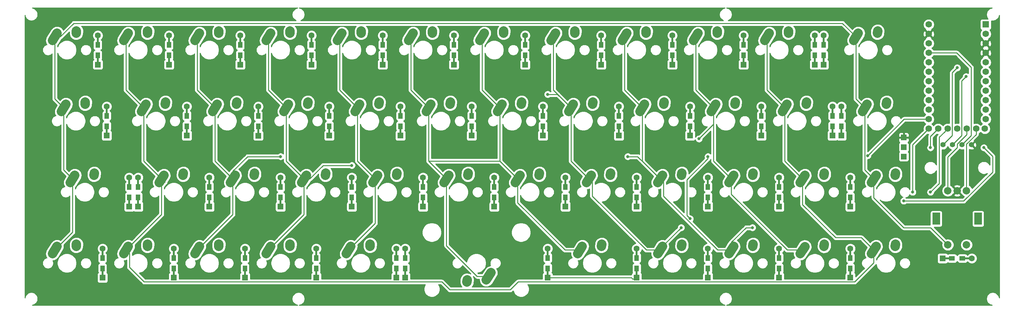
<source format=gbl>
G04 #@! TF.GenerationSoftware,KiCad,Pcbnew,(5.1.5-0-10_14)*
G04 #@! TF.CreationDate,2020-03-19T15:42:18+00:00*
G04 #@! TF.ProjectId,Whimsy,5768696d-7379-42e6-9b69-6361645f7063,0.2*
G04 #@! TF.SameCoordinates,Original*
G04 #@! TF.FileFunction,Copper,L2,Bot*
G04 #@! TF.FilePolarity,Positive*
%FSLAX46Y46*%
G04 Gerber Fmt 4.6, Leading zero omitted, Abs format (unit mm)*
G04 Created by KiCad (PCBNEW (5.1.5-0-10_14)) date 2020-03-19 15:42:18*
%MOMM*%
%LPD*%
G04 APERTURE LIST*
%ADD10C,2.500000*%
%ADD11R,1.600000X1.600000*%
%ADD12C,1.600000*%
%ADD13R,0.500000X2.900000*%
%ADD14R,1.200000X1.600000*%
%ADD15C,1.397000*%
%ADD16R,1.524000X1.524000*%
%ADD17C,2.000000*%
%ADD18R,2.000000X3.200000*%
%ADD19R,2.900000X0.500000*%
%ADD20R,1.600000X1.200000*%
%ADD21R,1.752600X1.752600*%
%ADD22C,1.752600*%
%ADD23C,0.800000*%
%ADD24C,0.250000*%
%ADD25C,0.254000*%
G04 APERTURE END LIST*
D10*
X242618212Y-83637435D02*
X241409288Y-85535065D01*
X247808474Y-83026922D02*
X247769026Y-83605578D01*
X245427224Y-63976922D02*
X245387776Y-64555578D01*
X240236962Y-64587435D02*
X239028038Y-66485065D01*
X54499462Y-102687435D02*
X53290538Y-104585065D01*
X59689724Y-102076922D02*
X59650276Y-102655578D01*
X149749462Y-102687435D02*
X148540538Y-104585065D01*
X154939724Y-102076922D02*
X154900276Y-102655578D01*
X135889724Y-102076922D02*
X135850276Y-102655578D01*
X130699462Y-102687435D02*
X129490538Y-104585065D01*
X68786962Y-83637435D02*
X67578038Y-85535065D01*
X73977224Y-83026922D02*
X73937776Y-83605578D01*
X159274462Y-64587435D02*
X158065538Y-66485065D01*
X164464724Y-63976922D02*
X164425276Y-64555578D01*
X169227224Y-83026922D02*
X169187776Y-83605578D01*
X164036962Y-83637435D02*
X162828038Y-85535065D01*
X206899462Y-121737435D02*
X205690538Y-123635065D01*
X212089724Y-121126922D02*
X212050276Y-121705578D01*
D11*
X79756000Y-92038000D03*
D12*
X79756000Y-84238000D03*
D13*
X79756000Y-90638000D03*
D14*
X79756000Y-89538000D03*
X79756000Y-86738000D03*
D13*
X79756000Y-85638000D03*
D10*
X64024462Y-64587435D02*
X62815538Y-66485065D01*
X69214724Y-63976922D02*
X69175276Y-64555578D01*
D15*
X262906510Y-94488000D03*
X265446510Y-94488000D03*
X267986510Y-94488000D03*
X270526510Y-94488000D03*
D16*
X252412500Y-92531250D03*
X252412500Y-95131250D03*
X252412500Y-97631250D03*
D10*
X25924462Y-64587435D02*
X24715538Y-66485065D01*
X31114724Y-63976922D02*
X31075276Y-64555578D01*
X31114724Y-121126922D02*
X31075276Y-121705578D01*
X25924462Y-121737435D02*
X24715538Y-123635065D01*
X50164724Y-63976922D02*
X50125276Y-64555578D01*
X44974462Y-64587435D02*
X43765538Y-66485065D01*
X49736962Y-83637435D02*
X48528038Y-85535065D01*
X54927224Y-83026922D02*
X54887776Y-83605578D01*
X50164724Y-121126922D02*
X50125276Y-121705578D01*
X44974462Y-121737435D02*
X43765538Y-123635065D01*
X78739724Y-102076922D02*
X78700276Y-102655578D01*
X73549462Y-102687435D02*
X72340538Y-104585065D01*
X69214724Y-121126922D02*
X69175276Y-121705578D01*
X64024462Y-121737435D02*
X62815538Y-123635065D01*
X88264724Y-63976922D02*
X88225276Y-64555578D01*
X83074462Y-64587435D02*
X81865538Y-66485065D01*
X87836962Y-83637435D02*
X86628038Y-85535065D01*
X93027224Y-83026922D02*
X92987776Y-83605578D01*
X97789724Y-102076922D02*
X97750276Y-102655578D01*
X92599462Y-102687435D02*
X91390538Y-104585065D01*
X88264724Y-121126922D02*
X88225276Y-121705578D01*
X83074462Y-121737435D02*
X81865538Y-123635065D01*
X102124462Y-64587435D02*
X100915538Y-66485065D01*
X107314724Y-63976922D02*
X107275276Y-64555578D01*
X112077224Y-83026922D02*
X112037776Y-83605578D01*
X106886962Y-83637435D02*
X105678038Y-85535065D01*
X111649462Y-102687435D02*
X110440538Y-104585065D01*
X116839724Y-102076922D02*
X116800276Y-102655578D01*
X126364724Y-63976922D02*
X126325276Y-64555578D01*
X121174462Y-64587435D02*
X119965538Y-66485065D01*
X125936962Y-83637435D02*
X124728038Y-85535065D01*
X131127224Y-83026922D02*
X131087776Y-83605578D01*
X140763038Y-130675065D02*
X141971962Y-128777435D01*
X135572776Y-131285578D02*
X135612224Y-130706922D01*
X140224462Y-64587435D02*
X139015538Y-66485065D01*
X145414724Y-63976922D02*
X145375276Y-64555578D01*
X150177224Y-83026922D02*
X150137776Y-83605578D01*
X144986962Y-83637435D02*
X143778038Y-85535065D01*
X168799462Y-102687435D02*
X167590538Y-104585065D01*
X173989724Y-102076922D02*
X173950276Y-102655578D01*
X187849462Y-121737435D02*
X186640538Y-123635065D01*
X193039724Y-121126922D02*
X193000276Y-121705578D01*
X183514724Y-63976922D02*
X183475276Y-64555578D01*
X178324462Y-64587435D02*
X177115538Y-66485065D01*
X183086962Y-83637435D02*
X181878038Y-85535065D01*
X188277224Y-83026922D02*
X188237776Y-83605578D01*
X193039724Y-102076922D02*
X193000276Y-102655578D01*
X187849462Y-102687435D02*
X186640538Y-104585065D01*
X202564724Y-63976922D02*
X202525276Y-64555578D01*
X197374462Y-64587435D02*
X196165538Y-66485065D01*
X202136962Y-83637435D02*
X200928038Y-85535065D01*
X207327224Y-83026922D02*
X207287776Y-83605578D01*
X212089724Y-102076922D02*
X212050276Y-102655578D01*
X206899462Y-102687435D02*
X205690538Y-104585065D01*
X216424462Y-64587435D02*
X215215538Y-66485065D01*
X221614724Y-63976922D02*
X221575276Y-64555578D01*
X221186962Y-83637435D02*
X219978038Y-85535065D01*
X226377224Y-83026922D02*
X226337776Y-83605578D01*
X225949462Y-102687435D02*
X224740538Y-104585065D01*
X231139724Y-102076922D02*
X231100276Y-102655578D01*
X250189724Y-121126922D02*
X250150276Y-121705578D01*
X244999462Y-121737435D02*
X243790538Y-123635065D01*
X250189724Y-102076922D02*
X250150276Y-102655578D01*
X244999462Y-102687435D02*
X243790538Y-104585065D01*
D17*
X269200000Y-106800000D03*
X266700000Y-106800000D03*
X264200000Y-106800000D03*
D18*
X272300000Y-114300000D03*
X261100000Y-114300000D03*
D17*
X269200000Y-121300000D03*
X264200000Y-121300000D03*
D10*
X33495974Y-83026922D02*
X33456526Y-83605578D01*
X28305712Y-83637435D02*
X27096788Y-85535065D01*
X30686962Y-102687435D02*
X29478038Y-104585065D01*
X35877224Y-102076922D02*
X35837776Y-102655578D01*
X104505712Y-121737435D02*
X103296788Y-123635065D01*
X109695974Y-121126922D02*
X109656526Y-121705578D01*
X171608474Y-121126922D02*
X171569026Y-121705578D01*
X166418212Y-121737435D02*
X165209288Y-123635065D01*
D13*
X36830000Y-66588000D03*
D14*
X36830000Y-67688000D03*
X36830000Y-70488000D03*
D13*
X36830000Y-71588000D03*
D12*
X36830000Y-65188000D03*
D11*
X36830000Y-72988000D03*
X39211250Y-92006250D03*
D12*
X39211250Y-84206250D03*
D13*
X39211250Y-90606250D03*
D14*
X39211250Y-89506250D03*
X39211250Y-86706250D03*
D13*
X39211250Y-85606250D03*
D11*
X45243750Y-111056250D03*
D12*
X45243750Y-103256250D03*
D13*
X45243750Y-109656250D03*
D14*
X45243750Y-108556250D03*
X45243750Y-105756250D03*
D13*
X45243750Y-104656250D03*
X38100000Y-123706250D03*
D14*
X38100000Y-124806250D03*
X38100000Y-127606250D03*
D13*
X38100000Y-128706250D03*
D12*
X38100000Y-122306250D03*
D11*
X38100000Y-130106250D03*
D13*
X55880000Y-66588000D03*
D14*
X55880000Y-67688000D03*
X55880000Y-70488000D03*
D13*
X55880000Y-71588000D03*
D12*
X55880000Y-65188000D03*
D11*
X55880000Y-72988000D03*
X60642500Y-92006250D03*
D12*
X60642500Y-84206250D03*
D13*
X60642500Y-90606250D03*
D14*
X60642500Y-89506250D03*
X60642500Y-86706250D03*
D13*
X60642500Y-85606250D03*
D11*
X47625000Y-111056250D03*
D12*
X47625000Y-103256250D03*
D13*
X47625000Y-109656250D03*
D14*
X47625000Y-108556250D03*
X47625000Y-105756250D03*
D13*
X47625000Y-104656250D03*
X57150000Y-123706250D03*
D14*
X57150000Y-124806250D03*
X57150000Y-127606250D03*
D13*
X57150000Y-128706250D03*
D12*
X57150000Y-122306250D03*
D11*
X57150000Y-130106250D03*
X74930000Y-72988000D03*
D12*
X74930000Y-65188000D03*
D13*
X74930000Y-71588000D03*
D14*
X74930000Y-70488000D03*
X74930000Y-67688000D03*
D13*
X74930000Y-66588000D03*
X66675000Y-104656250D03*
D14*
X66675000Y-105756250D03*
X66675000Y-108556250D03*
D13*
X66675000Y-109656250D03*
D12*
X66675000Y-103256250D03*
D11*
X66675000Y-111056250D03*
D13*
X76200000Y-123706250D03*
D14*
X76200000Y-124806250D03*
X76200000Y-127606250D03*
D13*
X76200000Y-128706250D03*
D12*
X76200000Y-122306250D03*
D11*
X76200000Y-130106250D03*
D13*
X93980000Y-66588000D03*
D14*
X93980000Y-67688000D03*
X93980000Y-70488000D03*
D13*
X93980000Y-71588000D03*
D12*
X93980000Y-65188000D03*
D11*
X93980000Y-72988000D03*
D13*
X98742500Y-85606250D03*
D14*
X98742500Y-86706250D03*
X98742500Y-89506250D03*
D13*
X98742500Y-90606250D03*
D12*
X98742500Y-84206250D03*
D11*
X98742500Y-92006250D03*
D13*
X85725000Y-104656250D03*
D14*
X85725000Y-105756250D03*
X85725000Y-108556250D03*
D13*
X85725000Y-109656250D03*
D12*
X85725000Y-103256250D03*
D11*
X85725000Y-111056250D03*
D13*
X95250000Y-123706250D03*
D14*
X95250000Y-124806250D03*
X95250000Y-127606250D03*
D13*
X95250000Y-128706250D03*
D12*
X95250000Y-122306250D03*
D11*
X95250000Y-130106250D03*
X113030000Y-72988000D03*
D12*
X113030000Y-65188000D03*
D13*
X113030000Y-71588000D03*
D14*
X113030000Y-70488000D03*
X113030000Y-67688000D03*
D13*
X113030000Y-66588000D03*
D11*
X117792500Y-92006250D03*
D12*
X117792500Y-84206250D03*
D13*
X117792500Y-90606250D03*
D14*
X117792500Y-89506250D03*
X117792500Y-86706250D03*
D13*
X117792500Y-85606250D03*
D11*
X104775000Y-111056250D03*
D12*
X104775000Y-103256250D03*
D13*
X104775000Y-109656250D03*
D14*
X104775000Y-108556250D03*
X104775000Y-105756250D03*
D13*
X104775000Y-104656250D03*
D11*
X116681250Y-130106250D03*
D12*
X116681250Y-122306250D03*
D13*
X116681250Y-128706250D03*
D14*
X116681250Y-127606250D03*
X116681250Y-124806250D03*
D13*
X116681250Y-123706250D03*
D11*
X132080000Y-72988000D03*
D12*
X132080000Y-65188000D03*
D13*
X132080000Y-71588000D03*
D14*
X132080000Y-70488000D03*
X132080000Y-67688000D03*
D13*
X132080000Y-66588000D03*
D11*
X136842500Y-92006250D03*
D12*
X136842500Y-84206250D03*
D13*
X136842500Y-90606250D03*
D14*
X136842500Y-89506250D03*
X136842500Y-86706250D03*
D13*
X136842500Y-85606250D03*
X123825000Y-104656250D03*
D14*
X123825000Y-105756250D03*
X123825000Y-108556250D03*
D13*
X123825000Y-109656250D03*
D12*
X123825000Y-103256250D03*
D11*
X123825000Y-111056250D03*
D13*
X119062500Y-123706250D03*
D14*
X119062500Y-124806250D03*
X119062500Y-127606250D03*
D13*
X119062500Y-128706250D03*
D12*
X119062500Y-122306250D03*
D11*
X119062500Y-130106250D03*
D13*
X151130000Y-66588000D03*
D14*
X151130000Y-67688000D03*
X151130000Y-70488000D03*
D13*
X151130000Y-71588000D03*
D12*
X151130000Y-65188000D03*
D11*
X151130000Y-72988000D03*
D13*
X155892500Y-85606250D03*
D14*
X155892500Y-86706250D03*
X155892500Y-89506250D03*
D13*
X155892500Y-90606250D03*
D12*
X155892500Y-84206250D03*
D11*
X155892500Y-92006250D03*
X142875000Y-111056250D03*
D12*
X142875000Y-103256250D03*
D13*
X142875000Y-109656250D03*
D14*
X142875000Y-108556250D03*
X142875000Y-105756250D03*
D13*
X142875000Y-104656250D03*
D11*
X157162500Y-130106250D03*
D12*
X157162500Y-122306250D03*
D13*
X157162500Y-128706250D03*
D14*
X157162500Y-127606250D03*
X157162500Y-124806250D03*
D13*
X157162500Y-123706250D03*
D11*
X171450000Y-72988000D03*
D12*
X171450000Y-65188000D03*
D13*
X171450000Y-71588000D03*
D14*
X171450000Y-70488000D03*
X171450000Y-67688000D03*
D13*
X171450000Y-66588000D03*
D11*
X176212500Y-92006250D03*
D12*
X176212500Y-84206250D03*
D13*
X176212500Y-90606250D03*
D14*
X176212500Y-89506250D03*
X176212500Y-86706250D03*
D13*
X176212500Y-85606250D03*
X161925000Y-104656250D03*
D14*
X161925000Y-105756250D03*
X161925000Y-108556250D03*
D13*
X161925000Y-109656250D03*
D12*
X161925000Y-103256250D03*
D11*
X161925000Y-111056250D03*
X180975000Y-130106250D03*
D12*
X180975000Y-122306250D03*
D13*
X180975000Y-128706250D03*
D14*
X180975000Y-127606250D03*
X180975000Y-124806250D03*
D13*
X180975000Y-123706250D03*
X190500000Y-66588000D03*
D14*
X190500000Y-67688000D03*
X190500000Y-70488000D03*
D13*
X190500000Y-71588000D03*
D12*
X190500000Y-65188000D03*
D11*
X190500000Y-72988000D03*
D13*
X195262500Y-85606250D03*
D14*
X195262500Y-86706250D03*
X195262500Y-89506250D03*
D13*
X195262500Y-90606250D03*
D12*
X195262500Y-84206250D03*
D11*
X195262500Y-92006250D03*
X180975000Y-111056250D03*
D12*
X180975000Y-103256250D03*
D13*
X180975000Y-109656250D03*
D14*
X180975000Y-108556250D03*
X180975000Y-105756250D03*
D13*
X180975000Y-104656250D03*
X200025000Y-123706250D03*
D14*
X200025000Y-124806250D03*
X200025000Y-127606250D03*
D13*
X200025000Y-128706250D03*
D12*
X200025000Y-122306250D03*
D11*
X200025000Y-130106250D03*
X209550000Y-72988000D03*
D12*
X209550000Y-65188000D03*
D13*
X209550000Y-71588000D03*
D14*
X209550000Y-70488000D03*
X209550000Y-67688000D03*
D13*
X209550000Y-66588000D03*
D11*
X214312500Y-92006250D03*
D12*
X214312500Y-84206250D03*
D13*
X214312500Y-90606250D03*
D14*
X214312500Y-89506250D03*
X214312500Y-86706250D03*
D13*
X214312500Y-85606250D03*
X200025000Y-104656250D03*
D14*
X200025000Y-105756250D03*
X200025000Y-108556250D03*
D13*
X200025000Y-109656250D03*
D12*
X200025000Y-103256250D03*
D11*
X200025000Y-111056250D03*
D13*
X228600000Y-66588000D03*
D14*
X228600000Y-67688000D03*
X228600000Y-70488000D03*
D13*
X228600000Y-71588000D03*
D12*
X228600000Y-65188000D03*
D11*
X228600000Y-72988000D03*
D13*
X233362500Y-85606250D03*
D14*
X233362500Y-86706250D03*
X233362500Y-89506250D03*
D13*
X233362500Y-90606250D03*
D12*
X233362500Y-84206250D03*
D11*
X233362500Y-92006250D03*
X219075000Y-111056250D03*
D12*
X219075000Y-103256250D03*
D13*
X219075000Y-109656250D03*
D14*
X219075000Y-108556250D03*
X219075000Y-105756250D03*
D13*
X219075000Y-104656250D03*
X238125000Y-123706250D03*
D14*
X238125000Y-124806250D03*
X238125000Y-127606250D03*
D13*
X238125000Y-128706250D03*
D12*
X238125000Y-122306250D03*
D11*
X238125000Y-130106250D03*
X230981250Y-72988000D03*
D12*
X230981250Y-65188000D03*
D13*
X230981250Y-71588000D03*
D14*
X230981250Y-70488000D03*
X230981250Y-67688000D03*
D13*
X230981250Y-66588000D03*
X235743750Y-85606250D03*
D14*
X235743750Y-86706250D03*
X235743750Y-89506250D03*
D13*
X235743750Y-90606250D03*
D12*
X235743750Y-84206250D03*
D11*
X235743750Y-92006250D03*
D13*
X238125000Y-104656250D03*
D14*
X238125000Y-105756250D03*
X238125000Y-108556250D03*
D13*
X238125000Y-109656250D03*
D12*
X238125000Y-103256250D03*
D11*
X238125000Y-111056250D03*
X262800000Y-124936250D03*
D12*
X270600000Y-124936250D03*
D19*
X264200000Y-124936250D03*
D20*
X265300000Y-124936250D03*
X268100000Y-124936250D03*
D19*
X269200000Y-124936250D03*
D13*
X219075000Y-123706250D03*
D14*
X219075000Y-124806250D03*
X219075000Y-127606250D03*
D13*
X219075000Y-128706250D03*
D12*
X219075000Y-122306250D03*
D11*
X219075000Y-130106250D03*
D10*
X225949462Y-121769185D02*
X224740538Y-123666815D01*
X231139724Y-121158672D02*
X231100276Y-121737328D01*
D21*
X274320000Y-62230000D03*
D22*
X274320000Y-64770000D03*
X274320000Y-67310000D03*
X274320000Y-69850000D03*
X274320000Y-72390000D03*
X274320000Y-74930000D03*
X274320000Y-77470000D03*
X274320000Y-80010000D03*
X274320000Y-82550000D03*
X274320000Y-85090000D03*
X274320000Y-87630000D03*
X259080000Y-90170000D03*
X259080000Y-87630000D03*
X259080000Y-85090000D03*
X259080000Y-82550000D03*
X259080000Y-80010000D03*
X259080000Y-77470000D03*
X259080000Y-74930000D03*
X259080000Y-72390000D03*
X259080000Y-69850000D03*
X259080000Y-67310000D03*
X259080000Y-64770000D03*
X274091400Y-90170000D03*
X259080000Y-62230000D03*
X261620000Y-90170000D03*
X264160000Y-90170000D03*
X266700000Y-90170000D03*
X269240000Y-90170000D03*
X271780000Y-90170000D03*
D23*
X259556250Y-95250000D03*
X252412500Y-109537500D03*
X273843750Y-95250000D03*
X259556250Y-107156250D03*
X266700000Y-73818750D03*
X269081250Y-76200000D03*
X85725000Y-97631250D03*
X197643750Y-92868750D03*
X104775000Y-100012500D03*
X178593750Y-97631250D03*
X211931250Y-116681250D03*
X254793750Y-107156250D03*
X157162500Y-80962500D03*
X200025000Y-97631250D03*
X195262500Y-114300000D03*
X192881250Y-116681250D03*
X242738750Y-97391105D03*
X133350000Y-60166250D03*
X202406250Y-116681250D03*
X261937500Y-80962500D03*
D24*
X259556250Y-92233750D02*
X261620000Y-90170000D01*
X259556250Y-95250000D02*
X259556250Y-92233750D01*
X276168751Y-97575001D02*
X273843750Y-95250000D01*
X276168751Y-101792251D02*
X276168751Y-97575001D01*
X268423502Y-109537500D02*
X276168751Y-101792251D01*
X252412500Y-109537500D02*
X268423502Y-109537500D01*
X263283701Y-91046299D02*
X264160000Y-90170000D01*
X261881251Y-92448749D02*
X263283701Y-91046299D01*
X261881251Y-104831249D02*
X261881251Y-92448749D01*
X259556250Y-107156250D02*
X261881251Y-104831249D01*
X180975000Y-129906250D02*
X180975000Y-128706250D01*
X180475000Y-130406250D02*
X180975000Y-129906250D01*
X179875000Y-130406250D02*
X180475000Y-130406250D01*
X179575000Y-130106250D02*
X179875000Y-130406250D01*
X157162500Y-130106250D02*
X179575000Y-130106250D01*
X265361301Y-92033209D02*
X265361301Y-78671301D01*
X262906510Y-94488000D02*
X265361301Y-92033209D01*
X265361301Y-75157449D02*
X266700000Y-73818750D01*
X265361301Y-78671301D02*
X265361301Y-75157449D01*
X267901301Y-92033209D02*
X267901301Y-79782551D01*
X265446510Y-94488000D02*
X267901301Y-92033209D01*
X267901301Y-77379949D02*
X269081250Y-76200000D01*
X267901301Y-79782551D02*
X267901301Y-77379949D01*
X270441301Y-92033209D02*
X270441301Y-73728699D01*
X267986510Y-94488000D02*
X270441301Y-92033209D01*
X266562602Y-69850000D02*
X259080000Y-69850000D01*
X270441301Y-73728699D02*
X266562602Y-69850000D01*
X25320000Y-82205000D02*
X27701250Y-84586250D01*
X25320000Y-65536250D02*
X25320000Y-82205000D01*
X27701250Y-101255000D02*
X30082500Y-103636250D01*
X27701250Y-84586250D02*
X27701250Y-101255000D01*
X30082500Y-117923750D02*
X25320000Y-122686250D01*
X30082500Y-103636250D02*
X30082500Y-117923750D01*
X242013750Y-101255000D02*
X244395000Y-103636250D01*
X242013750Y-84586250D02*
X242013750Y-101255000D01*
X25320000Y-65536250D02*
X25903750Y-65536250D01*
X239632500Y-82205000D02*
X242013750Y-84586250D01*
X239632500Y-65536250D02*
X239632500Y-82205000D01*
X26802110Y-65536250D02*
X30425860Y-61912500D01*
X25320000Y-65536250D02*
X26802110Y-65536250D01*
X236008750Y-61912500D02*
X239632500Y-65536250D01*
X30425860Y-61912500D02*
X236008750Y-61912500D01*
X244395000Y-108663750D02*
X252412500Y-116681250D01*
X259581250Y-116681250D02*
X264200000Y-121300000D01*
X252412500Y-116681250D02*
X259581250Y-116681250D01*
X244395000Y-103636250D02*
X244395000Y-108663750D01*
X44370000Y-79823750D02*
X49132500Y-84586250D01*
X44370000Y-65536250D02*
X44370000Y-79823750D01*
X49132500Y-98873750D02*
X53895000Y-103636250D01*
X49132500Y-84586250D02*
X49132500Y-98873750D01*
X53895000Y-113161250D02*
X44370000Y-122686250D01*
X53895000Y-103636250D02*
X53895000Y-113161250D01*
X215820000Y-79823750D02*
X220582500Y-84586250D01*
X215820000Y-65536250D02*
X215820000Y-79823750D01*
X220582500Y-98873750D02*
X225345000Y-103636250D01*
X220582500Y-84586250D02*
X220582500Y-98873750D01*
X225345000Y-103636250D02*
X225345000Y-110537000D01*
X225345000Y-110537000D02*
X234188000Y-119380000D01*
X241088750Y-119380000D02*
X244395000Y-122686250D01*
X234188000Y-119380000D02*
X241088750Y-119380000D01*
X53895000Y-103636250D02*
X53895000Y-107333224D01*
X53895000Y-103636250D02*
X54800343Y-104541593D01*
X45275343Y-127288567D02*
X49218027Y-131231251D01*
X45275343Y-123591593D02*
X45275343Y-127288567D01*
X49218027Y-131231251D02*
X128850001Y-131231251D01*
X44370000Y-122686250D02*
X45275343Y-123591593D01*
X128850001Y-131231251D02*
X130968750Y-133350000D01*
X244395000Y-126121584D02*
X244395000Y-124726451D01*
X244395000Y-124726451D02*
X244395000Y-122686250D01*
X239285333Y-131231251D02*
X244395000Y-126121584D01*
X149273977Y-131231251D02*
X239285333Y-131231251D01*
X147155228Y-133350000D02*
X149273977Y-131231251D01*
X130968750Y-133350000D02*
X147155228Y-133350000D01*
X63420000Y-79823750D02*
X68182500Y-84586250D01*
X63420000Y-65536250D02*
X63420000Y-79823750D01*
X68182500Y-98873750D02*
X72945000Y-103636250D01*
X68182500Y-84586250D02*
X68182500Y-98873750D01*
X72945000Y-113161250D02*
X63420000Y-122686250D01*
X72945000Y-103636250D02*
X72945000Y-113161250D01*
X196770000Y-79823750D02*
X201532500Y-84586250D01*
X196770000Y-65536250D02*
X196770000Y-79823750D01*
X201532500Y-98873750D02*
X206295000Y-103636250D01*
X201532500Y-84586250D02*
X201532500Y-98873750D01*
X221238250Y-122686250D02*
X225345000Y-122686250D01*
X206295000Y-103636250D02*
X206295000Y-107743000D01*
X206295000Y-107743000D02*
X221238250Y-122686250D01*
X72945000Y-101596049D02*
X76909799Y-97631250D01*
X72945000Y-103636250D02*
X72945000Y-101596049D01*
X76909799Y-97631250D02*
X85725000Y-97631250D01*
X201532500Y-88980000D02*
X201532500Y-84586250D01*
X197643750Y-92868750D02*
X201532500Y-88980000D01*
X82470000Y-79823750D02*
X87232500Y-84586250D01*
X82470000Y-65536250D02*
X82470000Y-79823750D01*
X87232500Y-98873750D02*
X91995000Y-103636250D01*
X91995000Y-113161250D02*
X82470000Y-122686250D01*
X91995000Y-103636250D02*
X91995000Y-113161250D01*
X177720000Y-79823750D02*
X182482500Y-84586250D01*
X177720000Y-65536250D02*
X177720000Y-79823750D01*
X182482500Y-98873750D02*
X187245000Y-103636250D01*
X182482500Y-84586250D02*
X182482500Y-98873750D01*
X204812890Y-122686250D02*
X206295000Y-122686250D01*
X188150343Y-108238567D02*
X202598026Y-122686250D01*
X202598026Y-122686250D02*
X204812890Y-122686250D01*
X188150343Y-104541593D02*
X188150343Y-108238567D01*
X187245000Y-103636250D02*
X188150343Y-104541593D01*
X87232500Y-84586250D02*
X87232500Y-98873750D01*
X97100860Y-100012500D02*
X104775000Y-100012500D01*
X93477110Y-103636250D02*
X97100860Y-100012500D01*
X91995000Y-103636250D02*
X93477110Y-103636250D01*
X181240000Y-97631250D02*
X187245000Y-103636250D01*
X178593750Y-97631250D02*
X181240000Y-97631250D01*
X210259799Y-116681250D02*
X211931250Y-116681250D01*
X206295000Y-120646049D02*
X210259799Y-116681250D01*
X206295000Y-122686250D02*
X206295000Y-120646049D01*
X254793750Y-94456250D02*
X259080000Y-90170000D01*
X254793750Y-107156250D02*
X254793750Y-94456250D01*
X101520000Y-79823750D02*
X106282500Y-84586250D01*
X101520000Y-65536250D02*
X101520000Y-79823750D01*
X106282500Y-98873750D02*
X111045000Y-103636250D01*
X106282500Y-84586250D02*
X106282500Y-98873750D01*
X111045000Y-115542500D02*
X103901250Y-122686250D01*
X111045000Y-103636250D02*
X111045000Y-115542500D01*
X158670000Y-79823750D02*
X163432500Y-84586250D01*
X158670000Y-65536250D02*
X158670000Y-79823750D01*
X163432500Y-98873750D02*
X168195000Y-103636250D01*
X163432500Y-84586250D02*
X163432500Y-98873750D01*
X185762890Y-122686250D02*
X187245000Y-122686250D01*
X169100343Y-108238567D02*
X183548026Y-122686250D01*
X169100343Y-104541593D02*
X169100343Y-108238567D01*
X183548026Y-122686250D02*
X185762890Y-122686250D01*
X168195000Y-103636250D02*
X169100343Y-104541593D01*
X159808750Y-80962500D02*
X163432500Y-84586250D01*
X157162500Y-80962500D02*
X159808750Y-80962500D01*
X194404099Y-113441599D02*
X195262500Y-114300000D01*
X194404099Y-103817836D02*
X194404099Y-113441599D01*
X200025000Y-98196935D02*
X194404099Y-103817836D01*
X200025000Y-97631250D02*
X200025000Y-98196935D01*
X187245000Y-122317500D02*
X187245000Y-122686250D01*
X192881250Y-116681250D02*
X187245000Y-122317500D01*
X252499855Y-87630000D02*
X259080000Y-87630000D01*
X242738750Y-97391105D02*
X252499855Y-87630000D01*
X120570000Y-79823750D02*
X125332500Y-84586250D01*
X120570000Y-65536250D02*
X120570000Y-79823750D01*
X125332500Y-98873750D02*
X130095000Y-103636250D01*
X125332500Y-84586250D02*
X125332500Y-98873750D01*
X139620000Y-79823750D02*
X144382500Y-84586250D01*
X139620000Y-65536250D02*
X139620000Y-79823750D01*
X144382500Y-98873750D02*
X149145000Y-103636250D01*
X144382500Y-84586250D02*
X144382500Y-98873750D01*
X149145000Y-110029000D02*
X161802250Y-122686250D01*
X149145000Y-103636250D02*
X149145000Y-110029000D01*
X161802250Y-122686250D02*
X165813750Y-122686250D01*
X139885390Y-129726250D02*
X141367500Y-129726250D01*
X138292834Y-129726250D02*
X139885390Y-129726250D01*
X130095000Y-121528416D02*
X138292834Y-129726250D01*
X130095000Y-103636250D02*
X130095000Y-121528416D01*
X125332500Y-98873750D02*
X144382500Y-98873750D01*
X271780000Y-91719728D02*
X271780000Y-91409275D01*
X271780000Y-91409275D02*
X271780000Y-90170000D01*
X269200000Y-94299728D02*
X271780000Y-91719728D01*
X269200000Y-106800000D02*
X269200000Y-94299728D01*
X264200000Y-106800000D02*
X264200000Y-97750000D01*
X264200000Y-97750000D02*
X266700000Y-95250000D01*
X269240000Y-91409275D02*
X269240000Y-90170000D01*
X269240000Y-91719728D02*
X269240000Y-91409275D01*
X266700000Y-94259728D02*
X269240000Y-91719728D01*
X266700000Y-95250000D02*
X266700000Y-94259728D01*
D25*
G36*
X89981419Y-57862925D02*
G01*
X89665669Y-57993713D01*
X89381502Y-58183587D01*
X89139837Y-58425252D01*
X88949963Y-58709419D01*
X88819175Y-59025169D01*
X88752500Y-59360367D01*
X88752500Y-59702133D01*
X88819175Y-60037331D01*
X88949963Y-60353081D01*
X89139837Y-60637248D01*
X89381502Y-60878913D01*
X89665669Y-61068787D01*
X89867770Y-61152500D01*
X30463182Y-61152500D01*
X30425859Y-61148824D01*
X30388536Y-61152500D01*
X30388527Y-61152500D01*
X30276874Y-61163497D01*
X30133613Y-61206954D01*
X30001584Y-61277526D01*
X30001582Y-61277527D01*
X30001583Y-61277527D01*
X29914856Y-61348701D01*
X29914852Y-61348705D01*
X29885859Y-61372499D01*
X29862065Y-61401492D01*
X27579224Y-63684334D01*
X27476034Y-63501013D01*
X27234270Y-63219192D01*
X26942171Y-62989951D01*
X26610963Y-62822101D01*
X26253373Y-62722092D01*
X25883141Y-62693767D01*
X25514499Y-62738214D01*
X25161611Y-62853726D01*
X24838039Y-63035863D01*
X24556218Y-63277627D01*
X24384422Y-63496530D01*
X23075993Y-65550351D01*
X22950204Y-65798564D01*
X22850194Y-66156154D01*
X22821869Y-66526385D01*
X22866317Y-66895027D01*
X22981828Y-67247914D01*
X23163966Y-67571487D01*
X23190054Y-67601897D01*
X23061579Y-67627452D01*
X22791162Y-67739462D01*
X22547794Y-67902076D01*
X22340826Y-68109044D01*
X22178212Y-68352412D01*
X22066202Y-68622829D01*
X22009100Y-68909902D01*
X22009100Y-69202598D01*
X22066202Y-69489671D01*
X22178212Y-69760088D01*
X22340826Y-70003456D01*
X22547794Y-70210424D01*
X22791162Y-70373038D01*
X23061579Y-70485048D01*
X23348652Y-70542150D01*
X23641348Y-70542150D01*
X23928421Y-70485048D01*
X24198838Y-70373038D01*
X24442206Y-70210424D01*
X24560000Y-70092630D01*
X24560001Y-82167667D01*
X24556324Y-82205000D01*
X24570998Y-82353985D01*
X24614454Y-82497246D01*
X24685026Y-82629276D01*
X24742125Y-82698850D01*
X24780000Y-82745001D01*
X24808998Y-82768799D01*
X25917730Y-83877532D01*
X25457243Y-84600351D01*
X25331454Y-84848564D01*
X25231444Y-85206154D01*
X25203119Y-85576385D01*
X25247567Y-85945027D01*
X25363078Y-86297914D01*
X25545216Y-86621487D01*
X25571304Y-86651897D01*
X25442829Y-86677452D01*
X25172412Y-86789462D01*
X24929044Y-86952076D01*
X24722076Y-87159044D01*
X24559462Y-87402412D01*
X24447452Y-87672829D01*
X24390350Y-87959902D01*
X24390350Y-88252598D01*
X24447452Y-88539671D01*
X24559462Y-88810088D01*
X24722076Y-89053456D01*
X24929044Y-89260424D01*
X25172412Y-89423038D01*
X25442829Y-89535048D01*
X25729902Y-89592150D01*
X26022598Y-89592150D01*
X26309671Y-89535048D01*
X26580088Y-89423038D01*
X26823456Y-89260424D01*
X26941250Y-89142630D01*
X26941251Y-101217667D01*
X26937574Y-101255000D01*
X26952248Y-101403985D01*
X26995704Y-101547246D01*
X27066276Y-101679276D01*
X27120243Y-101745034D01*
X27161250Y-101795001D01*
X27190248Y-101818799D01*
X28298980Y-102927532D01*
X27838493Y-103650351D01*
X27712704Y-103898564D01*
X27612694Y-104256154D01*
X27584369Y-104626385D01*
X27628817Y-104995027D01*
X27744328Y-105347914D01*
X27926466Y-105671487D01*
X27952554Y-105701897D01*
X27824079Y-105727452D01*
X27553662Y-105839462D01*
X27310294Y-106002076D01*
X27103326Y-106209044D01*
X26940712Y-106452412D01*
X26828702Y-106722829D01*
X26771600Y-107009902D01*
X26771600Y-107302598D01*
X26828702Y-107589671D01*
X26940712Y-107860088D01*
X27103326Y-108103456D01*
X27310294Y-108310424D01*
X27553662Y-108473038D01*
X27824079Y-108585048D01*
X28111152Y-108642150D01*
X28403848Y-108642150D01*
X28690921Y-108585048D01*
X28961338Y-108473038D01*
X29204706Y-108310424D01*
X29322500Y-108192630D01*
X29322501Y-117608947D01*
X26842174Y-120089274D01*
X26610963Y-119972101D01*
X26253373Y-119872092D01*
X25883141Y-119843767D01*
X25514499Y-119888214D01*
X25161611Y-120003726D01*
X24838039Y-120185863D01*
X24556218Y-120427627D01*
X24384422Y-120646530D01*
X23075993Y-122700351D01*
X22950204Y-122948564D01*
X22850194Y-123306154D01*
X22821869Y-123676385D01*
X22866317Y-124045027D01*
X22981828Y-124397914D01*
X23163966Y-124721487D01*
X23190054Y-124751897D01*
X23061579Y-124777452D01*
X22791162Y-124889462D01*
X22547794Y-125052076D01*
X22340826Y-125259044D01*
X22178212Y-125502412D01*
X22066202Y-125772829D01*
X22009100Y-126059902D01*
X22009100Y-126352598D01*
X22066202Y-126639671D01*
X22178212Y-126910088D01*
X22340826Y-127153456D01*
X22547794Y-127360424D01*
X22791162Y-127523038D01*
X23061579Y-127635048D01*
X23348652Y-127692150D01*
X23641348Y-127692150D01*
X23928421Y-127635048D01*
X24198838Y-127523038D01*
X24442206Y-127360424D01*
X24649174Y-127153456D01*
X24811788Y-126910088D01*
X24923798Y-126639671D01*
X24980900Y-126352598D01*
X24980900Y-126059902D01*
X24958508Y-125947326D01*
X25946100Y-125947326D01*
X25946100Y-126465174D01*
X26047127Y-126973072D01*
X26245299Y-127451501D01*
X26533000Y-127882076D01*
X26899174Y-128248250D01*
X27329749Y-128535951D01*
X27808178Y-128734123D01*
X28316076Y-128835150D01*
X28833924Y-128835150D01*
X29341822Y-128734123D01*
X29820251Y-128535951D01*
X30250826Y-128248250D01*
X30617000Y-127882076D01*
X30904701Y-127451501D01*
X31102873Y-126973072D01*
X31203900Y-126465174D01*
X31203900Y-126059902D01*
X32169100Y-126059902D01*
X32169100Y-126352598D01*
X32226202Y-126639671D01*
X32338212Y-126910088D01*
X32500826Y-127153456D01*
X32707794Y-127360424D01*
X32951162Y-127523038D01*
X33221579Y-127635048D01*
X33508652Y-127692150D01*
X33801348Y-127692150D01*
X34088421Y-127635048D01*
X34358838Y-127523038D01*
X34602206Y-127360424D01*
X34809174Y-127153456D01*
X34971788Y-126910088D01*
X35083798Y-126639671D01*
X35140900Y-126352598D01*
X35140900Y-126059902D01*
X35083798Y-125772829D01*
X34971788Y-125502412D01*
X34809174Y-125259044D01*
X34602206Y-125052076D01*
X34358838Y-124889462D01*
X34088421Y-124777452D01*
X33801348Y-124720350D01*
X33508652Y-124720350D01*
X33221579Y-124777452D01*
X32951162Y-124889462D01*
X32707794Y-125052076D01*
X32500826Y-125259044D01*
X32338212Y-125502412D01*
X32226202Y-125772829D01*
X32169100Y-126059902D01*
X31203900Y-126059902D01*
X31203900Y-125947326D01*
X31102873Y-125439428D01*
X30904701Y-124960999D01*
X30617000Y-124530424D01*
X30250826Y-124164250D01*
X29820251Y-123876549D01*
X29341822Y-123678377D01*
X28833924Y-123577350D01*
X28316076Y-123577350D01*
X27808178Y-123678377D01*
X27329749Y-123876549D01*
X26899174Y-124164250D01*
X26533000Y-124530424D01*
X26245299Y-124960999D01*
X26047127Y-125439428D01*
X25946100Y-125947326D01*
X24958508Y-125947326D01*
X24923798Y-125772829D01*
X24819559Y-125521174D01*
X25125500Y-125484286D01*
X25478387Y-125368775D01*
X25801960Y-125186637D01*
X26083782Y-124944873D01*
X26255578Y-124725970D01*
X27564006Y-122672150D01*
X27689796Y-122423938D01*
X27789805Y-122066347D01*
X27818131Y-121696116D01*
X27814953Y-121669755D01*
X29188344Y-121669755D01*
X29196721Y-121947895D01*
X29280090Y-122309727D01*
X29432448Y-122648342D01*
X29647939Y-122950727D01*
X29918281Y-123205261D01*
X30233087Y-123402165D01*
X30580257Y-123533868D01*
X30946450Y-123595311D01*
X31317593Y-123584133D01*
X31679425Y-123500764D01*
X32018040Y-123348406D01*
X32320425Y-123132915D01*
X32574959Y-122862573D01*
X32771863Y-122547767D01*
X32903566Y-122200597D01*
X32949613Y-121926166D01*
X33001656Y-121162746D01*
X32993279Y-120884605D01*
X32909910Y-120522773D01*
X32757552Y-120184158D01*
X32542061Y-119881773D01*
X32271719Y-119627239D01*
X31956913Y-119430336D01*
X31609743Y-119298632D01*
X31243550Y-119237189D01*
X30872407Y-119248367D01*
X30510575Y-119331736D01*
X30171960Y-119484094D01*
X29869575Y-119699585D01*
X29615041Y-119969927D01*
X29418137Y-120284733D01*
X29286434Y-120631903D01*
X29240387Y-120906334D01*
X29188344Y-121669755D01*
X27814953Y-121669755D01*
X27773683Y-121327473D01*
X27768725Y-121312326D01*
X30593503Y-118487549D01*
X30622501Y-118463751D01*
X30648832Y-118431667D01*
X30717474Y-118348027D01*
X30788046Y-118215997D01*
X30789812Y-118210174D01*
X30831503Y-118072736D01*
X30842500Y-117961083D01*
X30842500Y-117961074D01*
X30846176Y-117923751D01*
X30842500Y-117886428D01*
X30842500Y-110256250D01*
X43805678Y-110256250D01*
X43805678Y-111856250D01*
X43817938Y-111980732D01*
X43854248Y-112100430D01*
X43913213Y-112210744D01*
X43992565Y-112307435D01*
X44089256Y-112386787D01*
X44199570Y-112445752D01*
X44319268Y-112482062D01*
X44443750Y-112494322D01*
X46043750Y-112494322D01*
X46168232Y-112482062D01*
X46287930Y-112445752D01*
X46398244Y-112386787D01*
X46434375Y-112357135D01*
X46470506Y-112386787D01*
X46580820Y-112445752D01*
X46700518Y-112482062D01*
X46825000Y-112494322D01*
X48425000Y-112494322D01*
X48549482Y-112482062D01*
X48669180Y-112445752D01*
X48779494Y-112386787D01*
X48876185Y-112307435D01*
X48955537Y-112210744D01*
X49014502Y-112100430D01*
X49050812Y-111980732D01*
X49063072Y-111856250D01*
X49063072Y-110256250D01*
X49050812Y-110131768D01*
X49014502Y-110012070D01*
X48955537Y-109901756D01*
X48876185Y-109805065D01*
X48779494Y-109725713D01*
X48754303Y-109712248D01*
X48755537Y-109710744D01*
X48814502Y-109600430D01*
X48850812Y-109480732D01*
X48863072Y-109356250D01*
X48863072Y-107756250D01*
X48850812Y-107631768D01*
X48814502Y-107512070D01*
X48755537Y-107401756D01*
X48676185Y-107305065D01*
X48579494Y-107225713D01*
X48469180Y-107166748D01*
X48434573Y-107156250D01*
X48469180Y-107145752D01*
X48579494Y-107086787D01*
X48676185Y-107007435D01*
X48755537Y-106910744D01*
X48814502Y-106800430D01*
X48850812Y-106680732D01*
X48863072Y-106556250D01*
X48863072Y-104956250D01*
X48850812Y-104831768D01*
X48814502Y-104712070D01*
X48755537Y-104601756D01*
X48676185Y-104505065D01*
X48579494Y-104425713D01*
X48513072Y-104390209D01*
X48513072Y-104388719D01*
X48539759Y-104370887D01*
X48739637Y-104171009D01*
X48896680Y-103935977D01*
X49004853Y-103674824D01*
X49060000Y-103397585D01*
X49060000Y-103114915D01*
X49004853Y-102837676D01*
X48896680Y-102576523D01*
X48739637Y-102341491D01*
X48539759Y-102141613D01*
X48304727Y-101984570D01*
X48043574Y-101876397D01*
X47766335Y-101821250D01*
X47483665Y-101821250D01*
X47206426Y-101876397D01*
X46945273Y-101984570D01*
X46710241Y-102141613D01*
X46510363Y-102341491D01*
X46434375Y-102455215D01*
X46358387Y-102341491D01*
X46158509Y-102141613D01*
X45923477Y-101984570D01*
X45662324Y-101876397D01*
X45385085Y-101821250D01*
X45102415Y-101821250D01*
X44825176Y-101876397D01*
X44564023Y-101984570D01*
X44328991Y-102141613D01*
X44129113Y-102341491D01*
X43972070Y-102576523D01*
X43863897Y-102837676D01*
X43808750Y-103114915D01*
X43808750Y-103397585D01*
X43863897Y-103674824D01*
X43972070Y-103935977D01*
X44129113Y-104171009D01*
X44328991Y-104370887D01*
X44355678Y-104388719D01*
X44355678Y-104390209D01*
X44289256Y-104425713D01*
X44192565Y-104505065D01*
X44113213Y-104601756D01*
X44054248Y-104712070D01*
X44017938Y-104831768D01*
X44005678Y-104956250D01*
X44005678Y-106556250D01*
X44017938Y-106680732D01*
X44054248Y-106800430D01*
X44113213Y-106910744D01*
X44192565Y-107007435D01*
X44289256Y-107086787D01*
X44399570Y-107145752D01*
X44434177Y-107156250D01*
X44399570Y-107166748D01*
X44289256Y-107225713D01*
X44192565Y-107305065D01*
X44113213Y-107401756D01*
X44054248Y-107512070D01*
X44017938Y-107631768D01*
X44005678Y-107756250D01*
X44005678Y-109356250D01*
X44017938Y-109480732D01*
X44054248Y-109600430D01*
X44113213Y-109710744D01*
X44114447Y-109712248D01*
X44089256Y-109725713D01*
X43992565Y-109805065D01*
X43913213Y-109901756D01*
X43854248Y-110012070D01*
X43817938Y-110131768D01*
X43805678Y-110256250D01*
X30842500Y-110256250D01*
X30842500Y-108002434D01*
X31007799Y-108401501D01*
X31295500Y-108832076D01*
X31661674Y-109198250D01*
X32092249Y-109485951D01*
X32570678Y-109684123D01*
X33078576Y-109785150D01*
X33596424Y-109785150D01*
X34104322Y-109684123D01*
X34582751Y-109485951D01*
X35013326Y-109198250D01*
X35379500Y-108832076D01*
X35667201Y-108401501D01*
X35865373Y-107923072D01*
X35966400Y-107415174D01*
X35966400Y-107009902D01*
X36931600Y-107009902D01*
X36931600Y-107302598D01*
X36988702Y-107589671D01*
X37100712Y-107860088D01*
X37263326Y-108103456D01*
X37470294Y-108310424D01*
X37713662Y-108473038D01*
X37984079Y-108585048D01*
X38271152Y-108642150D01*
X38563848Y-108642150D01*
X38850921Y-108585048D01*
X39121338Y-108473038D01*
X39364706Y-108310424D01*
X39571674Y-108103456D01*
X39734288Y-107860088D01*
X39846298Y-107589671D01*
X39903400Y-107302598D01*
X39903400Y-107009902D01*
X39846298Y-106722829D01*
X39734288Y-106452412D01*
X39571674Y-106209044D01*
X39364706Y-106002076D01*
X39121338Y-105839462D01*
X38850921Y-105727452D01*
X38563848Y-105670350D01*
X38271152Y-105670350D01*
X37984079Y-105727452D01*
X37713662Y-105839462D01*
X37470294Y-106002076D01*
X37263326Y-106209044D01*
X37100712Y-106452412D01*
X36988702Y-106722829D01*
X36931600Y-107009902D01*
X35966400Y-107009902D01*
X35966400Y-106897326D01*
X35865373Y-106389428D01*
X35667201Y-105910999D01*
X35379500Y-105480424D01*
X35013326Y-105114250D01*
X34582751Y-104826549D01*
X34104322Y-104628377D01*
X33596424Y-104527350D01*
X33078576Y-104527350D01*
X32570678Y-104628377D01*
X32092249Y-104826549D01*
X31661674Y-105114250D01*
X31295500Y-105480424D01*
X31007799Y-105910999D01*
X30842500Y-106310066D01*
X30842500Y-105898117D01*
X30846282Y-105894873D01*
X31018078Y-105675970D01*
X32326506Y-103622150D01*
X32452296Y-103373938D01*
X32552305Y-103016347D01*
X32580631Y-102646116D01*
X32577453Y-102619755D01*
X33950844Y-102619755D01*
X33959221Y-102897895D01*
X34042590Y-103259727D01*
X34194948Y-103598342D01*
X34410439Y-103900727D01*
X34680781Y-104155261D01*
X34995587Y-104352165D01*
X35342757Y-104483868D01*
X35708950Y-104545311D01*
X36080093Y-104534133D01*
X36441925Y-104450764D01*
X36780540Y-104298406D01*
X37082925Y-104082915D01*
X37337459Y-103812573D01*
X37534363Y-103497767D01*
X37666066Y-103150597D01*
X37712113Y-102876166D01*
X37764156Y-102112746D01*
X37755779Y-101834605D01*
X37672410Y-101472773D01*
X37520052Y-101134158D01*
X37304561Y-100831773D01*
X37034219Y-100577239D01*
X36719413Y-100380336D01*
X36372243Y-100248632D01*
X36006050Y-100187189D01*
X35634907Y-100198367D01*
X35273075Y-100281736D01*
X34934460Y-100434094D01*
X34632075Y-100649585D01*
X34377541Y-100919927D01*
X34180637Y-101234733D01*
X34048934Y-101581903D01*
X34002887Y-101856334D01*
X33950844Y-102619755D01*
X32577453Y-102619755D01*
X32536183Y-102277473D01*
X32420671Y-101924586D01*
X32238534Y-101601013D01*
X31996770Y-101319192D01*
X31704671Y-101089951D01*
X31373463Y-100922101D01*
X31015873Y-100822092D01*
X30645641Y-100793767D01*
X30276999Y-100838214D01*
X29924111Y-100953726D01*
X29600539Y-101135863D01*
X29318718Y-101377627D01*
X29146922Y-101596530D01*
X29135504Y-101614453D01*
X28461250Y-100940199D01*
X28461250Y-91206250D01*
X37773178Y-91206250D01*
X37773178Y-92806250D01*
X37785438Y-92930732D01*
X37821748Y-93050430D01*
X37880713Y-93160744D01*
X37960065Y-93257435D01*
X38056756Y-93336787D01*
X38167070Y-93395752D01*
X38286768Y-93432062D01*
X38411250Y-93444322D01*
X40011250Y-93444322D01*
X40135732Y-93432062D01*
X40255430Y-93395752D01*
X40365744Y-93336787D01*
X40462435Y-93257435D01*
X40541787Y-93160744D01*
X40600752Y-93050430D01*
X40637062Y-92930732D01*
X40649322Y-92806250D01*
X40649322Y-91206250D01*
X40637062Y-91081768D01*
X40600752Y-90962070D01*
X40541787Y-90851756D01*
X40462435Y-90755065D01*
X40365744Y-90675713D01*
X40340553Y-90662248D01*
X40341787Y-90660744D01*
X40400752Y-90550430D01*
X40437062Y-90430732D01*
X40449322Y-90306250D01*
X40449322Y-88706250D01*
X40437062Y-88581768D01*
X40400752Y-88462070D01*
X40341787Y-88351756D01*
X40262435Y-88255065D01*
X40165744Y-88175713D01*
X40055430Y-88116748D01*
X40020823Y-88106250D01*
X40055430Y-88095752D01*
X40165744Y-88036787D01*
X40262435Y-87957435D01*
X40341787Y-87860744D01*
X40400752Y-87750430D01*
X40437062Y-87630732D01*
X40449322Y-87506250D01*
X40449322Y-85906250D01*
X40437062Y-85781768D01*
X40400752Y-85662070D01*
X40341787Y-85551756D01*
X40262435Y-85455065D01*
X40165744Y-85375713D01*
X40099322Y-85340209D01*
X40099322Y-85338719D01*
X40126009Y-85320887D01*
X40325887Y-85121009D01*
X40482930Y-84885977D01*
X40591103Y-84624824D01*
X40646250Y-84347585D01*
X40646250Y-84064915D01*
X40591103Y-83787676D01*
X40482930Y-83526523D01*
X40325887Y-83291491D01*
X40126009Y-83091613D01*
X39890977Y-82934570D01*
X39629824Y-82826397D01*
X39352585Y-82771250D01*
X39069915Y-82771250D01*
X38792676Y-82826397D01*
X38531523Y-82934570D01*
X38296491Y-83091613D01*
X38096613Y-83291491D01*
X37939570Y-83526523D01*
X37831397Y-83787676D01*
X37776250Y-84064915D01*
X37776250Y-84347585D01*
X37831397Y-84624824D01*
X37939570Y-84885977D01*
X38096613Y-85121009D01*
X38296491Y-85320887D01*
X38323178Y-85338719D01*
X38323178Y-85340209D01*
X38256756Y-85375713D01*
X38160065Y-85455065D01*
X38080713Y-85551756D01*
X38021748Y-85662070D01*
X37985438Y-85781768D01*
X37973178Y-85906250D01*
X37973178Y-87506250D01*
X37985438Y-87630732D01*
X38021748Y-87750430D01*
X38080713Y-87860744D01*
X38160065Y-87957435D01*
X38256756Y-88036787D01*
X38367070Y-88095752D01*
X38401677Y-88106250D01*
X38367070Y-88116748D01*
X38256756Y-88175713D01*
X38160065Y-88255065D01*
X38080713Y-88351756D01*
X38021748Y-88462070D01*
X37985438Y-88581768D01*
X37973178Y-88706250D01*
X37973178Y-90306250D01*
X37985438Y-90430732D01*
X38021748Y-90550430D01*
X38080713Y-90660744D01*
X38081947Y-90662248D01*
X38056756Y-90675713D01*
X37960065Y-90755065D01*
X37880713Y-90851756D01*
X37821748Y-90962070D01*
X37785438Y-91081768D01*
X37773178Y-91206250D01*
X28461250Y-91206250D01*
X28461250Y-88952434D01*
X28626549Y-89351501D01*
X28914250Y-89782076D01*
X29280424Y-90148250D01*
X29710999Y-90435951D01*
X30189428Y-90634123D01*
X30697326Y-90735150D01*
X31215174Y-90735150D01*
X31723072Y-90634123D01*
X32201501Y-90435951D01*
X32632076Y-90148250D01*
X32998250Y-89782076D01*
X33285951Y-89351501D01*
X33484123Y-88873072D01*
X33585150Y-88365174D01*
X33585150Y-87959902D01*
X34550350Y-87959902D01*
X34550350Y-88252598D01*
X34607452Y-88539671D01*
X34719462Y-88810088D01*
X34882076Y-89053456D01*
X35089044Y-89260424D01*
X35332412Y-89423038D01*
X35602829Y-89535048D01*
X35889902Y-89592150D01*
X36182598Y-89592150D01*
X36469671Y-89535048D01*
X36740088Y-89423038D01*
X36983456Y-89260424D01*
X37190424Y-89053456D01*
X37353038Y-88810088D01*
X37465048Y-88539671D01*
X37522150Y-88252598D01*
X37522150Y-87959902D01*
X37465048Y-87672829D01*
X37353038Y-87402412D01*
X37190424Y-87159044D01*
X36983456Y-86952076D01*
X36740088Y-86789462D01*
X36469671Y-86677452D01*
X36182598Y-86620350D01*
X35889902Y-86620350D01*
X35602829Y-86677452D01*
X35332412Y-86789462D01*
X35089044Y-86952076D01*
X34882076Y-87159044D01*
X34719462Y-87402412D01*
X34607452Y-87672829D01*
X34550350Y-87959902D01*
X33585150Y-87959902D01*
X33585150Y-87847326D01*
X33484123Y-87339428D01*
X33285951Y-86860999D01*
X32998250Y-86430424D01*
X32632076Y-86064250D01*
X32201501Y-85776549D01*
X31723072Y-85578377D01*
X31215174Y-85477350D01*
X30697326Y-85477350D01*
X30189428Y-85578377D01*
X29710999Y-85776549D01*
X29280424Y-86064250D01*
X28914250Y-86430424D01*
X28626549Y-86860999D01*
X28461250Y-87260066D01*
X28461250Y-86848117D01*
X28465032Y-86844873D01*
X28636828Y-86625970D01*
X29945256Y-84572150D01*
X30071046Y-84323938D01*
X30171055Y-83966347D01*
X30199381Y-83596116D01*
X30196203Y-83569755D01*
X31569594Y-83569755D01*
X31577971Y-83847895D01*
X31661340Y-84209727D01*
X31813698Y-84548342D01*
X32029189Y-84850727D01*
X32299531Y-85105261D01*
X32614337Y-85302165D01*
X32961507Y-85433868D01*
X33327700Y-85495311D01*
X33698843Y-85484133D01*
X34060675Y-85400764D01*
X34399290Y-85248406D01*
X34701675Y-85032915D01*
X34956209Y-84762573D01*
X35153113Y-84447767D01*
X35284816Y-84100597D01*
X35330863Y-83826166D01*
X35382906Y-83062746D01*
X35374529Y-82784605D01*
X35291160Y-82422773D01*
X35138802Y-82084158D01*
X34923311Y-81781773D01*
X34652969Y-81527239D01*
X34338163Y-81330336D01*
X33990993Y-81198632D01*
X33624800Y-81137189D01*
X33253657Y-81148367D01*
X32891825Y-81231736D01*
X32553210Y-81384094D01*
X32250825Y-81599585D01*
X31996291Y-81869927D01*
X31799387Y-82184733D01*
X31667684Y-82531903D01*
X31621637Y-82806334D01*
X31569594Y-83569755D01*
X30196203Y-83569755D01*
X30154933Y-83227473D01*
X30039421Y-82874586D01*
X29857284Y-82551013D01*
X29615520Y-82269192D01*
X29323421Y-82039951D01*
X28992213Y-81872101D01*
X28634623Y-81772092D01*
X28264391Y-81743767D01*
X27895749Y-81788214D01*
X27542861Y-81903726D01*
X27219289Y-82085863D01*
X26937468Y-82327627D01*
X26765672Y-82546530D01*
X26754254Y-82564453D01*
X26080000Y-81890199D01*
X26080000Y-72188000D01*
X35391928Y-72188000D01*
X35391928Y-73788000D01*
X35404188Y-73912482D01*
X35440498Y-74032180D01*
X35499463Y-74142494D01*
X35578815Y-74239185D01*
X35675506Y-74318537D01*
X35785820Y-74377502D01*
X35905518Y-74413812D01*
X36030000Y-74426072D01*
X37630000Y-74426072D01*
X37754482Y-74413812D01*
X37874180Y-74377502D01*
X37984494Y-74318537D01*
X38081185Y-74239185D01*
X38160537Y-74142494D01*
X38219502Y-74032180D01*
X38255812Y-73912482D01*
X38268072Y-73788000D01*
X38268072Y-72188000D01*
X38255812Y-72063518D01*
X38219502Y-71943820D01*
X38160537Y-71833506D01*
X38081185Y-71736815D01*
X37984494Y-71657463D01*
X37959303Y-71643998D01*
X37960537Y-71642494D01*
X38019502Y-71532180D01*
X38055812Y-71412482D01*
X38068072Y-71288000D01*
X38068072Y-69688000D01*
X38055812Y-69563518D01*
X38019502Y-69443820D01*
X37960537Y-69333506D01*
X37881185Y-69236815D01*
X37784494Y-69157463D01*
X37674180Y-69098498D01*
X37639573Y-69088000D01*
X37674180Y-69077502D01*
X37784494Y-69018537D01*
X37881185Y-68939185D01*
X37905216Y-68909902D01*
X41059100Y-68909902D01*
X41059100Y-69202598D01*
X41116202Y-69489671D01*
X41228212Y-69760088D01*
X41390826Y-70003456D01*
X41597794Y-70210424D01*
X41841162Y-70373038D01*
X42111579Y-70485048D01*
X42398652Y-70542150D01*
X42691348Y-70542150D01*
X42978421Y-70485048D01*
X43248838Y-70373038D01*
X43492206Y-70210424D01*
X43610000Y-70092630D01*
X43610001Y-79786418D01*
X43606324Y-79823750D01*
X43620998Y-79972735D01*
X43664454Y-80115996D01*
X43735026Y-80248026D01*
X43779918Y-80302726D01*
X43830000Y-80363751D01*
X43858998Y-80387549D01*
X47348980Y-83877532D01*
X46888493Y-84600351D01*
X46762704Y-84848564D01*
X46662694Y-85206154D01*
X46634369Y-85576385D01*
X46678817Y-85945027D01*
X46794328Y-86297914D01*
X46976466Y-86621487D01*
X47002554Y-86651897D01*
X46874079Y-86677452D01*
X46603662Y-86789462D01*
X46360294Y-86952076D01*
X46153326Y-87159044D01*
X45990712Y-87402412D01*
X45878702Y-87672829D01*
X45821600Y-87959902D01*
X45821600Y-88252598D01*
X45878702Y-88539671D01*
X45990712Y-88810088D01*
X46153326Y-89053456D01*
X46360294Y-89260424D01*
X46603662Y-89423038D01*
X46874079Y-89535048D01*
X47161152Y-89592150D01*
X47453848Y-89592150D01*
X47740921Y-89535048D01*
X48011338Y-89423038D01*
X48254706Y-89260424D01*
X48372500Y-89142630D01*
X48372501Y-98836418D01*
X48368824Y-98873750D01*
X48372501Y-98911083D01*
X48383498Y-99022736D01*
X48396680Y-99066192D01*
X48426954Y-99165996D01*
X48497526Y-99298026D01*
X48542418Y-99352726D01*
X48592500Y-99413751D01*
X48621498Y-99437549D01*
X52111480Y-102927532D01*
X51650993Y-103650351D01*
X51525204Y-103898564D01*
X51425194Y-104256154D01*
X51396869Y-104626385D01*
X51441317Y-104995027D01*
X51556828Y-105347914D01*
X51738966Y-105671487D01*
X51765054Y-105701897D01*
X51636579Y-105727452D01*
X51366162Y-105839462D01*
X51122794Y-106002076D01*
X50915826Y-106209044D01*
X50753212Y-106452412D01*
X50641202Y-106722829D01*
X50584100Y-107009902D01*
X50584100Y-107302598D01*
X50641202Y-107589671D01*
X50753212Y-107860088D01*
X50915826Y-108103456D01*
X51122794Y-108310424D01*
X51366162Y-108473038D01*
X51636579Y-108585048D01*
X51923652Y-108642150D01*
X52216348Y-108642150D01*
X52503421Y-108585048D01*
X52773838Y-108473038D01*
X53017206Y-108310424D01*
X53135000Y-108192630D01*
X53135001Y-112846447D01*
X45892174Y-120089275D01*
X45660963Y-119972101D01*
X45303373Y-119872092D01*
X44933141Y-119843767D01*
X44564499Y-119888214D01*
X44211611Y-120003726D01*
X43888039Y-120185863D01*
X43606218Y-120427627D01*
X43434422Y-120646530D01*
X42125993Y-122700351D01*
X42000204Y-122948564D01*
X41900194Y-123306154D01*
X41871869Y-123676385D01*
X41916317Y-124045027D01*
X42031828Y-124397914D01*
X42213966Y-124721487D01*
X42240054Y-124751897D01*
X42111579Y-124777452D01*
X41841162Y-124889462D01*
X41597794Y-125052076D01*
X41390826Y-125259044D01*
X41228212Y-125502412D01*
X41116202Y-125772829D01*
X41059100Y-126059902D01*
X41059100Y-126352598D01*
X41116202Y-126639671D01*
X41228212Y-126910088D01*
X41390826Y-127153456D01*
X41597794Y-127360424D01*
X41841162Y-127523038D01*
X42111579Y-127635048D01*
X42398652Y-127692150D01*
X42691348Y-127692150D01*
X42978421Y-127635048D01*
X43248838Y-127523038D01*
X43492206Y-127360424D01*
X43699174Y-127153456D01*
X43861788Y-126910088D01*
X43973798Y-126639671D01*
X44030900Y-126352598D01*
X44030900Y-126059902D01*
X43973798Y-125772829D01*
X43869559Y-125521174D01*
X44175500Y-125484286D01*
X44515343Y-125373045D01*
X44515344Y-127251235D01*
X44511667Y-127288567D01*
X44526341Y-127437552D01*
X44569797Y-127580813D01*
X44640369Y-127712843D01*
X44711544Y-127799569D01*
X44735343Y-127828568D01*
X44764341Y-127852366D01*
X48654227Y-131742253D01*
X48678026Y-131771252D01*
X48793751Y-131866225D01*
X48925780Y-131936797D01*
X49069041Y-131980254D01*
X49180694Y-131991251D01*
X49180703Y-131991251D01*
X49218026Y-131994927D01*
X49255349Y-131991251D01*
X124379707Y-131991251D01*
X124261219Y-132168580D01*
X124098470Y-132561493D01*
X124015500Y-132978607D01*
X124015500Y-133403893D01*
X124098470Y-133821007D01*
X124261219Y-134213920D01*
X124497496Y-134567532D01*
X124798218Y-134868254D01*
X125151830Y-135104531D01*
X125544743Y-135267280D01*
X125961857Y-135350250D01*
X126387143Y-135350250D01*
X126804257Y-135267280D01*
X127197170Y-135104531D01*
X127550782Y-134868254D01*
X127851504Y-134567532D01*
X128087781Y-134213920D01*
X128250530Y-133821007D01*
X128333500Y-133403893D01*
X128333500Y-132978607D01*
X128250530Y-132561493D01*
X128087781Y-132168580D01*
X127969293Y-131991251D01*
X128535200Y-131991251D01*
X130404951Y-133861003D01*
X130428749Y-133890001D01*
X130457747Y-133913799D01*
X130544474Y-133984974D01*
X130676503Y-134055546D01*
X130819764Y-134099003D01*
X130968750Y-134113677D01*
X131006083Y-134110000D01*
X147117906Y-134110000D01*
X147155228Y-134113676D01*
X147192550Y-134110000D01*
X147192561Y-134110000D01*
X147304214Y-134099003D01*
X147447475Y-134055546D01*
X147579504Y-133984974D01*
X147695229Y-133890001D01*
X147719032Y-133860997D01*
X147938725Y-133641305D01*
X147974470Y-133821007D01*
X148137219Y-134213920D01*
X148373496Y-134567532D01*
X148674218Y-134868254D01*
X149027830Y-135104531D01*
X149420743Y-135267280D01*
X149837857Y-135350250D01*
X150263143Y-135350250D01*
X150680257Y-135267280D01*
X151073170Y-135104531D01*
X151426782Y-134868254D01*
X151727504Y-134567532D01*
X151963781Y-134213920D01*
X152126530Y-133821007D01*
X152209500Y-133403893D01*
X152209500Y-132978607D01*
X152126530Y-132561493D01*
X151963781Y-132168580D01*
X151845293Y-131991251D01*
X239248011Y-131991251D01*
X239285333Y-131994927D01*
X239322655Y-131991251D01*
X239322666Y-131991251D01*
X239434319Y-131980254D01*
X239577580Y-131936797D01*
X239709609Y-131866225D01*
X239825334Y-131771252D01*
X239849137Y-131742248D01*
X244906004Y-126685382D01*
X244935001Y-126661585D01*
X245029974Y-126545860D01*
X245035203Y-126536077D01*
X245122127Y-126973072D01*
X245320299Y-127451501D01*
X245608000Y-127882076D01*
X245974174Y-128248250D01*
X246404749Y-128535951D01*
X246883178Y-128734123D01*
X247391076Y-128835150D01*
X247908924Y-128835150D01*
X248416822Y-128734123D01*
X248895251Y-128535951D01*
X249325826Y-128248250D01*
X249692000Y-127882076D01*
X249979701Y-127451501D01*
X250177873Y-126973072D01*
X250278900Y-126465174D01*
X250278900Y-126059902D01*
X251244100Y-126059902D01*
X251244100Y-126352598D01*
X251301202Y-126639671D01*
X251413212Y-126910088D01*
X251575826Y-127153456D01*
X251782794Y-127360424D01*
X252026162Y-127523038D01*
X252296579Y-127635048D01*
X252583652Y-127692150D01*
X252876348Y-127692150D01*
X253163421Y-127635048D01*
X253433838Y-127523038D01*
X253677206Y-127360424D01*
X253884174Y-127153456D01*
X254046788Y-126910088D01*
X254158798Y-126639671D01*
X254215900Y-126352598D01*
X254215900Y-126059902D01*
X254158798Y-125772829D01*
X254046788Y-125502412D01*
X253884174Y-125259044D01*
X253677206Y-125052076D01*
X253433838Y-124889462D01*
X253163421Y-124777452D01*
X252876348Y-124720350D01*
X252583652Y-124720350D01*
X252296579Y-124777452D01*
X252026162Y-124889462D01*
X251782794Y-125052076D01*
X251575826Y-125259044D01*
X251413212Y-125502412D01*
X251301202Y-125772829D01*
X251244100Y-126059902D01*
X250278900Y-126059902D01*
X250278900Y-125947326D01*
X250177873Y-125439428D01*
X249979701Y-124960999D01*
X249692000Y-124530424D01*
X249325826Y-124164250D01*
X249283922Y-124136250D01*
X261361928Y-124136250D01*
X261361928Y-125736250D01*
X261374188Y-125860732D01*
X261410498Y-125980430D01*
X261469463Y-126090744D01*
X261548815Y-126187435D01*
X261645506Y-126266787D01*
X261755820Y-126325752D01*
X261875518Y-126362062D01*
X262000000Y-126374322D01*
X263600000Y-126374322D01*
X263724482Y-126362062D01*
X263844180Y-126325752D01*
X263954494Y-126266787D01*
X264051185Y-126187435D01*
X264130537Y-126090744D01*
X264144002Y-126065553D01*
X264145506Y-126066787D01*
X264255820Y-126125752D01*
X264375518Y-126162062D01*
X264500000Y-126174322D01*
X266100000Y-126174322D01*
X266224482Y-126162062D01*
X266344180Y-126125752D01*
X266454494Y-126066787D01*
X266551185Y-125987435D01*
X266630537Y-125890744D01*
X266689502Y-125780430D01*
X266700000Y-125745823D01*
X266710498Y-125780430D01*
X266769463Y-125890744D01*
X266848815Y-125987435D01*
X266945506Y-126066787D01*
X267055820Y-126125752D01*
X267175518Y-126162062D01*
X267300000Y-126174322D01*
X268900000Y-126174322D01*
X269024482Y-126162062D01*
X269144180Y-126125752D01*
X269254494Y-126066787D01*
X269351185Y-125987435D01*
X269430537Y-125890744D01*
X269466041Y-125824322D01*
X269467531Y-125824322D01*
X269485363Y-125851009D01*
X269685241Y-126050887D01*
X269920273Y-126207930D01*
X270181426Y-126316103D01*
X270458665Y-126371250D01*
X270741335Y-126371250D01*
X271018574Y-126316103D01*
X271279727Y-126207930D01*
X271514759Y-126050887D01*
X271714637Y-125851009D01*
X271871680Y-125615977D01*
X271979853Y-125354824D01*
X272035000Y-125077585D01*
X272035000Y-124794915D01*
X271979853Y-124517676D01*
X271871680Y-124256523D01*
X271714637Y-124021491D01*
X271514759Y-123821613D01*
X271279727Y-123664570D01*
X271018574Y-123556397D01*
X270741335Y-123501250D01*
X270458665Y-123501250D01*
X270181426Y-123556397D01*
X269920273Y-123664570D01*
X269685241Y-123821613D01*
X269485363Y-124021491D01*
X269467531Y-124048178D01*
X269466041Y-124048178D01*
X269430537Y-123981756D01*
X269351185Y-123885065D01*
X269254494Y-123805713D01*
X269144180Y-123746748D01*
X269024482Y-123710438D01*
X268900000Y-123698178D01*
X267300000Y-123698178D01*
X267175518Y-123710438D01*
X267055820Y-123746748D01*
X266945506Y-123805713D01*
X266848815Y-123885065D01*
X266769463Y-123981756D01*
X266710498Y-124092070D01*
X266700000Y-124126677D01*
X266689502Y-124092070D01*
X266630537Y-123981756D01*
X266551185Y-123885065D01*
X266454494Y-123805713D01*
X266344180Y-123746748D01*
X266224482Y-123710438D01*
X266100000Y-123698178D01*
X264500000Y-123698178D01*
X264375518Y-123710438D01*
X264255820Y-123746748D01*
X264145506Y-123805713D01*
X264144002Y-123806947D01*
X264130537Y-123781756D01*
X264051185Y-123685065D01*
X263954494Y-123605713D01*
X263844180Y-123546748D01*
X263724482Y-123510438D01*
X263600000Y-123498178D01*
X262000000Y-123498178D01*
X261875518Y-123510438D01*
X261755820Y-123546748D01*
X261645506Y-123605713D01*
X261548815Y-123685065D01*
X261469463Y-123781756D01*
X261410498Y-123892070D01*
X261374188Y-124011768D01*
X261361928Y-124136250D01*
X249283922Y-124136250D01*
X248895251Y-123876549D01*
X248416822Y-123678377D01*
X247908924Y-123577350D01*
X247391076Y-123577350D01*
X246883178Y-123678377D01*
X246404749Y-123876549D01*
X245974174Y-124164250D01*
X245608000Y-124530424D01*
X245320299Y-124960999D01*
X245155000Y-125360066D01*
X245155000Y-124948117D01*
X245158782Y-124944873D01*
X245330578Y-124725970D01*
X246639006Y-122672150D01*
X246764796Y-122423938D01*
X246864805Y-122066347D01*
X246893131Y-121696116D01*
X246889953Y-121669755D01*
X248263344Y-121669755D01*
X248271721Y-121947895D01*
X248355090Y-122309727D01*
X248507448Y-122648342D01*
X248722939Y-122950727D01*
X248993281Y-123205261D01*
X249308087Y-123402165D01*
X249655257Y-123533868D01*
X250021450Y-123595311D01*
X250392593Y-123584133D01*
X250754425Y-123500764D01*
X251093040Y-123348406D01*
X251395425Y-123132915D01*
X251649959Y-122862573D01*
X251846863Y-122547767D01*
X251978566Y-122200597D01*
X252024613Y-121926166D01*
X252076656Y-121162746D01*
X252068279Y-120884605D01*
X251984910Y-120522773D01*
X251832552Y-120184158D01*
X251617061Y-119881773D01*
X251346719Y-119627239D01*
X251031913Y-119430336D01*
X250684743Y-119298632D01*
X250318550Y-119237189D01*
X249947407Y-119248367D01*
X249585575Y-119331736D01*
X249246960Y-119484094D01*
X248944575Y-119699585D01*
X248690041Y-119969927D01*
X248493137Y-120284733D01*
X248361434Y-120631903D01*
X248315387Y-120906334D01*
X248263344Y-121669755D01*
X246889953Y-121669755D01*
X246848683Y-121327473D01*
X246733171Y-120974586D01*
X246551034Y-120651013D01*
X246309270Y-120369192D01*
X246017171Y-120139951D01*
X245685963Y-119972101D01*
X245328373Y-119872092D01*
X244958141Y-119843767D01*
X244589499Y-119888214D01*
X244236611Y-120003726D01*
X243913039Y-120185863D01*
X243631218Y-120427627D01*
X243459422Y-120646530D01*
X243448004Y-120664453D01*
X241652554Y-118869003D01*
X241628751Y-118839999D01*
X241513026Y-118745026D01*
X241380997Y-118674454D01*
X241237736Y-118630997D01*
X241126083Y-118620000D01*
X241126072Y-118620000D01*
X241088750Y-118616324D01*
X241051428Y-118620000D01*
X234502802Y-118620000D01*
X226139052Y-110256250D01*
X236686928Y-110256250D01*
X236686928Y-111856250D01*
X236699188Y-111980732D01*
X236735498Y-112100430D01*
X236794463Y-112210744D01*
X236873815Y-112307435D01*
X236970506Y-112386787D01*
X237080820Y-112445752D01*
X237200518Y-112482062D01*
X237325000Y-112494322D01*
X238925000Y-112494322D01*
X239049482Y-112482062D01*
X239169180Y-112445752D01*
X239279494Y-112386787D01*
X239376185Y-112307435D01*
X239455537Y-112210744D01*
X239514502Y-112100430D01*
X239550812Y-111980732D01*
X239563072Y-111856250D01*
X239563072Y-110256250D01*
X239550812Y-110131768D01*
X239514502Y-110012070D01*
X239455537Y-109901756D01*
X239376185Y-109805065D01*
X239279494Y-109725713D01*
X239254303Y-109712248D01*
X239255537Y-109710744D01*
X239314502Y-109600430D01*
X239350812Y-109480732D01*
X239363072Y-109356250D01*
X239363072Y-107756250D01*
X239350812Y-107631768D01*
X239314502Y-107512070D01*
X239255537Y-107401756D01*
X239176185Y-107305065D01*
X239079494Y-107225713D01*
X238969180Y-107166748D01*
X238934573Y-107156250D01*
X238969180Y-107145752D01*
X239079494Y-107086787D01*
X239176185Y-107007435D01*
X239255537Y-106910744D01*
X239314502Y-106800430D01*
X239350812Y-106680732D01*
X239363072Y-106556250D01*
X239363072Y-104956250D01*
X239350812Y-104831768D01*
X239314502Y-104712070D01*
X239255537Y-104601756D01*
X239176185Y-104505065D01*
X239079494Y-104425713D01*
X239013072Y-104390209D01*
X239013072Y-104388719D01*
X239039759Y-104370887D01*
X239239637Y-104171009D01*
X239396680Y-103935977D01*
X239504853Y-103674824D01*
X239560000Y-103397585D01*
X239560000Y-103114915D01*
X239504853Y-102837676D01*
X239396680Y-102576523D01*
X239239637Y-102341491D01*
X239039759Y-102141613D01*
X238804727Y-101984570D01*
X238543574Y-101876397D01*
X238266335Y-101821250D01*
X237983665Y-101821250D01*
X237706426Y-101876397D01*
X237445273Y-101984570D01*
X237210241Y-102141613D01*
X237010363Y-102341491D01*
X236853320Y-102576523D01*
X236745147Y-102837676D01*
X236690000Y-103114915D01*
X236690000Y-103397585D01*
X236745147Y-103674824D01*
X236853320Y-103935977D01*
X237010363Y-104171009D01*
X237210241Y-104370887D01*
X237236928Y-104388719D01*
X237236928Y-104390209D01*
X237170506Y-104425713D01*
X237073815Y-104505065D01*
X236994463Y-104601756D01*
X236935498Y-104712070D01*
X236899188Y-104831768D01*
X236886928Y-104956250D01*
X236886928Y-106556250D01*
X236899188Y-106680732D01*
X236935498Y-106800430D01*
X236994463Y-106910744D01*
X237073815Y-107007435D01*
X237170506Y-107086787D01*
X237280820Y-107145752D01*
X237315427Y-107156250D01*
X237280820Y-107166748D01*
X237170506Y-107225713D01*
X237073815Y-107305065D01*
X236994463Y-107401756D01*
X236935498Y-107512070D01*
X236899188Y-107631768D01*
X236886928Y-107756250D01*
X236886928Y-109356250D01*
X236899188Y-109480732D01*
X236935498Y-109600430D01*
X236994463Y-109710744D01*
X236995697Y-109712248D01*
X236970506Y-109725713D01*
X236873815Y-109805065D01*
X236794463Y-109901756D01*
X236735498Y-110012070D01*
X236699188Y-110131768D01*
X236686928Y-110256250D01*
X226139052Y-110256250D01*
X226105000Y-110222199D01*
X226105000Y-108002434D01*
X226270299Y-108401501D01*
X226558000Y-108832076D01*
X226924174Y-109198250D01*
X227354749Y-109485951D01*
X227833178Y-109684123D01*
X228341076Y-109785150D01*
X228858924Y-109785150D01*
X229366822Y-109684123D01*
X229845251Y-109485951D01*
X230275826Y-109198250D01*
X230642000Y-108832076D01*
X230929701Y-108401501D01*
X231127873Y-107923072D01*
X231228900Y-107415174D01*
X231228900Y-107009902D01*
X232194100Y-107009902D01*
X232194100Y-107302598D01*
X232251202Y-107589671D01*
X232363212Y-107860088D01*
X232525826Y-108103456D01*
X232732794Y-108310424D01*
X232976162Y-108473038D01*
X233246579Y-108585048D01*
X233533652Y-108642150D01*
X233826348Y-108642150D01*
X234113421Y-108585048D01*
X234383838Y-108473038D01*
X234627206Y-108310424D01*
X234834174Y-108103456D01*
X234996788Y-107860088D01*
X235108798Y-107589671D01*
X235165900Y-107302598D01*
X235165900Y-107009902D01*
X235108798Y-106722829D01*
X234996788Y-106452412D01*
X234834174Y-106209044D01*
X234627206Y-106002076D01*
X234383838Y-105839462D01*
X234113421Y-105727452D01*
X233826348Y-105670350D01*
X233533652Y-105670350D01*
X233246579Y-105727452D01*
X232976162Y-105839462D01*
X232732794Y-106002076D01*
X232525826Y-106209044D01*
X232363212Y-106452412D01*
X232251202Y-106722829D01*
X232194100Y-107009902D01*
X231228900Y-107009902D01*
X231228900Y-106897326D01*
X231127873Y-106389428D01*
X230929701Y-105910999D01*
X230642000Y-105480424D01*
X230275826Y-105114250D01*
X229845251Y-104826549D01*
X229366822Y-104628377D01*
X228858924Y-104527350D01*
X228341076Y-104527350D01*
X227833178Y-104628377D01*
X227354749Y-104826549D01*
X226924174Y-105114250D01*
X226558000Y-105480424D01*
X226270299Y-105910999D01*
X226105000Y-106310066D01*
X226105000Y-105898117D01*
X226108782Y-105894873D01*
X226280578Y-105675970D01*
X227589006Y-103622150D01*
X227714796Y-103373938D01*
X227814805Y-103016347D01*
X227843131Y-102646116D01*
X227839953Y-102619755D01*
X229213344Y-102619755D01*
X229221721Y-102897895D01*
X229305090Y-103259727D01*
X229457448Y-103598342D01*
X229672939Y-103900727D01*
X229943281Y-104155261D01*
X230258087Y-104352165D01*
X230605257Y-104483868D01*
X230971450Y-104545311D01*
X231342593Y-104534133D01*
X231704425Y-104450764D01*
X232043040Y-104298406D01*
X232345425Y-104082915D01*
X232599959Y-103812573D01*
X232796863Y-103497767D01*
X232928566Y-103150597D01*
X232974613Y-102876166D01*
X233026656Y-102112746D01*
X233018279Y-101834605D01*
X232934910Y-101472773D01*
X232782552Y-101134158D01*
X232567061Y-100831773D01*
X232296719Y-100577239D01*
X231981913Y-100380336D01*
X231634743Y-100248632D01*
X231268550Y-100187189D01*
X230897407Y-100198367D01*
X230535575Y-100281736D01*
X230196960Y-100434094D01*
X229894575Y-100649585D01*
X229640041Y-100919927D01*
X229443137Y-101234733D01*
X229311434Y-101581903D01*
X229265387Y-101856334D01*
X229213344Y-102619755D01*
X227839953Y-102619755D01*
X227798683Y-102277473D01*
X227683171Y-101924586D01*
X227501034Y-101601013D01*
X227259270Y-101319192D01*
X226967171Y-101089951D01*
X226635963Y-100922101D01*
X226278373Y-100822092D01*
X225908141Y-100793767D01*
X225539499Y-100838214D01*
X225186611Y-100953726D01*
X224863039Y-101135863D01*
X224581218Y-101377627D01*
X224409422Y-101596530D01*
X224398004Y-101614452D01*
X221342500Y-98558949D01*
X221342500Y-91206250D01*
X231924428Y-91206250D01*
X231924428Y-92806250D01*
X231936688Y-92930732D01*
X231972998Y-93050430D01*
X232031963Y-93160744D01*
X232111315Y-93257435D01*
X232208006Y-93336787D01*
X232318320Y-93395752D01*
X232438018Y-93432062D01*
X232562500Y-93444322D01*
X234162500Y-93444322D01*
X234286982Y-93432062D01*
X234406680Y-93395752D01*
X234516994Y-93336787D01*
X234553125Y-93307135D01*
X234589256Y-93336787D01*
X234699570Y-93395752D01*
X234819268Y-93432062D01*
X234943750Y-93444322D01*
X236543750Y-93444322D01*
X236668232Y-93432062D01*
X236787930Y-93395752D01*
X236898244Y-93336787D01*
X236994935Y-93257435D01*
X237074287Y-93160744D01*
X237133252Y-93050430D01*
X237169562Y-92930732D01*
X237181822Y-92806250D01*
X237181822Y-91206250D01*
X237169562Y-91081768D01*
X237133252Y-90962070D01*
X237074287Y-90851756D01*
X236994935Y-90755065D01*
X236898244Y-90675713D01*
X236873053Y-90662248D01*
X236874287Y-90660744D01*
X236933252Y-90550430D01*
X236969562Y-90430732D01*
X236981822Y-90306250D01*
X236981822Y-88706250D01*
X236969562Y-88581768D01*
X236933252Y-88462070D01*
X236874287Y-88351756D01*
X236794935Y-88255065D01*
X236698244Y-88175713D01*
X236587930Y-88116748D01*
X236553323Y-88106250D01*
X236587930Y-88095752D01*
X236698244Y-88036787D01*
X236794935Y-87957435D01*
X236874287Y-87860744D01*
X236933252Y-87750430D01*
X236969562Y-87630732D01*
X236981822Y-87506250D01*
X236981822Y-85906250D01*
X236969562Y-85781768D01*
X236933252Y-85662070D01*
X236874287Y-85551756D01*
X236794935Y-85455065D01*
X236698244Y-85375713D01*
X236631822Y-85340209D01*
X236631822Y-85338719D01*
X236658509Y-85320887D01*
X236858387Y-85121009D01*
X237015430Y-84885977D01*
X237123603Y-84624824D01*
X237178750Y-84347585D01*
X237178750Y-84064915D01*
X237123603Y-83787676D01*
X237015430Y-83526523D01*
X236858387Y-83291491D01*
X236658509Y-83091613D01*
X236423477Y-82934570D01*
X236162324Y-82826397D01*
X235885085Y-82771250D01*
X235602415Y-82771250D01*
X235325176Y-82826397D01*
X235064023Y-82934570D01*
X234828991Y-83091613D01*
X234629113Y-83291491D01*
X234553125Y-83405215D01*
X234477137Y-83291491D01*
X234277259Y-83091613D01*
X234042227Y-82934570D01*
X233781074Y-82826397D01*
X233503835Y-82771250D01*
X233221165Y-82771250D01*
X232943926Y-82826397D01*
X232682773Y-82934570D01*
X232447741Y-83091613D01*
X232247863Y-83291491D01*
X232090820Y-83526523D01*
X231982647Y-83787676D01*
X231927500Y-84064915D01*
X231927500Y-84347585D01*
X231982647Y-84624824D01*
X232090820Y-84885977D01*
X232247863Y-85121009D01*
X232447741Y-85320887D01*
X232474428Y-85338719D01*
X232474428Y-85340209D01*
X232408006Y-85375713D01*
X232311315Y-85455065D01*
X232231963Y-85551756D01*
X232172998Y-85662070D01*
X232136688Y-85781768D01*
X232124428Y-85906250D01*
X232124428Y-87506250D01*
X232136688Y-87630732D01*
X232172998Y-87750430D01*
X232231963Y-87860744D01*
X232311315Y-87957435D01*
X232408006Y-88036787D01*
X232518320Y-88095752D01*
X232552927Y-88106250D01*
X232518320Y-88116748D01*
X232408006Y-88175713D01*
X232311315Y-88255065D01*
X232231963Y-88351756D01*
X232172998Y-88462070D01*
X232136688Y-88581768D01*
X232124428Y-88706250D01*
X232124428Y-90306250D01*
X232136688Y-90430732D01*
X232172998Y-90550430D01*
X232231963Y-90660744D01*
X232233197Y-90662248D01*
X232208006Y-90675713D01*
X232111315Y-90755065D01*
X232031963Y-90851756D01*
X231972998Y-90962070D01*
X231936688Y-91081768D01*
X231924428Y-91206250D01*
X221342500Y-91206250D01*
X221342500Y-88952434D01*
X221507799Y-89351501D01*
X221795500Y-89782076D01*
X222161674Y-90148250D01*
X222592249Y-90435951D01*
X223070678Y-90634123D01*
X223578576Y-90735150D01*
X224096424Y-90735150D01*
X224604322Y-90634123D01*
X225082751Y-90435951D01*
X225513326Y-90148250D01*
X225879500Y-89782076D01*
X226167201Y-89351501D01*
X226365373Y-88873072D01*
X226466400Y-88365174D01*
X226466400Y-87959902D01*
X227431600Y-87959902D01*
X227431600Y-88252598D01*
X227488702Y-88539671D01*
X227600712Y-88810088D01*
X227763326Y-89053456D01*
X227970294Y-89260424D01*
X228213662Y-89423038D01*
X228484079Y-89535048D01*
X228771152Y-89592150D01*
X229063848Y-89592150D01*
X229350921Y-89535048D01*
X229621338Y-89423038D01*
X229864706Y-89260424D01*
X230071674Y-89053456D01*
X230234288Y-88810088D01*
X230346298Y-88539671D01*
X230403400Y-88252598D01*
X230403400Y-87959902D01*
X230346298Y-87672829D01*
X230234288Y-87402412D01*
X230071674Y-87159044D01*
X229864706Y-86952076D01*
X229621338Y-86789462D01*
X229350921Y-86677452D01*
X229063848Y-86620350D01*
X228771152Y-86620350D01*
X228484079Y-86677452D01*
X228213662Y-86789462D01*
X227970294Y-86952076D01*
X227763326Y-87159044D01*
X227600712Y-87402412D01*
X227488702Y-87672829D01*
X227431600Y-87959902D01*
X226466400Y-87959902D01*
X226466400Y-87847326D01*
X226365373Y-87339428D01*
X226167201Y-86860999D01*
X225879500Y-86430424D01*
X225513326Y-86064250D01*
X225082751Y-85776549D01*
X224604322Y-85578377D01*
X224096424Y-85477350D01*
X223578576Y-85477350D01*
X223070678Y-85578377D01*
X222592249Y-85776549D01*
X222161674Y-86064250D01*
X221795500Y-86430424D01*
X221507799Y-86860999D01*
X221342500Y-87260066D01*
X221342500Y-86848117D01*
X221346282Y-86844873D01*
X221518078Y-86625970D01*
X222826506Y-84572150D01*
X222952296Y-84323938D01*
X223052305Y-83966347D01*
X223080631Y-83596116D01*
X223077453Y-83569755D01*
X224450844Y-83569755D01*
X224459221Y-83847895D01*
X224542590Y-84209727D01*
X224694948Y-84548342D01*
X224910439Y-84850727D01*
X225180781Y-85105261D01*
X225495587Y-85302165D01*
X225842757Y-85433868D01*
X226208950Y-85495311D01*
X226580093Y-85484133D01*
X226941925Y-85400764D01*
X227280540Y-85248406D01*
X227582925Y-85032915D01*
X227837459Y-84762573D01*
X228034363Y-84447767D01*
X228166066Y-84100597D01*
X228212113Y-83826166D01*
X228264156Y-83062746D01*
X228255779Y-82784605D01*
X228172410Y-82422773D01*
X228020052Y-82084158D01*
X227804561Y-81781773D01*
X227534219Y-81527239D01*
X227219413Y-81330336D01*
X226872243Y-81198632D01*
X226506050Y-81137189D01*
X226134907Y-81148367D01*
X225773075Y-81231736D01*
X225434460Y-81384094D01*
X225132075Y-81599585D01*
X224877541Y-81869927D01*
X224680637Y-82184733D01*
X224548934Y-82531903D01*
X224502887Y-82806334D01*
X224450844Y-83569755D01*
X223077453Y-83569755D01*
X223036183Y-83227473D01*
X222920671Y-82874586D01*
X222738534Y-82551013D01*
X222496770Y-82269192D01*
X222204671Y-82039951D01*
X221873463Y-81872101D01*
X221515873Y-81772092D01*
X221145641Y-81743767D01*
X220776999Y-81788214D01*
X220424111Y-81903726D01*
X220100539Y-82085863D01*
X219818718Y-82327627D01*
X219646922Y-82546530D01*
X219635504Y-82564452D01*
X216580000Y-79508949D01*
X216580000Y-72188000D01*
X227161928Y-72188000D01*
X227161928Y-73788000D01*
X227174188Y-73912482D01*
X227210498Y-74032180D01*
X227269463Y-74142494D01*
X227348815Y-74239185D01*
X227445506Y-74318537D01*
X227555820Y-74377502D01*
X227675518Y-74413812D01*
X227800000Y-74426072D01*
X229400000Y-74426072D01*
X229524482Y-74413812D01*
X229644180Y-74377502D01*
X229754494Y-74318537D01*
X229790625Y-74288885D01*
X229826756Y-74318537D01*
X229937070Y-74377502D01*
X230056768Y-74413812D01*
X230181250Y-74426072D01*
X231781250Y-74426072D01*
X231905732Y-74413812D01*
X232025430Y-74377502D01*
X232135744Y-74318537D01*
X232232435Y-74239185D01*
X232311787Y-74142494D01*
X232370752Y-74032180D01*
X232407062Y-73912482D01*
X232419322Y-73788000D01*
X232419322Y-72188000D01*
X232407062Y-72063518D01*
X232370752Y-71943820D01*
X232311787Y-71833506D01*
X232232435Y-71736815D01*
X232135744Y-71657463D01*
X232110553Y-71643998D01*
X232111787Y-71642494D01*
X232170752Y-71532180D01*
X232207062Y-71412482D01*
X232219322Y-71288000D01*
X232219322Y-69688000D01*
X232207062Y-69563518D01*
X232170752Y-69443820D01*
X232111787Y-69333506D01*
X232032435Y-69236815D01*
X231935744Y-69157463D01*
X231825430Y-69098498D01*
X231790823Y-69088000D01*
X231825430Y-69077502D01*
X231935744Y-69018537D01*
X232032435Y-68939185D01*
X232111787Y-68842494D01*
X232170752Y-68732180D01*
X232207062Y-68612482D01*
X232219322Y-68488000D01*
X232219322Y-66888000D01*
X232207062Y-66763518D01*
X232170752Y-66643820D01*
X232111787Y-66533506D01*
X232032435Y-66436815D01*
X231935744Y-66357463D01*
X231869322Y-66321959D01*
X231869322Y-66320469D01*
X231896009Y-66302637D01*
X232095887Y-66102759D01*
X232252930Y-65867727D01*
X232361103Y-65606574D01*
X232416250Y-65329335D01*
X232416250Y-65046665D01*
X232361103Y-64769426D01*
X232252930Y-64508273D01*
X232095887Y-64273241D01*
X231896009Y-64073363D01*
X231660977Y-63916320D01*
X231399824Y-63808147D01*
X231122585Y-63753000D01*
X230839915Y-63753000D01*
X230562676Y-63808147D01*
X230301523Y-63916320D01*
X230066491Y-64073363D01*
X229866613Y-64273241D01*
X229790625Y-64386965D01*
X229714637Y-64273241D01*
X229514759Y-64073363D01*
X229279727Y-63916320D01*
X229018574Y-63808147D01*
X228741335Y-63753000D01*
X228458665Y-63753000D01*
X228181426Y-63808147D01*
X227920273Y-63916320D01*
X227685241Y-64073363D01*
X227485363Y-64273241D01*
X227328320Y-64508273D01*
X227220147Y-64769426D01*
X227165000Y-65046665D01*
X227165000Y-65329335D01*
X227220147Y-65606574D01*
X227328320Y-65867727D01*
X227485363Y-66102759D01*
X227685241Y-66302637D01*
X227711928Y-66320469D01*
X227711928Y-66321959D01*
X227645506Y-66357463D01*
X227548815Y-66436815D01*
X227469463Y-66533506D01*
X227410498Y-66643820D01*
X227374188Y-66763518D01*
X227361928Y-66888000D01*
X227361928Y-68488000D01*
X227374188Y-68612482D01*
X227410498Y-68732180D01*
X227469463Y-68842494D01*
X227548815Y-68939185D01*
X227645506Y-69018537D01*
X227755820Y-69077502D01*
X227790427Y-69088000D01*
X227755820Y-69098498D01*
X227645506Y-69157463D01*
X227548815Y-69236815D01*
X227469463Y-69333506D01*
X227410498Y-69443820D01*
X227374188Y-69563518D01*
X227361928Y-69688000D01*
X227361928Y-71288000D01*
X227374188Y-71412482D01*
X227410498Y-71532180D01*
X227469463Y-71642494D01*
X227470697Y-71643998D01*
X227445506Y-71657463D01*
X227348815Y-71736815D01*
X227269463Y-71833506D01*
X227210498Y-71943820D01*
X227174188Y-72063518D01*
X227161928Y-72188000D01*
X216580000Y-72188000D01*
X216580000Y-69902434D01*
X216745299Y-70301501D01*
X217033000Y-70732076D01*
X217399174Y-71098250D01*
X217829749Y-71385951D01*
X218308178Y-71584123D01*
X218816076Y-71685150D01*
X219333924Y-71685150D01*
X219841822Y-71584123D01*
X220320251Y-71385951D01*
X220750826Y-71098250D01*
X221117000Y-70732076D01*
X221404701Y-70301501D01*
X221602873Y-69823072D01*
X221703900Y-69315174D01*
X221703900Y-68909902D01*
X222669100Y-68909902D01*
X222669100Y-69202598D01*
X222726202Y-69489671D01*
X222838212Y-69760088D01*
X223000826Y-70003456D01*
X223207794Y-70210424D01*
X223451162Y-70373038D01*
X223721579Y-70485048D01*
X224008652Y-70542150D01*
X224301348Y-70542150D01*
X224588421Y-70485048D01*
X224858838Y-70373038D01*
X225102206Y-70210424D01*
X225309174Y-70003456D01*
X225471788Y-69760088D01*
X225583798Y-69489671D01*
X225640900Y-69202598D01*
X225640900Y-68909902D01*
X225583798Y-68622829D01*
X225471788Y-68352412D01*
X225309174Y-68109044D01*
X225102206Y-67902076D01*
X224858838Y-67739462D01*
X224588421Y-67627452D01*
X224301348Y-67570350D01*
X224008652Y-67570350D01*
X223721579Y-67627452D01*
X223451162Y-67739462D01*
X223207794Y-67902076D01*
X223000826Y-68109044D01*
X222838212Y-68352412D01*
X222726202Y-68622829D01*
X222669100Y-68909902D01*
X221703900Y-68909902D01*
X221703900Y-68797326D01*
X221602873Y-68289428D01*
X221404701Y-67810999D01*
X221117000Y-67380424D01*
X220750826Y-67014250D01*
X220320251Y-66726549D01*
X219841822Y-66528377D01*
X219333924Y-66427350D01*
X218816076Y-66427350D01*
X218308178Y-66528377D01*
X217829749Y-66726549D01*
X217399174Y-67014250D01*
X217033000Y-67380424D01*
X216745299Y-67810999D01*
X216580000Y-68210066D01*
X216580000Y-67798117D01*
X216583782Y-67794873D01*
X216755578Y-67575970D01*
X218064006Y-65522150D01*
X218189796Y-65273938D01*
X218289805Y-64916347D01*
X218318131Y-64546116D01*
X218273683Y-64177473D01*
X218158171Y-63824586D01*
X217976034Y-63501013D01*
X217734270Y-63219192D01*
X217442171Y-62989951D01*
X217110963Y-62822101D01*
X216753373Y-62722092D01*
X216383141Y-62693767D01*
X216014499Y-62738214D01*
X215661611Y-62853726D01*
X215338039Y-63035863D01*
X215056218Y-63277627D01*
X214884422Y-63496530D01*
X213575993Y-65550351D01*
X213450204Y-65798564D01*
X213350194Y-66156154D01*
X213321869Y-66526385D01*
X213366317Y-66895027D01*
X213481828Y-67247914D01*
X213663966Y-67571487D01*
X213690054Y-67601897D01*
X213561579Y-67627452D01*
X213291162Y-67739462D01*
X213047794Y-67902076D01*
X212840826Y-68109044D01*
X212678212Y-68352412D01*
X212566202Y-68622829D01*
X212509100Y-68909902D01*
X212509100Y-69202598D01*
X212566202Y-69489671D01*
X212678212Y-69760088D01*
X212840826Y-70003456D01*
X213047794Y-70210424D01*
X213291162Y-70373038D01*
X213561579Y-70485048D01*
X213848652Y-70542150D01*
X214141348Y-70542150D01*
X214428421Y-70485048D01*
X214698838Y-70373038D01*
X214942206Y-70210424D01*
X215060000Y-70092630D01*
X215060001Y-79786418D01*
X215056324Y-79823750D01*
X215070998Y-79972735D01*
X215114454Y-80115996D01*
X215185026Y-80248026D01*
X215229918Y-80302726D01*
X215280000Y-80363751D01*
X215308998Y-80387549D01*
X218798980Y-83877532D01*
X218338493Y-84600351D01*
X218212704Y-84848564D01*
X218112694Y-85206154D01*
X218084369Y-85576385D01*
X218128817Y-85945027D01*
X218244328Y-86297914D01*
X218426466Y-86621487D01*
X218452554Y-86651897D01*
X218324079Y-86677452D01*
X218053662Y-86789462D01*
X217810294Y-86952076D01*
X217603326Y-87159044D01*
X217440712Y-87402412D01*
X217328702Y-87672829D01*
X217271600Y-87959902D01*
X217271600Y-88252598D01*
X217328702Y-88539671D01*
X217440712Y-88810088D01*
X217603326Y-89053456D01*
X217810294Y-89260424D01*
X218053662Y-89423038D01*
X218324079Y-89535048D01*
X218611152Y-89592150D01*
X218903848Y-89592150D01*
X219190921Y-89535048D01*
X219461338Y-89423038D01*
X219704706Y-89260424D01*
X219822500Y-89142630D01*
X219822501Y-98836418D01*
X219818824Y-98873750D01*
X219822501Y-98911083D01*
X219833498Y-99022736D01*
X219846680Y-99066192D01*
X219876954Y-99165996D01*
X219947526Y-99298026D01*
X219992418Y-99352726D01*
X220042500Y-99413751D01*
X220071498Y-99437549D01*
X223561480Y-102927532D01*
X223100993Y-103650351D01*
X222975204Y-103898564D01*
X222875194Y-104256154D01*
X222846869Y-104626385D01*
X222891317Y-104995027D01*
X223006828Y-105347914D01*
X223188966Y-105671487D01*
X223215054Y-105701897D01*
X223086579Y-105727452D01*
X222816162Y-105839462D01*
X222572794Y-106002076D01*
X222365826Y-106209044D01*
X222203212Y-106452412D01*
X222091202Y-106722829D01*
X222034100Y-107009902D01*
X222034100Y-107302598D01*
X222091202Y-107589671D01*
X222203212Y-107860088D01*
X222365826Y-108103456D01*
X222572794Y-108310424D01*
X222816162Y-108473038D01*
X223086579Y-108585048D01*
X223373652Y-108642150D01*
X223666348Y-108642150D01*
X223953421Y-108585048D01*
X224223838Y-108473038D01*
X224467206Y-108310424D01*
X224585001Y-108192629D01*
X224585001Y-110499668D01*
X224581324Y-110537000D01*
X224595998Y-110685985D01*
X224639454Y-110829246D01*
X224710026Y-110961276D01*
X224781201Y-111048002D01*
X224805000Y-111077001D01*
X224833998Y-111100799D01*
X233624200Y-119891002D01*
X233647999Y-119920001D01*
X233676997Y-119943799D01*
X233763724Y-120014974D01*
X233895753Y-120085546D01*
X234039014Y-120129003D01*
X234188000Y-120143677D01*
X234225333Y-120140000D01*
X240773949Y-120140000D01*
X242611480Y-121977532D01*
X242150993Y-122700351D01*
X242025204Y-122948564D01*
X241925194Y-123306154D01*
X241896869Y-123676385D01*
X241941317Y-124045027D01*
X242056828Y-124397914D01*
X242238966Y-124721487D01*
X242265054Y-124751897D01*
X242136579Y-124777452D01*
X241866162Y-124889462D01*
X241622794Y-125052076D01*
X241415826Y-125259044D01*
X241253212Y-125502412D01*
X241141202Y-125772829D01*
X241084100Y-126059902D01*
X241084100Y-126352598D01*
X241141202Y-126639671D01*
X241253212Y-126910088D01*
X241415826Y-127153456D01*
X241622794Y-127360424D01*
X241866162Y-127523038D01*
X241903343Y-127538439D01*
X239563072Y-129878711D01*
X239563072Y-129306250D01*
X239550812Y-129181768D01*
X239514502Y-129062070D01*
X239455537Y-128951756D01*
X239376185Y-128855065D01*
X239279494Y-128775713D01*
X239254303Y-128762248D01*
X239255537Y-128760744D01*
X239314502Y-128650430D01*
X239350812Y-128530732D01*
X239363072Y-128406250D01*
X239363072Y-126806250D01*
X239350812Y-126681768D01*
X239314502Y-126562070D01*
X239255537Y-126451756D01*
X239176185Y-126355065D01*
X239079494Y-126275713D01*
X238969180Y-126216748D01*
X238934573Y-126206250D01*
X238969180Y-126195752D01*
X239079494Y-126136787D01*
X239176185Y-126057435D01*
X239255537Y-125960744D01*
X239314502Y-125850430D01*
X239350812Y-125730732D01*
X239363072Y-125606250D01*
X239363072Y-124006250D01*
X239350812Y-123881768D01*
X239314502Y-123762070D01*
X239255537Y-123651756D01*
X239176185Y-123555065D01*
X239079494Y-123475713D01*
X239013072Y-123440209D01*
X239013072Y-123438719D01*
X239039759Y-123420887D01*
X239239637Y-123221009D01*
X239396680Y-122985977D01*
X239504853Y-122724824D01*
X239560000Y-122447585D01*
X239560000Y-122164915D01*
X239504853Y-121887676D01*
X239396680Y-121626523D01*
X239239637Y-121391491D01*
X239039759Y-121191613D01*
X238804727Y-121034570D01*
X238543574Y-120926397D01*
X238266335Y-120871250D01*
X237983665Y-120871250D01*
X237706426Y-120926397D01*
X237445273Y-121034570D01*
X237210241Y-121191613D01*
X237010363Y-121391491D01*
X236853320Y-121626523D01*
X236745147Y-121887676D01*
X236690000Y-122164915D01*
X236690000Y-122447585D01*
X236745147Y-122724824D01*
X236853320Y-122985977D01*
X237010363Y-123221009D01*
X237210241Y-123420887D01*
X237236928Y-123438719D01*
X237236928Y-123440209D01*
X237170506Y-123475713D01*
X237073815Y-123555065D01*
X236994463Y-123651756D01*
X236935498Y-123762070D01*
X236899188Y-123881768D01*
X236886928Y-124006250D01*
X236886928Y-125606250D01*
X236899188Y-125730732D01*
X236935498Y-125850430D01*
X236994463Y-125960744D01*
X237073815Y-126057435D01*
X237170506Y-126136787D01*
X237280820Y-126195752D01*
X237315427Y-126206250D01*
X237280820Y-126216748D01*
X237170506Y-126275713D01*
X237073815Y-126355065D01*
X236994463Y-126451756D01*
X236935498Y-126562070D01*
X236899188Y-126681768D01*
X236886928Y-126806250D01*
X236886928Y-128406250D01*
X236899188Y-128530732D01*
X236935498Y-128650430D01*
X236994463Y-128760744D01*
X236995697Y-128762248D01*
X236970506Y-128775713D01*
X236873815Y-128855065D01*
X236794463Y-128951756D01*
X236735498Y-129062070D01*
X236699188Y-129181768D01*
X236686928Y-129306250D01*
X236686928Y-130471251D01*
X220513072Y-130471251D01*
X220513072Y-129306250D01*
X220500812Y-129181768D01*
X220464502Y-129062070D01*
X220405537Y-128951756D01*
X220326185Y-128855065D01*
X220229494Y-128775713D01*
X220204303Y-128762248D01*
X220205537Y-128760744D01*
X220264502Y-128650430D01*
X220300812Y-128530732D01*
X220313072Y-128406250D01*
X220313072Y-126806250D01*
X220300812Y-126681768D01*
X220264502Y-126562070D01*
X220205537Y-126451756D01*
X220126185Y-126355065D01*
X220029494Y-126275713D01*
X219919180Y-126216748D01*
X219884573Y-126206250D01*
X219919180Y-126195752D01*
X220029494Y-126136787D01*
X220126185Y-126057435D01*
X220205537Y-125960744D01*
X220264502Y-125850430D01*
X220300812Y-125730732D01*
X220313072Y-125606250D01*
X220313072Y-124006250D01*
X220300812Y-123881768D01*
X220264502Y-123762070D01*
X220205537Y-123651756D01*
X220126185Y-123555065D01*
X220029494Y-123475713D01*
X219963072Y-123440209D01*
X219963072Y-123438719D01*
X219989759Y-123420887D01*
X220189637Y-123221009D01*
X220346680Y-122985977D01*
X220380801Y-122903603D01*
X220674450Y-123197252D01*
X220698249Y-123226251D01*
X220813974Y-123321224D01*
X220946003Y-123391796D01*
X221089264Y-123435253D01*
X221200917Y-123446250D01*
X221200927Y-123446250D01*
X221238250Y-123449926D01*
X221275573Y-123446250D01*
X222866905Y-123446250D01*
X222846869Y-123708135D01*
X222891317Y-124076777D01*
X223006828Y-124429664D01*
X223188966Y-124753237D01*
X223215054Y-124783647D01*
X223086579Y-124809202D01*
X222816162Y-124921212D01*
X222572794Y-125083826D01*
X222365826Y-125290794D01*
X222203212Y-125534162D01*
X222091202Y-125804579D01*
X222034100Y-126091652D01*
X222034100Y-126384348D01*
X222091202Y-126671421D01*
X222203212Y-126941838D01*
X222365826Y-127185206D01*
X222572794Y-127392174D01*
X222816162Y-127554788D01*
X223086579Y-127666798D01*
X223373652Y-127723900D01*
X223666348Y-127723900D01*
X223953421Y-127666798D01*
X224223838Y-127554788D01*
X224467206Y-127392174D01*
X224674174Y-127185206D01*
X224836788Y-126941838D01*
X224948798Y-126671421D01*
X225005900Y-126384348D01*
X225005900Y-126091652D01*
X224983508Y-125979076D01*
X225971100Y-125979076D01*
X225971100Y-126496924D01*
X226072127Y-127004822D01*
X226270299Y-127483251D01*
X226558000Y-127913826D01*
X226924174Y-128280000D01*
X227354749Y-128567701D01*
X227833178Y-128765873D01*
X228341076Y-128866900D01*
X228858924Y-128866900D01*
X229366822Y-128765873D01*
X229845251Y-128567701D01*
X230275826Y-128280000D01*
X230642000Y-127913826D01*
X230929701Y-127483251D01*
X231127873Y-127004822D01*
X231228900Y-126496924D01*
X231228900Y-126091652D01*
X232194100Y-126091652D01*
X232194100Y-126384348D01*
X232251202Y-126671421D01*
X232363212Y-126941838D01*
X232525826Y-127185206D01*
X232732794Y-127392174D01*
X232976162Y-127554788D01*
X233246579Y-127666798D01*
X233533652Y-127723900D01*
X233826348Y-127723900D01*
X234113421Y-127666798D01*
X234383838Y-127554788D01*
X234627206Y-127392174D01*
X234834174Y-127185206D01*
X234996788Y-126941838D01*
X235108798Y-126671421D01*
X235165900Y-126384348D01*
X235165900Y-126091652D01*
X235108798Y-125804579D01*
X234996788Y-125534162D01*
X234834174Y-125290794D01*
X234627206Y-125083826D01*
X234383838Y-124921212D01*
X234113421Y-124809202D01*
X233826348Y-124752100D01*
X233533652Y-124752100D01*
X233246579Y-124809202D01*
X232976162Y-124921212D01*
X232732794Y-125083826D01*
X232525826Y-125290794D01*
X232363212Y-125534162D01*
X232251202Y-125804579D01*
X232194100Y-126091652D01*
X231228900Y-126091652D01*
X231228900Y-125979076D01*
X231127873Y-125471178D01*
X230929701Y-124992749D01*
X230642000Y-124562174D01*
X230275826Y-124196000D01*
X229845251Y-123908299D01*
X229366822Y-123710127D01*
X228858924Y-123609100D01*
X228341076Y-123609100D01*
X227833178Y-123710127D01*
X227354749Y-123908299D01*
X226924174Y-124196000D01*
X226558000Y-124562174D01*
X226270299Y-124992749D01*
X226072127Y-125471178D01*
X225971100Y-125979076D01*
X224983508Y-125979076D01*
X224948798Y-125804579D01*
X224844559Y-125552924D01*
X225150500Y-125516036D01*
X225503387Y-125400525D01*
X225826960Y-125218387D01*
X226108782Y-124976623D01*
X226280578Y-124757720D01*
X227589006Y-122703900D01*
X227714796Y-122455688D01*
X227814805Y-122098097D01*
X227843131Y-121727866D01*
X227839953Y-121701505D01*
X229213344Y-121701505D01*
X229221721Y-121979645D01*
X229305090Y-122341477D01*
X229457448Y-122680092D01*
X229672939Y-122982477D01*
X229943281Y-123237011D01*
X230258087Y-123433915D01*
X230605257Y-123565618D01*
X230971450Y-123627061D01*
X231342593Y-123615883D01*
X231704425Y-123532514D01*
X232043040Y-123380156D01*
X232345425Y-123164665D01*
X232599959Y-122894323D01*
X232796863Y-122579517D01*
X232928566Y-122232347D01*
X232974613Y-121957916D01*
X233026656Y-121194496D01*
X233018279Y-120916355D01*
X232934910Y-120554523D01*
X232782552Y-120215908D01*
X232567061Y-119913523D01*
X232296719Y-119658989D01*
X231981913Y-119462086D01*
X231634743Y-119330382D01*
X231268550Y-119268939D01*
X230897407Y-119280117D01*
X230535575Y-119363486D01*
X230196960Y-119515844D01*
X229894575Y-119731335D01*
X229640041Y-120001677D01*
X229443137Y-120316483D01*
X229311434Y-120663653D01*
X229265387Y-120938084D01*
X229213344Y-121701505D01*
X227839953Y-121701505D01*
X227798683Y-121359223D01*
X227683171Y-121006336D01*
X227501034Y-120682763D01*
X227259270Y-120400942D01*
X226967171Y-120171701D01*
X226635963Y-120003851D01*
X226278373Y-119903842D01*
X225908141Y-119875517D01*
X225539499Y-119919964D01*
X225186611Y-120035476D01*
X224863039Y-120217613D01*
X224581218Y-120459377D01*
X224409422Y-120678280D01*
X223614377Y-121926250D01*
X221553052Y-121926250D01*
X209883052Y-110256250D01*
X217636928Y-110256250D01*
X217636928Y-111856250D01*
X217649188Y-111980732D01*
X217685498Y-112100430D01*
X217744463Y-112210744D01*
X217823815Y-112307435D01*
X217920506Y-112386787D01*
X218030820Y-112445752D01*
X218150518Y-112482062D01*
X218275000Y-112494322D01*
X219875000Y-112494322D01*
X219999482Y-112482062D01*
X220119180Y-112445752D01*
X220229494Y-112386787D01*
X220326185Y-112307435D01*
X220405537Y-112210744D01*
X220464502Y-112100430D01*
X220500812Y-111980732D01*
X220513072Y-111856250D01*
X220513072Y-110256250D01*
X220500812Y-110131768D01*
X220464502Y-110012070D01*
X220405537Y-109901756D01*
X220326185Y-109805065D01*
X220229494Y-109725713D01*
X220204303Y-109712248D01*
X220205537Y-109710744D01*
X220264502Y-109600430D01*
X220300812Y-109480732D01*
X220313072Y-109356250D01*
X220313072Y-107756250D01*
X220300812Y-107631768D01*
X220264502Y-107512070D01*
X220205537Y-107401756D01*
X220126185Y-107305065D01*
X220029494Y-107225713D01*
X219919180Y-107166748D01*
X219884573Y-107156250D01*
X219919180Y-107145752D01*
X220029494Y-107086787D01*
X220126185Y-107007435D01*
X220205537Y-106910744D01*
X220264502Y-106800430D01*
X220300812Y-106680732D01*
X220313072Y-106556250D01*
X220313072Y-104956250D01*
X220300812Y-104831768D01*
X220264502Y-104712070D01*
X220205537Y-104601756D01*
X220126185Y-104505065D01*
X220029494Y-104425713D01*
X219963072Y-104390209D01*
X219963072Y-104388719D01*
X219989759Y-104370887D01*
X220189637Y-104171009D01*
X220346680Y-103935977D01*
X220454853Y-103674824D01*
X220510000Y-103397585D01*
X220510000Y-103114915D01*
X220454853Y-102837676D01*
X220346680Y-102576523D01*
X220189637Y-102341491D01*
X219989759Y-102141613D01*
X219754727Y-101984570D01*
X219493574Y-101876397D01*
X219216335Y-101821250D01*
X218933665Y-101821250D01*
X218656426Y-101876397D01*
X218395273Y-101984570D01*
X218160241Y-102141613D01*
X217960363Y-102341491D01*
X217803320Y-102576523D01*
X217695147Y-102837676D01*
X217640000Y-103114915D01*
X217640000Y-103397585D01*
X217695147Y-103674824D01*
X217803320Y-103935977D01*
X217960363Y-104171009D01*
X218160241Y-104370887D01*
X218186928Y-104388719D01*
X218186928Y-104390209D01*
X218120506Y-104425713D01*
X218023815Y-104505065D01*
X217944463Y-104601756D01*
X217885498Y-104712070D01*
X217849188Y-104831768D01*
X217836928Y-104956250D01*
X217836928Y-106556250D01*
X217849188Y-106680732D01*
X217885498Y-106800430D01*
X217944463Y-106910744D01*
X218023815Y-107007435D01*
X218120506Y-107086787D01*
X218230820Y-107145752D01*
X218265427Y-107156250D01*
X218230820Y-107166748D01*
X218120506Y-107225713D01*
X218023815Y-107305065D01*
X217944463Y-107401756D01*
X217885498Y-107512070D01*
X217849188Y-107631768D01*
X217836928Y-107756250D01*
X217836928Y-109356250D01*
X217849188Y-109480732D01*
X217885498Y-109600430D01*
X217944463Y-109710744D01*
X217945697Y-109712248D01*
X217920506Y-109725713D01*
X217823815Y-109805065D01*
X217744463Y-109901756D01*
X217685498Y-110012070D01*
X217649188Y-110131768D01*
X217636928Y-110256250D01*
X209883052Y-110256250D01*
X209411951Y-109785150D01*
X209808924Y-109785150D01*
X210316822Y-109684123D01*
X210795251Y-109485951D01*
X211225826Y-109198250D01*
X211592000Y-108832076D01*
X211879701Y-108401501D01*
X212077873Y-107923072D01*
X212178900Y-107415174D01*
X212178900Y-107009902D01*
X213144100Y-107009902D01*
X213144100Y-107302598D01*
X213201202Y-107589671D01*
X213313212Y-107860088D01*
X213475826Y-108103456D01*
X213682794Y-108310424D01*
X213926162Y-108473038D01*
X214196579Y-108585048D01*
X214483652Y-108642150D01*
X214776348Y-108642150D01*
X215063421Y-108585048D01*
X215333838Y-108473038D01*
X215577206Y-108310424D01*
X215784174Y-108103456D01*
X215946788Y-107860088D01*
X216058798Y-107589671D01*
X216115900Y-107302598D01*
X216115900Y-107009902D01*
X216058798Y-106722829D01*
X215946788Y-106452412D01*
X215784174Y-106209044D01*
X215577206Y-106002076D01*
X215333838Y-105839462D01*
X215063421Y-105727452D01*
X214776348Y-105670350D01*
X214483652Y-105670350D01*
X214196579Y-105727452D01*
X213926162Y-105839462D01*
X213682794Y-106002076D01*
X213475826Y-106209044D01*
X213313212Y-106452412D01*
X213201202Y-106722829D01*
X213144100Y-107009902D01*
X212178900Y-107009902D01*
X212178900Y-106897326D01*
X212077873Y-106389428D01*
X211879701Y-105910999D01*
X211592000Y-105480424D01*
X211225826Y-105114250D01*
X210795251Y-104826549D01*
X210316822Y-104628377D01*
X209808924Y-104527350D01*
X209291076Y-104527350D01*
X208783178Y-104628377D01*
X208304749Y-104826549D01*
X207874174Y-105114250D01*
X207508000Y-105480424D01*
X207220299Y-105910999D01*
X207055000Y-106310066D01*
X207055000Y-105898117D01*
X207058782Y-105894873D01*
X207230578Y-105675970D01*
X208539006Y-103622150D01*
X208664796Y-103373938D01*
X208764805Y-103016347D01*
X208793131Y-102646116D01*
X208789953Y-102619755D01*
X210163344Y-102619755D01*
X210171721Y-102897895D01*
X210255090Y-103259727D01*
X210407448Y-103598342D01*
X210622939Y-103900727D01*
X210893281Y-104155261D01*
X211208087Y-104352165D01*
X211555257Y-104483868D01*
X211921450Y-104545311D01*
X212292593Y-104534133D01*
X212654425Y-104450764D01*
X212993040Y-104298406D01*
X213295425Y-104082915D01*
X213549959Y-103812573D01*
X213746863Y-103497767D01*
X213878566Y-103150597D01*
X213924613Y-102876166D01*
X213976656Y-102112746D01*
X213968279Y-101834605D01*
X213884910Y-101472773D01*
X213732552Y-101134158D01*
X213517061Y-100831773D01*
X213246719Y-100577239D01*
X212931913Y-100380336D01*
X212584743Y-100248632D01*
X212218550Y-100187189D01*
X211847407Y-100198367D01*
X211485575Y-100281736D01*
X211146960Y-100434094D01*
X210844575Y-100649585D01*
X210590041Y-100919927D01*
X210393137Y-101234733D01*
X210261434Y-101581903D01*
X210215387Y-101856334D01*
X210163344Y-102619755D01*
X208789953Y-102619755D01*
X208748683Y-102277473D01*
X208633171Y-101924586D01*
X208451034Y-101601013D01*
X208209270Y-101319192D01*
X207917171Y-101089951D01*
X207585963Y-100922101D01*
X207228373Y-100822092D01*
X206858141Y-100793767D01*
X206489499Y-100838214D01*
X206136611Y-100953726D01*
X205813039Y-101135863D01*
X205531218Y-101377627D01*
X205359422Y-101596530D01*
X205348004Y-101614452D01*
X202292500Y-98558949D01*
X202292500Y-91206250D01*
X212874428Y-91206250D01*
X212874428Y-92806250D01*
X212886688Y-92930732D01*
X212922998Y-93050430D01*
X212981963Y-93160744D01*
X213061315Y-93257435D01*
X213158006Y-93336787D01*
X213268320Y-93395752D01*
X213388018Y-93432062D01*
X213512500Y-93444322D01*
X215112500Y-93444322D01*
X215236982Y-93432062D01*
X215356680Y-93395752D01*
X215466994Y-93336787D01*
X215563685Y-93257435D01*
X215643037Y-93160744D01*
X215702002Y-93050430D01*
X215738312Y-92930732D01*
X215750572Y-92806250D01*
X215750572Y-91206250D01*
X215738312Y-91081768D01*
X215702002Y-90962070D01*
X215643037Y-90851756D01*
X215563685Y-90755065D01*
X215466994Y-90675713D01*
X215441803Y-90662248D01*
X215443037Y-90660744D01*
X215502002Y-90550430D01*
X215538312Y-90430732D01*
X215550572Y-90306250D01*
X215550572Y-88706250D01*
X215538312Y-88581768D01*
X215502002Y-88462070D01*
X215443037Y-88351756D01*
X215363685Y-88255065D01*
X215266994Y-88175713D01*
X215156680Y-88116748D01*
X215122073Y-88106250D01*
X215156680Y-88095752D01*
X215266994Y-88036787D01*
X215363685Y-87957435D01*
X215443037Y-87860744D01*
X215502002Y-87750430D01*
X215538312Y-87630732D01*
X215550572Y-87506250D01*
X215550572Y-85906250D01*
X215538312Y-85781768D01*
X215502002Y-85662070D01*
X215443037Y-85551756D01*
X215363685Y-85455065D01*
X215266994Y-85375713D01*
X215200572Y-85340209D01*
X215200572Y-85338719D01*
X215227259Y-85320887D01*
X215427137Y-85121009D01*
X215584180Y-84885977D01*
X215692353Y-84624824D01*
X215747500Y-84347585D01*
X215747500Y-84064915D01*
X215692353Y-83787676D01*
X215584180Y-83526523D01*
X215427137Y-83291491D01*
X215227259Y-83091613D01*
X214992227Y-82934570D01*
X214731074Y-82826397D01*
X214453835Y-82771250D01*
X214171165Y-82771250D01*
X213893926Y-82826397D01*
X213632773Y-82934570D01*
X213397741Y-83091613D01*
X213197863Y-83291491D01*
X213040820Y-83526523D01*
X212932647Y-83787676D01*
X212877500Y-84064915D01*
X212877500Y-84347585D01*
X212932647Y-84624824D01*
X213040820Y-84885977D01*
X213197863Y-85121009D01*
X213397741Y-85320887D01*
X213424428Y-85338719D01*
X213424428Y-85340209D01*
X213358006Y-85375713D01*
X213261315Y-85455065D01*
X213181963Y-85551756D01*
X213122998Y-85662070D01*
X213086688Y-85781768D01*
X213074428Y-85906250D01*
X213074428Y-87506250D01*
X213086688Y-87630732D01*
X213122998Y-87750430D01*
X213181963Y-87860744D01*
X213261315Y-87957435D01*
X213358006Y-88036787D01*
X213468320Y-88095752D01*
X213502927Y-88106250D01*
X213468320Y-88116748D01*
X213358006Y-88175713D01*
X213261315Y-88255065D01*
X213181963Y-88351756D01*
X213122998Y-88462070D01*
X213086688Y-88581768D01*
X213074428Y-88706250D01*
X213074428Y-90306250D01*
X213086688Y-90430732D01*
X213122998Y-90550430D01*
X213181963Y-90660744D01*
X213183197Y-90662248D01*
X213158006Y-90675713D01*
X213061315Y-90755065D01*
X212981963Y-90851756D01*
X212922998Y-90962070D01*
X212886688Y-91081768D01*
X212874428Y-91206250D01*
X202292500Y-91206250D01*
X202292500Y-89017323D01*
X202296176Y-88980000D01*
X202293761Y-88955478D01*
X202457799Y-89351501D01*
X202745500Y-89782076D01*
X203111674Y-90148250D01*
X203542249Y-90435951D01*
X204020678Y-90634123D01*
X204528576Y-90735150D01*
X205046424Y-90735150D01*
X205554322Y-90634123D01*
X206032751Y-90435951D01*
X206463326Y-90148250D01*
X206829500Y-89782076D01*
X207117201Y-89351501D01*
X207315373Y-88873072D01*
X207416400Y-88365174D01*
X207416400Y-87959902D01*
X208381600Y-87959902D01*
X208381600Y-88252598D01*
X208438702Y-88539671D01*
X208550712Y-88810088D01*
X208713326Y-89053456D01*
X208920294Y-89260424D01*
X209163662Y-89423038D01*
X209434079Y-89535048D01*
X209721152Y-89592150D01*
X210013848Y-89592150D01*
X210300921Y-89535048D01*
X210571338Y-89423038D01*
X210814706Y-89260424D01*
X211021674Y-89053456D01*
X211184288Y-88810088D01*
X211296298Y-88539671D01*
X211353400Y-88252598D01*
X211353400Y-87959902D01*
X211296298Y-87672829D01*
X211184288Y-87402412D01*
X211021674Y-87159044D01*
X210814706Y-86952076D01*
X210571338Y-86789462D01*
X210300921Y-86677452D01*
X210013848Y-86620350D01*
X209721152Y-86620350D01*
X209434079Y-86677452D01*
X209163662Y-86789462D01*
X208920294Y-86952076D01*
X208713326Y-87159044D01*
X208550712Y-87402412D01*
X208438702Y-87672829D01*
X208381600Y-87959902D01*
X207416400Y-87959902D01*
X207416400Y-87847326D01*
X207315373Y-87339428D01*
X207117201Y-86860999D01*
X206829500Y-86430424D01*
X206463326Y-86064250D01*
X206032751Y-85776549D01*
X205554322Y-85578377D01*
X205046424Y-85477350D01*
X204528576Y-85477350D01*
X204020678Y-85578377D01*
X203542249Y-85776549D01*
X203111674Y-86064250D01*
X202745500Y-86430424D01*
X202457799Y-86860999D01*
X202292500Y-87260066D01*
X202292500Y-86848117D01*
X202296282Y-86844873D01*
X202468078Y-86625970D01*
X203776506Y-84572150D01*
X203902296Y-84323938D01*
X204002305Y-83966347D01*
X204030631Y-83596116D01*
X204027453Y-83569755D01*
X205400844Y-83569755D01*
X205409221Y-83847895D01*
X205492590Y-84209727D01*
X205644948Y-84548342D01*
X205860439Y-84850727D01*
X206130781Y-85105261D01*
X206445587Y-85302165D01*
X206792757Y-85433868D01*
X207158950Y-85495311D01*
X207530093Y-85484133D01*
X207891925Y-85400764D01*
X208230540Y-85248406D01*
X208532925Y-85032915D01*
X208787459Y-84762573D01*
X208984363Y-84447767D01*
X209116066Y-84100597D01*
X209162113Y-83826166D01*
X209214156Y-83062746D01*
X209205779Y-82784605D01*
X209122410Y-82422773D01*
X208970052Y-82084158D01*
X208754561Y-81781773D01*
X208484219Y-81527239D01*
X208169413Y-81330336D01*
X207822243Y-81198632D01*
X207456050Y-81137189D01*
X207084907Y-81148367D01*
X206723075Y-81231736D01*
X206384460Y-81384094D01*
X206082075Y-81599585D01*
X205827541Y-81869927D01*
X205630637Y-82184733D01*
X205498934Y-82531903D01*
X205452887Y-82806334D01*
X205400844Y-83569755D01*
X204027453Y-83569755D01*
X203986183Y-83227473D01*
X203870671Y-82874586D01*
X203688534Y-82551013D01*
X203446770Y-82269192D01*
X203154671Y-82039951D01*
X202823463Y-81872101D01*
X202465873Y-81772092D01*
X202095641Y-81743767D01*
X201726999Y-81788214D01*
X201374111Y-81903726D01*
X201050539Y-82085863D01*
X200768718Y-82327627D01*
X200596922Y-82546530D01*
X200585504Y-82564452D01*
X197530000Y-79508949D01*
X197530000Y-72188000D01*
X208111928Y-72188000D01*
X208111928Y-73788000D01*
X208124188Y-73912482D01*
X208160498Y-74032180D01*
X208219463Y-74142494D01*
X208298815Y-74239185D01*
X208395506Y-74318537D01*
X208505820Y-74377502D01*
X208625518Y-74413812D01*
X208750000Y-74426072D01*
X210350000Y-74426072D01*
X210474482Y-74413812D01*
X210594180Y-74377502D01*
X210704494Y-74318537D01*
X210801185Y-74239185D01*
X210880537Y-74142494D01*
X210939502Y-74032180D01*
X210975812Y-73912482D01*
X210988072Y-73788000D01*
X210988072Y-72188000D01*
X210975812Y-72063518D01*
X210939502Y-71943820D01*
X210880537Y-71833506D01*
X210801185Y-71736815D01*
X210704494Y-71657463D01*
X210679303Y-71643998D01*
X210680537Y-71642494D01*
X210739502Y-71532180D01*
X210775812Y-71412482D01*
X210788072Y-71288000D01*
X210788072Y-69688000D01*
X210775812Y-69563518D01*
X210739502Y-69443820D01*
X210680537Y-69333506D01*
X210601185Y-69236815D01*
X210504494Y-69157463D01*
X210394180Y-69098498D01*
X210359573Y-69088000D01*
X210394180Y-69077502D01*
X210504494Y-69018537D01*
X210601185Y-68939185D01*
X210680537Y-68842494D01*
X210739502Y-68732180D01*
X210775812Y-68612482D01*
X210788072Y-68488000D01*
X210788072Y-66888000D01*
X210775812Y-66763518D01*
X210739502Y-66643820D01*
X210680537Y-66533506D01*
X210601185Y-66436815D01*
X210504494Y-66357463D01*
X210438072Y-66321959D01*
X210438072Y-66320469D01*
X210464759Y-66302637D01*
X210664637Y-66102759D01*
X210821680Y-65867727D01*
X210929853Y-65606574D01*
X210985000Y-65329335D01*
X210985000Y-65046665D01*
X210929853Y-64769426D01*
X210821680Y-64508273D01*
X210664637Y-64273241D01*
X210464759Y-64073363D01*
X210229727Y-63916320D01*
X209968574Y-63808147D01*
X209691335Y-63753000D01*
X209408665Y-63753000D01*
X209131426Y-63808147D01*
X208870273Y-63916320D01*
X208635241Y-64073363D01*
X208435363Y-64273241D01*
X208278320Y-64508273D01*
X208170147Y-64769426D01*
X208115000Y-65046665D01*
X208115000Y-65329335D01*
X208170147Y-65606574D01*
X208278320Y-65867727D01*
X208435363Y-66102759D01*
X208635241Y-66302637D01*
X208661928Y-66320469D01*
X208661928Y-66321959D01*
X208595506Y-66357463D01*
X208498815Y-66436815D01*
X208419463Y-66533506D01*
X208360498Y-66643820D01*
X208324188Y-66763518D01*
X208311928Y-66888000D01*
X208311928Y-68488000D01*
X208324188Y-68612482D01*
X208360498Y-68732180D01*
X208419463Y-68842494D01*
X208498815Y-68939185D01*
X208595506Y-69018537D01*
X208705820Y-69077502D01*
X208740427Y-69088000D01*
X208705820Y-69098498D01*
X208595506Y-69157463D01*
X208498815Y-69236815D01*
X208419463Y-69333506D01*
X208360498Y-69443820D01*
X208324188Y-69563518D01*
X208311928Y-69688000D01*
X208311928Y-71288000D01*
X208324188Y-71412482D01*
X208360498Y-71532180D01*
X208419463Y-71642494D01*
X208420697Y-71643998D01*
X208395506Y-71657463D01*
X208298815Y-71736815D01*
X208219463Y-71833506D01*
X208160498Y-71943820D01*
X208124188Y-72063518D01*
X208111928Y-72188000D01*
X197530000Y-72188000D01*
X197530000Y-69902434D01*
X197695299Y-70301501D01*
X197983000Y-70732076D01*
X198349174Y-71098250D01*
X198779749Y-71385951D01*
X199258178Y-71584123D01*
X199766076Y-71685150D01*
X200283924Y-71685150D01*
X200791822Y-71584123D01*
X201270251Y-71385951D01*
X201700826Y-71098250D01*
X202067000Y-70732076D01*
X202354701Y-70301501D01*
X202552873Y-69823072D01*
X202653900Y-69315174D01*
X202653900Y-68909902D01*
X203619100Y-68909902D01*
X203619100Y-69202598D01*
X203676202Y-69489671D01*
X203788212Y-69760088D01*
X203950826Y-70003456D01*
X204157794Y-70210424D01*
X204401162Y-70373038D01*
X204671579Y-70485048D01*
X204958652Y-70542150D01*
X205251348Y-70542150D01*
X205538421Y-70485048D01*
X205808838Y-70373038D01*
X206052206Y-70210424D01*
X206259174Y-70003456D01*
X206421788Y-69760088D01*
X206533798Y-69489671D01*
X206590900Y-69202598D01*
X206590900Y-68909902D01*
X206533798Y-68622829D01*
X206421788Y-68352412D01*
X206259174Y-68109044D01*
X206052206Y-67902076D01*
X205808838Y-67739462D01*
X205538421Y-67627452D01*
X205251348Y-67570350D01*
X204958652Y-67570350D01*
X204671579Y-67627452D01*
X204401162Y-67739462D01*
X204157794Y-67902076D01*
X203950826Y-68109044D01*
X203788212Y-68352412D01*
X203676202Y-68622829D01*
X203619100Y-68909902D01*
X202653900Y-68909902D01*
X202653900Y-68797326D01*
X202552873Y-68289428D01*
X202354701Y-67810999D01*
X202067000Y-67380424D01*
X201700826Y-67014250D01*
X201270251Y-66726549D01*
X200791822Y-66528377D01*
X200283924Y-66427350D01*
X199766076Y-66427350D01*
X199258178Y-66528377D01*
X198779749Y-66726549D01*
X198349174Y-67014250D01*
X197983000Y-67380424D01*
X197695299Y-67810999D01*
X197530000Y-68210066D01*
X197530000Y-67798117D01*
X197533782Y-67794873D01*
X197705578Y-67575970D01*
X199014006Y-65522150D01*
X199139796Y-65273938D01*
X199239805Y-64916347D01*
X199268131Y-64546116D01*
X199223683Y-64177473D01*
X199108171Y-63824586D01*
X198926034Y-63501013D01*
X198684270Y-63219192D01*
X198392171Y-62989951D01*
X198060963Y-62822101D01*
X197703373Y-62722092D01*
X197333141Y-62693767D01*
X196964499Y-62738214D01*
X196611611Y-62853726D01*
X196288039Y-63035863D01*
X196006218Y-63277627D01*
X195834422Y-63496530D01*
X194525993Y-65550351D01*
X194400204Y-65798564D01*
X194300194Y-66156154D01*
X194271869Y-66526385D01*
X194316317Y-66895027D01*
X194431828Y-67247914D01*
X194613966Y-67571487D01*
X194640054Y-67601897D01*
X194511579Y-67627452D01*
X194241162Y-67739462D01*
X193997794Y-67902076D01*
X193790826Y-68109044D01*
X193628212Y-68352412D01*
X193516202Y-68622829D01*
X193459100Y-68909902D01*
X193459100Y-69202598D01*
X193516202Y-69489671D01*
X193628212Y-69760088D01*
X193790826Y-70003456D01*
X193997794Y-70210424D01*
X194241162Y-70373038D01*
X194511579Y-70485048D01*
X194798652Y-70542150D01*
X195091348Y-70542150D01*
X195378421Y-70485048D01*
X195648838Y-70373038D01*
X195892206Y-70210424D01*
X196010000Y-70092630D01*
X196010001Y-79786418D01*
X196006324Y-79823750D01*
X196020998Y-79972735D01*
X196064454Y-80115996D01*
X196135026Y-80248026D01*
X196179918Y-80302726D01*
X196230000Y-80363751D01*
X196258998Y-80387549D01*
X199748980Y-83877532D01*
X199288493Y-84600351D01*
X199162704Y-84848564D01*
X199062694Y-85206154D01*
X199034369Y-85576385D01*
X199078817Y-85945027D01*
X199194328Y-86297914D01*
X199376466Y-86621487D01*
X199402554Y-86651897D01*
X199274079Y-86677452D01*
X199003662Y-86789462D01*
X198760294Y-86952076D01*
X198553326Y-87159044D01*
X198390712Y-87402412D01*
X198278702Y-87672829D01*
X198221600Y-87959902D01*
X198221600Y-88252598D01*
X198278702Y-88539671D01*
X198390712Y-88810088D01*
X198553326Y-89053456D01*
X198760294Y-89260424D01*
X199003662Y-89423038D01*
X199274079Y-89535048D01*
X199561152Y-89592150D01*
X199845548Y-89592150D01*
X197603949Y-91833750D01*
X197541811Y-91833750D01*
X197341852Y-91873524D01*
X197153494Y-91951545D01*
X196983976Y-92064813D01*
X196839813Y-92208976D01*
X196726545Y-92378494D01*
X196700572Y-92441198D01*
X196700572Y-91206250D01*
X196688312Y-91081768D01*
X196652002Y-90962070D01*
X196593037Y-90851756D01*
X196513685Y-90755065D01*
X196416994Y-90675713D01*
X196391803Y-90662248D01*
X196393037Y-90660744D01*
X196452002Y-90550430D01*
X196488312Y-90430732D01*
X196500572Y-90306250D01*
X196500572Y-88706250D01*
X196488312Y-88581768D01*
X196452002Y-88462070D01*
X196393037Y-88351756D01*
X196313685Y-88255065D01*
X196216994Y-88175713D01*
X196106680Y-88116748D01*
X196072073Y-88106250D01*
X196106680Y-88095752D01*
X196216994Y-88036787D01*
X196313685Y-87957435D01*
X196393037Y-87860744D01*
X196452002Y-87750430D01*
X196488312Y-87630732D01*
X196500572Y-87506250D01*
X196500572Y-85906250D01*
X196488312Y-85781768D01*
X196452002Y-85662070D01*
X196393037Y-85551756D01*
X196313685Y-85455065D01*
X196216994Y-85375713D01*
X196150572Y-85340209D01*
X196150572Y-85338719D01*
X196177259Y-85320887D01*
X196377137Y-85121009D01*
X196534180Y-84885977D01*
X196642353Y-84624824D01*
X196697500Y-84347585D01*
X196697500Y-84064915D01*
X196642353Y-83787676D01*
X196534180Y-83526523D01*
X196377137Y-83291491D01*
X196177259Y-83091613D01*
X195942227Y-82934570D01*
X195681074Y-82826397D01*
X195403835Y-82771250D01*
X195121165Y-82771250D01*
X194843926Y-82826397D01*
X194582773Y-82934570D01*
X194347741Y-83091613D01*
X194147863Y-83291491D01*
X193990820Y-83526523D01*
X193882647Y-83787676D01*
X193827500Y-84064915D01*
X193827500Y-84347585D01*
X193882647Y-84624824D01*
X193990820Y-84885977D01*
X194147863Y-85121009D01*
X194347741Y-85320887D01*
X194374428Y-85338719D01*
X194374428Y-85340209D01*
X194308006Y-85375713D01*
X194211315Y-85455065D01*
X194131963Y-85551756D01*
X194072998Y-85662070D01*
X194036688Y-85781768D01*
X194024428Y-85906250D01*
X194024428Y-87506250D01*
X194036688Y-87630732D01*
X194072998Y-87750430D01*
X194131963Y-87860744D01*
X194211315Y-87957435D01*
X194308006Y-88036787D01*
X194418320Y-88095752D01*
X194452927Y-88106250D01*
X194418320Y-88116748D01*
X194308006Y-88175713D01*
X194211315Y-88255065D01*
X194131963Y-88351756D01*
X194072998Y-88462070D01*
X194036688Y-88581768D01*
X194024428Y-88706250D01*
X194024428Y-90306250D01*
X194036688Y-90430732D01*
X194072998Y-90550430D01*
X194131963Y-90660744D01*
X194133197Y-90662248D01*
X194108006Y-90675713D01*
X194011315Y-90755065D01*
X193931963Y-90851756D01*
X193872998Y-90962070D01*
X193836688Y-91081768D01*
X193824428Y-91206250D01*
X193824428Y-92806250D01*
X193836688Y-92930732D01*
X193872998Y-93050430D01*
X193931963Y-93160744D01*
X194011315Y-93257435D01*
X194108006Y-93336787D01*
X194218320Y-93395752D01*
X194338018Y-93432062D01*
X194462500Y-93444322D01*
X196062500Y-93444322D01*
X196186982Y-93432062D01*
X196306680Y-93395752D01*
X196416994Y-93336787D01*
X196513685Y-93257435D01*
X196593037Y-93160744D01*
X196632040Y-93087776D01*
X196648524Y-93170648D01*
X196726545Y-93359006D01*
X196839813Y-93528524D01*
X196983976Y-93672687D01*
X197153494Y-93785955D01*
X197341852Y-93863976D01*
X197541811Y-93903750D01*
X197745689Y-93903750D01*
X197945648Y-93863976D01*
X198134006Y-93785955D01*
X198303524Y-93672687D01*
X198447687Y-93528524D01*
X198560955Y-93359006D01*
X198638976Y-93170648D01*
X198678750Y-92970689D01*
X198678750Y-92908551D01*
X200772500Y-90814801D01*
X200772501Y-96915040D01*
X200684774Y-96827313D01*
X200515256Y-96714045D01*
X200326898Y-96636024D01*
X200126939Y-96596250D01*
X199923061Y-96596250D01*
X199723102Y-96636024D01*
X199534744Y-96714045D01*
X199365226Y-96827313D01*
X199221063Y-96971476D01*
X199107795Y-97140994D01*
X199029774Y-97329352D01*
X198990000Y-97529311D01*
X198990000Y-97733189D01*
X199029774Y-97933148D01*
X199083728Y-98063404D01*
X194918775Y-102228359D01*
X194926656Y-102112746D01*
X194918279Y-101834605D01*
X194834910Y-101472773D01*
X194682552Y-101134158D01*
X194467061Y-100831773D01*
X194196719Y-100577239D01*
X193881913Y-100380336D01*
X193534743Y-100248632D01*
X193168550Y-100187189D01*
X192797407Y-100198367D01*
X192435575Y-100281736D01*
X192096960Y-100434094D01*
X191794575Y-100649585D01*
X191540041Y-100919927D01*
X191343137Y-101234733D01*
X191211434Y-101581903D01*
X191165387Y-101856334D01*
X191113344Y-102619755D01*
X191121721Y-102897895D01*
X191205090Y-103259727D01*
X191357448Y-103598342D01*
X191572939Y-103900727D01*
X191843281Y-104155261D01*
X192158087Y-104352165D01*
X192505257Y-104483868D01*
X192871450Y-104545311D01*
X193242593Y-104534133D01*
X193604425Y-104450764D01*
X193644099Y-104432913D01*
X193644100Y-112657523D01*
X190769603Y-109783026D01*
X191266822Y-109684123D01*
X191745251Y-109485951D01*
X192175826Y-109198250D01*
X192542000Y-108832076D01*
X192829701Y-108401501D01*
X193027873Y-107923072D01*
X193128900Y-107415174D01*
X193128900Y-106897326D01*
X193027873Y-106389428D01*
X192829701Y-105910999D01*
X192542000Y-105480424D01*
X192175826Y-105114250D01*
X191745251Y-104826549D01*
X191266822Y-104628377D01*
X190758924Y-104527350D01*
X190241076Y-104527350D01*
X189733178Y-104628377D01*
X189254749Y-104826549D01*
X188910343Y-105056674D01*
X188910343Y-104578915D01*
X188914019Y-104541592D01*
X188912578Y-104526961D01*
X189489006Y-103622150D01*
X189614796Y-103373938D01*
X189714805Y-103016347D01*
X189743131Y-102646116D01*
X189698683Y-102277473D01*
X189583171Y-101924586D01*
X189401034Y-101601013D01*
X189159270Y-101319192D01*
X188867171Y-101089951D01*
X188535963Y-100922101D01*
X188178373Y-100822092D01*
X187808141Y-100793767D01*
X187439499Y-100838214D01*
X187086611Y-100953726D01*
X186763039Y-101135863D01*
X186481218Y-101377627D01*
X186309422Y-101596530D01*
X186298004Y-101614452D01*
X183242500Y-98558949D01*
X183242500Y-88952434D01*
X183407799Y-89351501D01*
X183695500Y-89782076D01*
X184061674Y-90148250D01*
X184492249Y-90435951D01*
X184970678Y-90634123D01*
X185478576Y-90735150D01*
X185996424Y-90735150D01*
X186504322Y-90634123D01*
X186982751Y-90435951D01*
X187413326Y-90148250D01*
X187779500Y-89782076D01*
X188067201Y-89351501D01*
X188265373Y-88873072D01*
X188366400Y-88365174D01*
X188366400Y-87959902D01*
X189331600Y-87959902D01*
X189331600Y-88252598D01*
X189388702Y-88539671D01*
X189500712Y-88810088D01*
X189663326Y-89053456D01*
X189870294Y-89260424D01*
X190113662Y-89423038D01*
X190384079Y-89535048D01*
X190671152Y-89592150D01*
X190963848Y-89592150D01*
X191250921Y-89535048D01*
X191521338Y-89423038D01*
X191764706Y-89260424D01*
X191971674Y-89053456D01*
X192134288Y-88810088D01*
X192246298Y-88539671D01*
X192303400Y-88252598D01*
X192303400Y-87959902D01*
X192246298Y-87672829D01*
X192134288Y-87402412D01*
X191971674Y-87159044D01*
X191764706Y-86952076D01*
X191521338Y-86789462D01*
X191250921Y-86677452D01*
X190963848Y-86620350D01*
X190671152Y-86620350D01*
X190384079Y-86677452D01*
X190113662Y-86789462D01*
X189870294Y-86952076D01*
X189663326Y-87159044D01*
X189500712Y-87402412D01*
X189388702Y-87672829D01*
X189331600Y-87959902D01*
X188366400Y-87959902D01*
X188366400Y-87847326D01*
X188265373Y-87339428D01*
X188067201Y-86860999D01*
X187779500Y-86430424D01*
X187413326Y-86064250D01*
X186982751Y-85776549D01*
X186504322Y-85578377D01*
X185996424Y-85477350D01*
X185478576Y-85477350D01*
X184970678Y-85578377D01*
X184492249Y-85776549D01*
X184061674Y-86064250D01*
X183695500Y-86430424D01*
X183407799Y-86860999D01*
X183242500Y-87260066D01*
X183242500Y-86848117D01*
X183246282Y-86844873D01*
X183418078Y-86625970D01*
X184726506Y-84572150D01*
X184852296Y-84323938D01*
X184952305Y-83966347D01*
X184980631Y-83596116D01*
X184977453Y-83569755D01*
X186350844Y-83569755D01*
X186359221Y-83847895D01*
X186442590Y-84209727D01*
X186594948Y-84548342D01*
X186810439Y-84850727D01*
X187080781Y-85105261D01*
X187395587Y-85302165D01*
X187742757Y-85433868D01*
X188108950Y-85495311D01*
X188480093Y-85484133D01*
X188841925Y-85400764D01*
X189180540Y-85248406D01*
X189482925Y-85032915D01*
X189737459Y-84762573D01*
X189934363Y-84447767D01*
X190066066Y-84100597D01*
X190112113Y-83826166D01*
X190164156Y-83062746D01*
X190155779Y-82784605D01*
X190072410Y-82422773D01*
X189920052Y-82084158D01*
X189704561Y-81781773D01*
X189434219Y-81527239D01*
X189119413Y-81330336D01*
X188772243Y-81198632D01*
X188406050Y-81137189D01*
X188034907Y-81148367D01*
X187673075Y-81231736D01*
X187334460Y-81384094D01*
X187032075Y-81599585D01*
X186777541Y-81869927D01*
X186580637Y-82184733D01*
X186448934Y-82531903D01*
X186402887Y-82806334D01*
X186350844Y-83569755D01*
X184977453Y-83569755D01*
X184936183Y-83227473D01*
X184820671Y-82874586D01*
X184638534Y-82551013D01*
X184396770Y-82269192D01*
X184104671Y-82039951D01*
X183773463Y-81872101D01*
X183415873Y-81772092D01*
X183045641Y-81743767D01*
X182676999Y-81788214D01*
X182324111Y-81903726D01*
X182000539Y-82085863D01*
X181718718Y-82327627D01*
X181546922Y-82546530D01*
X181535504Y-82564452D01*
X178480000Y-79508949D01*
X178480000Y-72188000D01*
X189061928Y-72188000D01*
X189061928Y-73788000D01*
X189074188Y-73912482D01*
X189110498Y-74032180D01*
X189169463Y-74142494D01*
X189248815Y-74239185D01*
X189345506Y-74318537D01*
X189455820Y-74377502D01*
X189575518Y-74413812D01*
X189700000Y-74426072D01*
X191300000Y-74426072D01*
X191424482Y-74413812D01*
X191544180Y-74377502D01*
X191654494Y-74318537D01*
X191751185Y-74239185D01*
X191830537Y-74142494D01*
X191889502Y-74032180D01*
X191925812Y-73912482D01*
X191938072Y-73788000D01*
X191938072Y-72188000D01*
X191925812Y-72063518D01*
X191889502Y-71943820D01*
X191830537Y-71833506D01*
X191751185Y-71736815D01*
X191654494Y-71657463D01*
X191629303Y-71643998D01*
X191630537Y-71642494D01*
X191689502Y-71532180D01*
X191725812Y-71412482D01*
X191738072Y-71288000D01*
X191738072Y-69688000D01*
X191725812Y-69563518D01*
X191689502Y-69443820D01*
X191630537Y-69333506D01*
X191551185Y-69236815D01*
X191454494Y-69157463D01*
X191344180Y-69098498D01*
X191309573Y-69088000D01*
X191344180Y-69077502D01*
X191454494Y-69018537D01*
X191551185Y-68939185D01*
X191630537Y-68842494D01*
X191689502Y-68732180D01*
X191725812Y-68612482D01*
X191738072Y-68488000D01*
X191738072Y-66888000D01*
X191725812Y-66763518D01*
X191689502Y-66643820D01*
X191630537Y-66533506D01*
X191551185Y-66436815D01*
X191454494Y-66357463D01*
X191388072Y-66321959D01*
X191388072Y-66320469D01*
X191414759Y-66302637D01*
X191614637Y-66102759D01*
X191771680Y-65867727D01*
X191879853Y-65606574D01*
X191935000Y-65329335D01*
X191935000Y-65046665D01*
X191879853Y-64769426D01*
X191771680Y-64508273D01*
X191614637Y-64273241D01*
X191414759Y-64073363D01*
X191179727Y-63916320D01*
X190918574Y-63808147D01*
X190641335Y-63753000D01*
X190358665Y-63753000D01*
X190081426Y-63808147D01*
X189820273Y-63916320D01*
X189585241Y-64073363D01*
X189385363Y-64273241D01*
X189228320Y-64508273D01*
X189120147Y-64769426D01*
X189065000Y-65046665D01*
X189065000Y-65329335D01*
X189120147Y-65606574D01*
X189228320Y-65867727D01*
X189385363Y-66102759D01*
X189585241Y-66302637D01*
X189611928Y-66320469D01*
X189611928Y-66321959D01*
X189545506Y-66357463D01*
X189448815Y-66436815D01*
X189369463Y-66533506D01*
X189310498Y-66643820D01*
X189274188Y-66763518D01*
X189261928Y-66888000D01*
X189261928Y-68488000D01*
X189274188Y-68612482D01*
X189310498Y-68732180D01*
X189369463Y-68842494D01*
X189448815Y-68939185D01*
X189545506Y-69018537D01*
X189655820Y-69077502D01*
X189690427Y-69088000D01*
X189655820Y-69098498D01*
X189545506Y-69157463D01*
X189448815Y-69236815D01*
X189369463Y-69333506D01*
X189310498Y-69443820D01*
X189274188Y-69563518D01*
X189261928Y-69688000D01*
X189261928Y-71288000D01*
X189274188Y-71412482D01*
X189310498Y-71532180D01*
X189369463Y-71642494D01*
X189370697Y-71643998D01*
X189345506Y-71657463D01*
X189248815Y-71736815D01*
X189169463Y-71833506D01*
X189110498Y-71943820D01*
X189074188Y-72063518D01*
X189061928Y-72188000D01*
X178480000Y-72188000D01*
X178480000Y-69902434D01*
X178645299Y-70301501D01*
X178933000Y-70732076D01*
X179299174Y-71098250D01*
X179729749Y-71385951D01*
X180208178Y-71584123D01*
X180716076Y-71685150D01*
X181233924Y-71685150D01*
X181741822Y-71584123D01*
X182220251Y-71385951D01*
X182650826Y-71098250D01*
X183017000Y-70732076D01*
X183304701Y-70301501D01*
X183502873Y-69823072D01*
X183603900Y-69315174D01*
X183603900Y-68909902D01*
X184569100Y-68909902D01*
X184569100Y-69202598D01*
X184626202Y-69489671D01*
X184738212Y-69760088D01*
X184900826Y-70003456D01*
X185107794Y-70210424D01*
X185351162Y-70373038D01*
X185621579Y-70485048D01*
X185908652Y-70542150D01*
X186201348Y-70542150D01*
X186488421Y-70485048D01*
X186758838Y-70373038D01*
X187002206Y-70210424D01*
X187209174Y-70003456D01*
X187371788Y-69760088D01*
X187483798Y-69489671D01*
X187540900Y-69202598D01*
X187540900Y-68909902D01*
X187483798Y-68622829D01*
X187371788Y-68352412D01*
X187209174Y-68109044D01*
X187002206Y-67902076D01*
X186758838Y-67739462D01*
X186488421Y-67627452D01*
X186201348Y-67570350D01*
X185908652Y-67570350D01*
X185621579Y-67627452D01*
X185351162Y-67739462D01*
X185107794Y-67902076D01*
X184900826Y-68109044D01*
X184738212Y-68352412D01*
X184626202Y-68622829D01*
X184569100Y-68909902D01*
X183603900Y-68909902D01*
X183603900Y-68797326D01*
X183502873Y-68289428D01*
X183304701Y-67810999D01*
X183017000Y-67380424D01*
X182650826Y-67014250D01*
X182220251Y-66726549D01*
X181741822Y-66528377D01*
X181233924Y-66427350D01*
X180716076Y-66427350D01*
X180208178Y-66528377D01*
X179729749Y-66726549D01*
X179299174Y-67014250D01*
X178933000Y-67380424D01*
X178645299Y-67810999D01*
X178480000Y-68210066D01*
X178480000Y-67798117D01*
X178483782Y-67794873D01*
X178655578Y-67575970D01*
X179964006Y-65522150D01*
X180089796Y-65273938D01*
X180189805Y-64916347D01*
X180218131Y-64546116D01*
X180173683Y-64177473D01*
X180058171Y-63824586D01*
X179876034Y-63501013D01*
X179634270Y-63219192D01*
X179342171Y-62989951D01*
X179010963Y-62822101D01*
X178653373Y-62722092D01*
X178283141Y-62693767D01*
X177914499Y-62738214D01*
X177561611Y-62853726D01*
X177238039Y-63035863D01*
X176956218Y-63277627D01*
X176784422Y-63496530D01*
X175475993Y-65550351D01*
X175350204Y-65798564D01*
X175250194Y-66156154D01*
X175221869Y-66526385D01*
X175266317Y-66895027D01*
X175381828Y-67247914D01*
X175563966Y-67571487D01*
X175590054Y-67601897D01*
X175461579Y-67627452D01*
X175191162Y-67739462D01*
X174947794Y-67902076D01*
X174740826Y-68109044D01*
X174578212Y-68352412D01*
X174466202Y-68622829D01*
X174409100Y-68909902D01*
X174409100Y-69202598D01*
X174466202Y-69489671D01*
X174578212Y-69760088D01*
X174740826Y-70003456D01*
X174947794Y-70210424D01*
X175191162Y-70373038D01*
X175461579Y-70485048D01*
X175748652Y-70542150D01*
X176041348Y-70542150D01*
X176328421Y-70485048D01*
X176598838Y-70373038D01*
X176842206Y-70210424D01*
X176960000Y-70092630D01*
X176960001Y-79786418D01*
X176956324Y-79823750D01*
X176970998Y-79972735D01*
X177014454Y-80115996D01*
X177085026Y-80248026D01*
X177129918Y-80302726D01*
X177180000Y-80363751D01*
X177208998Y-80387549D01*
X180698980Y-83877532D01*
X180238493Y-84600351D01*
X180112704Y-84848564D01*
X180012694Y-85206154D01*
X179984369Y-85576385D01*
X180028817Y-85945027D01*
X180144328Y-86297914D01*
X180326466Y-86621487D01*
X180352554Y-86651897D01*
X180224079Y-86677452D01*
X179953662Y-86789462D01*
X179710294Y-86952076D01*
X179503326Y-87159044D01*
X179340712Y-87402412D01*
X179228702Y-87672829D01*
X179171600Y-87959902D01*
X179171600Y-88252598D01*
X179228702Y-88539671D01*
X179340712Y-88810088D01*
X179503326Y-89053456D01*
X179710294Y-89260424D01*
X179953662Y-89423038D01*
X180224079Y-89535048D01*
X180511152Y-89592150D01*
X180803848Y-89592150D01*
X181090921Y-89535048D01*
X181361338Y-89423038D01*
X181604706Y-89260424D01*
X181722500Y-89142630D01*
X181722501Y-97044060D01*
X181664276Y-96996276D01*
X181532247Y-96925704D01*
X181388986Y-96882247D01*
X181277333Y-96871250D01*
X181277322Y-96871250D01*
X181240000Y-96867574D01*
X181202678Y-96871250D01*
X179297461Y-96871250D01*
X179253524Y-96827313D01*
X179084006Y-96714045D01*
X178895648Y-96636024D01*
X178695689Y-96596250D01*
X178491811Y-96596250D01*
X178291852Y-96636024D01*
X178103494Y-96714045D01*
X177933976Y-96827313D01*
X177789813Y-96971476D01*
X177676545Y-97140994D01*
X177598524Y-97329352D01*
X177558750Y-97529311D01*
X177558750Y-97733189D01*
X177598524Y-97933148D01*
X177676545Y-98121506D01*
X177789813Y-98291024D01*
X177933976Y-98435187D01*
X178103494Y-98548455D01*
X178291852Y-98626476D01*
X178491811Y-98666250D01*
X178695689Y-98666250D01*
X178895648Y-98626476D01*
X179084006Y-98548455D01*
X179253524Y-98435187D01*
X179297461Y-98391250D01*
X180925199Y-98391250D01*
X181918701Y-99384752D01*
X181942500Y-99413751D01*
X181971496Y-99437547D01*
X185461480Y-102927532D01*
X185000993Y-103650351D01*
X184875204Y-103898564D01*
X184775194Y-104256154D01*
X184746869Y-104626385D01*
X184791317Y-104995027D01*
X184906828Y-105347914D01*
X185088966Y-105671487D01*
X185115054Y-105701897D01*
X184986579Y-105727452D01*
X184716162Y-105839462D01*
X184472794Y-106002076D01*
X184265826Y-106209044D01*
X184103212Y-106452412D01*
X183991202Y-106722829D01*
X183934100Y-107009902D01*
X183934100Y-107302598D01*
X183991202Y-107589671D01*
X184103212Y-107860088D01*
X184265826Y-108103456D01*
X184472794Y-108310424D01*
X184716162Y-108473038D01*
X184986579Y-108585048D01*
X185273652Y-108642150D01*
X185566348Y-108642150D01*
X185853421Y-108585048D01*
X186123838Y-108473038D01*
X186367206Y-108310424D01*
X186574174Y-108103456D01*
X186736788Y-107860088D01*
X186848798Y-107589671D01*
X186905900Y-107302598D01*
X186905900Y-107009902D01*
X186848798Y-106722829D01*
X186744559Y-106471174D01*
X187050500Y-106434286D01*
X187390343Y-106323045D01*
X187390344Y-108201235D01*
X187386667Y-108238567D01*
X187401341Y-108387552D01*
X187444797Y-108530813D01*
X187515369Y-108662843D01*
X187573408Y-108733563D01*
X187610343Y-108778568D01*
X187639341Y-108802366D01*
X199737332Y-120900358D01*
X199606426Y-120926397D01*
X199345273Y-121034570D01*
X199110241Y-121191613D01*
X198910363Y-121391491D01*
X198753320Y-121626523D01*
X198645147Y-121887676D01*
X198590000Y-122164915D01*
X198590000Y-122447585D01*
X198645147Y-122724824D01*
X198753320Y-122985977D01*
X198910363Y-123221009D01*
X199110241Y-123420887D01*
X199136928Y-123438719D01*
X199136928Y-123440209D01*
X199070506Y-123475713D01*
X198973815Y-123555065D01*
X198894463Y-123651756D01*
X198835498Y-123762070D01*
X198799188Y-123881768D01*
X198786928Y-124006250D01*
X198786928Y-125606250D01*
X198799188Y-125730732D01*
X198835498Y-125850430D01*
X198894463Y-125960744D01*
X198973815Y-126057435D01*
X199070506Y-126136787D01*
X199180820Y-126195752D01*
X199215427Y-126206250D01*
X199180820Y-126216748D01*
X199070506Y-126275713D01*
X198973815Y-126355065D01*
X198894463Y-126451756D01*
X198835498Y-126562070D01*
X198799188Y-126681768D01*
X198786928Y-126806250D01*
X198786928Y-128406250D01*
X198799188Y-128530732D01*
X198835498Y-128650430D01*
X198894463Y-128760744D01*
X198895697Y-128762248D01*
X198870506Y-128775713D01*
X198773815Y-128855065D01*
X198694463Y-128951756D01*
X198635498Y-129062070D01*
X198599188Y-129181768D01*
X198586928Y-129306250D01*
X198586928Y-130471251D01*
X182413072Y-130471251D01*
X182413072Y-129306250D01*
X182400812Y-129181768D01*
X182364502Y-129062070D01*
X182305537Y-128951756D01*
X182226185Y-128855065D01*
X182129494Y-128775713D01*
X182104303Y-128762248D01*
X182105537Y-128760744D01*
X182164502Y-128650430D01*
X182200812Y-128530732D01*
X182213072Y-128406250D01*
X182213072Y-126806250D01*
X182200812Y-126681768D01*
X182164502Y-126562070D01*
X182105537Y-126451756D01*
X182026185Y-126355065D01*
X181929494Y-126275713D01*
X181819180Y-126216748D01*
X181784573Y-126206250D01*
X181819180Y-126195752D01*
X181929494Y-126136787D01*
X182026185Y-126057435D01*
X182105537Y-125960744D01*
X182164502Y-125850430D01*
X182200812Y-125730732D01*
X182213072Y-125606250D01*
X182213072Y-124006250D01*
X182200812Y-123881768D01*
X182164502Y-123762070D01*
X182105537Y-123651756D01*
X182026185Y-123555065D01*
X181929494Y-123475713D01*
X181863072Y-123440209D01*
X181863072Y-123438719D01*
X181889759Y-123420887D01*
X182089637Y-123221009D01*
X182246680Y-122985977D01*
X182354853Y-122724824D01*
X182380892Y-122593918D01*
X182984226Y-123197252D01*
X183008025Y-123226251D01*
X183123750Y-123321224D01*
X183255779Y-123391796D01*
X183399040Y-123435253D01*
X183510693Y-123446250D01*
X183510702Y-123446250D01*
X183548025Y-123449926D01*
X183585348Y-123446250D01*
X184764476Y-123446250D01*
X184746869Y-123676385D01*
X184791317Y-124045027D01*
X184906828Y-124397914D01*
X185088966Y-124721487D01*
X185115054Y-124751897D01*
X184986579Y-124777452D01*
X184716162Y-124889462D01*
X184472794Y-125052076D01*
X184265826Y-125259044D01*
X184103212Y-125502412D01*
X183991202Y-125772829D01*
X183934100Y-126059902D01*
X183934100Y-126352598D01*
X183991202Y-126639671D01*
X184103212Y-126910088D01*
X184265826Y-127153456D01*
X184472794Y-127360424D01*
X184716162Y-127523038D01*
X184986579Y-127635048D01*
X185273652Y-127692150D01*
X185566348Y-127692150D01*
X185853421Y-127635048D01*
X186123838Y-127523038D01*
X186367206Y-127360424D01*
X186574174Y-127153456D01*
X186736788Y-126910088D01*
X186848798Y-126639671D01*
X186905900Y-126352598D01*
X186905900Y-126059902D01*
X186883508Y-125947326D01*
X187871100Y-125947326D01*
X187871100Y-126465174D01*
X187972127Y-126973072D01*
X188170299Y-127451501D01*
X188458000Y-127882076D01*
X188824174Y-128248250D01*
X189254749Y-128535951D01*
X189733178Y-128734123D01*
X190241076Y-128835150D01*
X190758924Y-128835150D01*
X191266822Y-128734123D01*
X191745251Y-128535951D01*
X192175826Y-128248250D01*
X192542000Y-127882076D01*
X192829701Y-127451501D01*
X193027873Y-126973072D01*
X193128900Y-126465174D01*
X193128900Y-126059902D01*
X194094100Y-126059902D01*
X194094100Y-126352598D01*
X194151202Y-126639671D01*
X194263212Y-126910088D01*
X194425826Y-127153456D01*
X194632794Y-127360424D01*
X194876162Y-127523038D01*
X195146579Y-127635048D01*
X195433652Y-127692150D01*
X195726348Y-127692150D01*
X196013421Y-127635048D01*
X196283838Y-127523038D01*
X196527206Y-127360424D01*
X196734174Y-127153456D01*
X196896788Y-126910088D01*
X197008798Y-126639671D01*
X197065900Y-126352598D01*
X197065900Y-126059902D01*
X197008798Y-125772829D01*
X196896788Y-125502412D01*
X196734174Y-125259044D01*
X196527206Y-125052076D01*
X196283838Y-124889462D01*
X196013421Y-124777452D01*
X195726348Y-124720350D01*
X195433652Y-124720350D01*
X195146579Y-124777452D01*
X194876162Y-124889462D01*
X194632794Y-125052076D01*
X194425826Y-125259044D01*
X194263212Y-125502412D01*
X194151202Y-125772829D01*
X194094100Y-126059902D01*
X193128900Y-126059902D01*
X193128900Y-125947326D01*
X193027873Y-125439428D01*
X192829701Y-124960999D01*
X192542000Y-124530424D01*
X192175826Y-124164250D01*
X191745251Y-123876549D01*
X191266822Y-123678377D01*
X190758924Y-123577350D01*
X190241076Y-123577350D01*
X189733178Y-123678377D01*
X189254749Y-123876549D01*
X188824174Y-124164250D01*
X188458000Y-124530424D01*
X188170299Y-124960999D01*
X187972127Y-125439428D01*
X187871100Y-125947326D01*
X186883508Y-125947326D01*
X186848798Y-125772829D01*
X186744559Y-125521174D01*
X187050500Y-125484286D01*
X187403387Y-125368775D01*
X187726960Y-125186637D01*
X188008782Y-124944873D01*
X188180578Y-124725970D01*
X189489006Y-122672150D01*
X189614796Y-122423938D01*
X189714805Y-122066347D01*
X189743131Y-121696116D01*
X189739953Y-121669755D01*
X191113344Y-121669755D01*
X191121721Y-121947895D01*
X191205090Y-122309727D01*
X191357448Y-122648342D01*
X191572939Y-122950727D01*
X191843281Y-123205261D01*
X192158087Y-123402165D01*
X192505257Y-123533868D01*
X192871450Y-123595311D01*
X193242593Y-123584133D01*
X193604425Y-123500764D01*
X193943040Y-123348406D01*
X194245425Y-123132915D01*
X194499959Y-122862573D01*
X194696863Y-122547767D01*
X194828566Y-122200597D01*
X194874613Y-121926166D01*
X194926656Y-121162746D01*
X194918279Y-120884605D01*
X194834910Y-120522773D01*
X194682552Y-120184158D01*
X194467061Y-119881773D01*
X194196719Y-119627239D01*
X193881913Y-119430336D01*
X193534743Y-119298632D01*
X193168550Y-119237189D01*
X192797407Y-119248367D01*
X192435575Y-119331736D01*
X192096960Y-119484094D01*
X191794575Y-119699585D01*
X191540041Y-119969927D01*
X191343137Y-120284733D01*
X191211434Y-120631903D01*
X191165387Y-120906334D01*
X191113344Y-121669755D01*
X189739953Y-121669755D01*
X189698683Y-121327473D01*
X189602787Y-121034514D01*
X192921052Y-117716250D01*
X192983189Y-117716250D01*
X193183148Y-117676476D01*
X193371506Y-117598455D01*
X193541024Y-117485187D01*
X193685187Y-117341024D01*
X193798455Y-117171506D01*
X193876476Y-116983148D01*
X193916250Y-116783189D01*
X193916250Y-116579311D01*
X193876476Y-116379352D01*
X193798455Y-116190994D01*
X193685187Y-116021476D01*
X193541024Y-115877313D01*
X193371506Y-115764045D01*
X193183148Y-115686024D01*
X192983189Y-115646250D01*
X192779311Y-115646250D01*
X192579352Y-115686024D01*
X192390994Y-115764045D01*
X192221476Y-115877313D01*
X192077313Y-116021476D01*
X191964045Y-116190994D01*
X191886024Y-116379352D01*
X191846250Y-116579311D01*
X191846250Y-116641448D01*
X188520049Y-119967650D01*
X188178373Y-119872092D01*
X187808141Y-119843767D01*
X187439499Y-119888214D01*
X187086611Y-120003726D01*
X186763039Y-120185863D01*
X186481218Y-120427627D01*
X186309422Y-120646530D01*
X185494150Y-121926250D01*
X183862828Y-121926250D01*
X172192828Y-110256250D01*
X179536928Y-110256250D01*
X179536928Y-111856250D01*
X179549188Y-111980732D01*
X179585498Y-112100430D01*
X179644463Y-112210744D01*
X179723815Y-112307435D01*
X179820506Y-112386787D01*
X179930820Y-112445752D01*
X180050518Y-112482062D01*
X180175000Y-112494322D01*
X181775000Y-112494322D01*
X181899482Y-112482062D01*
X182019180Y-112445752D01*
X182129494Y-112386787D01*
X182226185Y-112307435D01*
X182305537Y-112210744D01*
X182364502Y-112100430D01*
X182400812Y-111980732D01*
X182413072Y-111856250D01*
X182413072Y-110256250D01*
X182400812Y-110131768D01*
X182364502Y-110012070D01*
X182305537Y-109901756D01*
X182226185Y-109805065D01*
X182129494Y-109725713D01*
X182104303Y-109712248D01*
X182105537Y-109710744D01*
X182164502Y-109600430D01*
X182200812Y-109480732D01*
X182213072Y-109356250D01*
X182213072Y-107756250D01*
X182200812Y-107631768D01*
X182164502Y-107512070D01*
X182105537Y-107401756D01*
X182026185Y-107305065D01*
X181929494Y-107225713D01*
X181819180Y-107166748D01*
X181784573Y-107156250D01*
X181819180Y-107145752D01*
X181929494Y-107086787D01*
X182026185Y-107007435D01*
X182105537Y-106910744D01*
X182164502Y-106800430D01*
X182200812Y-106680732D01*
X182213072Y-106556250D01*
X182213072Y-104956250D01*
X182200812Y-104831768D01*
X182164502Y-104712070D01*
X182105537Y-104601756D01*
X182026185Y-104505065D01*
X181929494Y-104425713D01*
X181863072Y-104390209D01*
X181863072Y-104388719D01*
X181889759Y-104370887D01*
X182089637Y-104171009D01*
X182246680Y-103935977D01*
X182354853Y-103674824D01*
X182410000Y-103397585D01*
X182410000Y-103114915D01*
X182354853Y-102837676D01*
X182246680Y-102576523D01*
X182089637Y-102341491D01*
X181889759Y-102141613D01*
X181654727Y-101984570D01*
X181393574Y-101876397D01*
X181116335Y-101821250D01*
X180833665Y-101821250D01*
X180556426Y-101876397D01*
X180295273Y-101984570D01*
X180060241Y-102141613D01*
X179860363Y-102341491D01*
X179703320Y-102576523D01*
X179595147Y-102837676D01*
X179540000Y-103114915D01*
X179540000Y-103397585D01*
X179595147Y-103674824D01*
X179703320Y-103935977D01*
X179860363Y-104171009D01*
X180060241Y-104370887D01*
X180086928Y-104388719D01*
X180086928Y-104390209D01*
X180020506Y-104425713D01*
X179923815Y-104505065D01*
X179844463Y-104601756D01*
X179785498Y-104712070D01*
X179749188Y-104831768D01*
X179736928Y-104956250D01*
X179736928Y-106556250D01*
X179749188Y-106680732D01*
X179785498Y-106800430D01*
X179844463Y-106910744D01*
X179923815Y-107007435D01*
X180020506Y-107086787D01*
X180130820Y-107145752D01*
X180165427Y-107156250D01*
X180130820Y-107166748D01*
X180020506Y-107225713D01*
X179923815Y-107305065D01*
X179844463Y-107401756D01*
X179785498Y-107512070D01*
X179749188Y-107631768D01*
X179736928Y-107756250D01*
X179736928Y-109356250D01*
X179749188Y-109480732D01*
X179785498Y-109600430D01*
X179844463Y-109710744D01*
X179845697Y-109712248D01*
X179820506Y-109725713D01*
X179723815Y-109805065D01*
X179644463Y-109901756D01*
X179585498Y-110012070D01*
X179549188Y-110131768D01*
X179536928Y-110256250D01*
X172192828Y-110256250D01*
X171719603Y-109783026D01*
X172216822Y-109684123D01*
X172695251Y-109485951D01*
X173125826Y-109198250D01*
X173492000Y-108832076D01*
X173779701Y-108401501D01*
X173977873Y-107923072D01*
X174078900Y-107415174D01*
X174078900Y-107009902D01*
X175044100Y-107009902D01*
X175044100Y-107302598D01*
X175101202Y-107589671D01*
X175213212Y-107860088D01*
X175375826Y-108103456D01*
X175582794Y-108310424D01*
X175826162Y-108473038D01*
X176096579Y-108585048D01*
X176383652Y-108642150D01*
X176676348Y-108642150D01*
X176963421Y-108585048D01*
X177233838Y-108473038D01*
X177477206Y-108310424D01*
X177684174Y-108103456D01*
X177846788Y-107860088D01*
X177958798Y-107589671D01*
X178015900Y-107302598D01*
X178015900Y-107009902D01*
X177958798Y-106722829D01*
X177846788Y-106452412D01*
X177684174Y-106209044D01*
X177477206Y-106002076D01*
X177233838Y-105839462D01*
X176963421Y-105727452D01*
X176676348Y-105670350D01*
X176383652Y-105670350D01*
X176096579Y-105727452D01*
X175826162Y-105839462D01*
X175582794Y-106002076D01*
X175375826Y-106209044D01*
X175213212Y-106452412D01*
X175101202Y-106722829D01*
X175044100Y-107009902D01*
X174078900Y-107009902D01*
X174078900Y-106897326D01*
X173977873Y-106389428D01*
X173779701Y-105910999D01*
X173492000Y-105480424D01*
X173125826Y-105114250D01*
X172695251Y-104826549D01*
X172216822Y-104628377D01*
X171708924Y-104527350D01*
X171191076Y-104527350D01*
X170683178Y-104628377D01*
X170204749Y-104826549D01*
X169860343Y-105056674D01*
X169860343Y-104578915D01*
X169864019Y-104541592D01*
X169862578Y-104526961D01*
X170439006Y-103622150D01*
X170564796Y-103373938D01*
X170664805Y-103016347D01*
X170693131Y-102646116D01*
X170689953Y-102619755D01*
X172063344Y-102619755D01*
X172071721Y-102897895D01*
X172155090Y-103259727D01*
X172307448Y-103598342D01*
X172522939Y-103900727D01*
X172793281Y-104155261D01*
X173108087Y-104352165D01*
X173455257Y-104483868D01*
X173821450Y-104545311D01*
X174192593Y-104534133D01*
X174554425Y-104450764D01*
X174893040Y-104298406D01*
X175195425Y-104082915D01*
X175449959Y-103812573D01*
X175646863Y-103497767D01*
X175778566Y-103150597D01*
X175824613Y-102876166D01*
X175876656Y-102112746D01*
X175868279Y-101834605D01*
X175784910Y-101472773D01*
X175632552Y-101134158D01*
X175417061Y-100831773D01*
X175146719Y-100577239D01*
X174831913Y-100380336D01*
X174484743Y-100248632D01*
X174118550Y-100187189D01*
X173747407Y-100198367D01*
X173385575Y-100281736D01*
X173046960Y-100434094D01*
X172744575Y-100649585D01*
X172490041Y-100919927D01*
X172293137Y-101234733D01*
X172161434Y-101581903D01*
X172115387Y-101856334D01*
X172063344Y-102619755D01*
X170689953Y-102619755D01*
X170648683Y-102277473D01*
X170533171Y-101924586D01*
X170351034Y-101601013D01*
X170109270Y-101319192D01*
X169817171Y-101089951D01*
X169485963Y-100922101D01*
X169128373Y-100822092D01*
X168758141Y-100793767D01*
X168389499Y-100838214D01*
X168036611Y-100953726D01*
X167713039Y-101135863D01*
X167431218Y-101377627D01*
X167259422Y-101596530D01*
X167248004Y-101614452D01*
X164192500Y-98558949D01*
X164192500Y-91206250D01*
X174774428Y-91206250D01*
X174774428Y-92806250D01*
X174786688Y-92930732D01*
X174822998Y-93050430D01*
X174881963Y-93160744D01*
X174961315Y-93257435D01*
X175058006Y-93336787D01*
X175168320Y-93395752D01*
X175288018Y-93432062D01*
X175412500Y-93444322D01*
X177012500Y-93444322D01*
X177136982Y-93432062D01*
X177256680Y-93395752D01*
X177366994Y-93336787D01*
X177463685Y-93257435D01*
X177543037Y-93160744D01*
X177602002Y-93050430D01*
X177638312Y-92930732D01*
X177650572Y-92806250D01*
X177650572Y-91206250D01*
X177638312Y-91081768D01*
X177602002Y-90962070D01*
X177543037Y-90851756D01*
X177463685Y-90755065D01*
X177366994Y-90675713D01*
X177341803Y-90662248D01*
X177343037Y-90660744D01*
X177402002Y-90550430D01*
X177438312Y-90430732D01*
X177450572Y-90306250D01*
X177450572Y-88706250D01*
X177438312Y-88581768D01*
X177402002Y-88462070D01*
X177343037Y-88351756D01*
X177263685Y-88255065D01*
X177166994Y-88175713D01*
X177056680Y-88116748D01*
X177022073Y-88106250D01*
X177056680Y-88095752D01*
X177166994Y-88036787D01*
X177263685Y-87957435D01*
X177343037Y-87860744D01*
X177402002Y-87750430D01*
X177438312Y-87630732D01*
X177450572Y-87506250D01*
X177450572Y-85906250D01*
X177438312Y-85781768D01*
X177402002Y-85662070D01*
X177343037Y-85551756D01*
X177263685Y-85455065D01*
X177166994Y-85375713D01*
X177100572Y-85340209D01*
X177100572Y-85338719D01*
X177127259Y-85320887D01*
X177327137Y-85121009D01*
X177484180Y-84885977D01*
X177592353Y-84624824D01*
X177647500Y-84347585D01*
X177647500Y-84064915D01*
X177592353Y-83787676D01*
X177484180Y-83526523D01*
X177327137Y-83291491D01*
X177127259Y-83091613D01*
X176892227Y-82934570D01*
X176631074Y-82826397D01*
X176353835Y-82771250D01*
X176071165Y-82771250D01*
X175793926Y-82826397D01*
X175532773Y-82934570D01*
X175297741Y-83091613D01*
X175097863Y-83291491D01*
X174940820Y-83526523D01*
X174832647Y-83787676D01*
X174777500Y-84064915D01*
X174777500Y-84347585D01*
X174832647Y-84624824D01*
X174940820Y-84885977D01*
X175097863Y-85121009D01*
X175297741Y-85320887D01*
X175324428Y-85338719D01*
X175324428Y-85340209D01*
X175258006Y-85375713D01*
X175161315Y-85455065D01*
X175081963Y-85551756D01*
X175022998Y-85662070D01*
X174986688Y-85781768D01*
X174974428Y-85906250D01*
X174974428Y-87506250D01*
X174986688Y-87630732D01*
X175022998Y-87750430D01*
X175081963Y-87860744D01*
X175161315Y-87957435D01*
X175258006Y-88036787D01*
X175368320Y-88095752D01*
X175402927Y-88106250D01*
X175368320Y-88116748D01*
X175258006Y-88175713D01*
X175161315Y-88255065D01*
X175081963Y-88351756D01*
X175022998Y-88462070D01*
X174986688Y-88581768D01*
X174974428Y-88706250D01*
X174974428Y-90306250D01*
X174986688Y-90430732D01*
X175022998Y-90550430D01*
X175081963Y-90660744D01*
X175083197Y-90662248D01*
X175058006Y-90675713D01*
X174961315Y-90755065D01*
X174881963Y-90851756D01*
X174822998Y-90962070D01*
X174786688Y-91081768D01*
X174774428Y-91206250D01*
X164192500Y-91206250D01*
X164192500Y-88952434D01*
X164357799Y-89351501D01*
X164645500Y-89782076D01*
X165011674Y-90148250D01*
X165442249Y-90435951D01*
X165920678Y-90634123D01*
X166428576Y-90735150D01*
X166946424Y-90735150D01*
X167454322Y-90634123D01*
X167932751Y-90435951D01*
X168363326Y-90148250D01*
X168729500Y-89782076D01*
X169017201Y-89351501D01*
X169215373Y-88873072D01*
X169316400Y-88365174D01*
X169316400Y-87959902D01*
X170281600Y-87959902D01*
X170281600Y-88252598D01*
X170338702Y-88539671D01*
X170450712Y-88810088D01*
X170613326Y-89053456D01*
X170820294Y-89260424D01*
X171063662Y-89423038D01*
X171334079Y-89535048D01*
X171621152Y-89592150D01*
X171913848Y-89592150D01*
X172200921Y-89535048D01*
X172471338Y-89423038D01*
X172714706Y-89260424D01*
X172921674Y-89053456D01*
X173084288Y-88810088D01*
X173196298Y-88539671D01*
X173253400Y-88252598D01*
X173253400Y-87959902D01*
X173196298Y-87672829D01*
X173084288Y-87402412D01*
X172921674Y-87159044D01*
X172714706Y-86952076D01*
X172471338Y-86789462D01*
X172200921Y-86677452D01*
X171913848Y-86620350D01*
X171621152Y-86620350D01*
X171334079Y-86677452D01*
X171063662Y-86789462D01*
X170820294Y-86952076D01*
X170613326Y-87159044D01*
X170450712Y-87402412D01*
X170338702Y-87672829D01*
X170281600Y-87959902D01*
X169316400Y-87959902D01*
X169316400Y-87847326D01*
X169215373Y-87339428D01*
X169017201Y-86860999D01*
X168729500Y-86430424D01*
X168363326Y-86064250D01*
X167932751Y-85776549D01*
X167454322Y-85578377D01*
X166946424Y-85477350D01*
X166428576Y-85477350D01*
X165920678Y-85578377D01*
X165442249Y-85776549D01*
X165011674Y-86064250D01*
X164645500Y-86430424D01*
X164357799Y-86860999D01*
X164192500Y-87260066D01*
X164192500Y-86848117D01*
X164196282Y-86844873D01*
X164368078Y-86625970D01*
X165676506Y-84572150D01*
X165802296Y-84323938D01*
X165902305Y-83966347D01*
X165930631Y-83596116D01*
X165927453Y-83569755D01*
X167300844Y-83569755D01*
X167309221Y-83847895D01*
X167392590Y-84209727D01*
X167544948Y-84548342D01*
X167760439Y-84850727D01*
X168030781Y-85105261D01*
X168345587Y-85302165D01*
X168692757Y-85433868D01*
X169058950Y-85495311D01*
X169430093Y-85484133D01*
X169791925Y-85400764D01*
X170130540Y-85248406D01*
X170432925Y-85032915D01*
X170687459Y-84762573D01*
X170884363Y-84447767D01*
X171016066Y-84100597D01*
X171062113Y-83826166D01*
X171114156Y-83062746D01*
X171105779Y-82784605D01*
X171022410Y-82422773D01*
X170870052Y-82084158D01*
X170654561Y-81781773D01*
X170384219Y-81527239D01*
X170069413Y-81330336D01*
X169722243Y-81198632D01*
X169356050Y-81137189D01*
X168984907Y-81148367D01*
X168623075Y-81231736D01*
X168284460Y-81384094D01*
X167982075Y-81599585D01*
X167727541Y-81869927D01*
X167530637Y-82184733D01*
X167398934Y-82531903D01*
X167352887Y-82806334D01*
X167300844Y-83569755D01*
X165927453Y-83569755D01*
X165886183Y-83227473D01*
X165770671Y-82874586D01*
X165588534Y-82551013D01*
X165346770Y-82269192D01*
X165054671Y-82039951D01*
X164723463Y-81872101D01*
X164365873Y-81772092D01*
X163995641Y-81743767D01*
X163626999Y-81788214D01*
X163274111Y-81903726D01*
X162950539Y-82085863D01*
X162668718Y-82327627D01*
X162496922Y-82546530D01*
X162485504Y-82564452D01*
X160372554Y-80451503D01*
X160348751Y-80422499D01*
X160319749Y-80398697D01*
X159430000Y-79508949D01*
X159430000Y-72188000D01*
X170011928Y-72188000D01*
X170011928Y-73788000D01*
X170024188Y-73912482D01*
X170060498Y-74032180D01*
X170119463Y-74142494D01*
X170198815Y-74239185D01*
X170295506Y-74318537D01*
X170405820Y-74377502D01*
X170525518Y-74413812D01*
X170650000Y-74426072D01*
X172250000Y-74426072D01*
X172374482Y-74413812D01*
X172494180Y-74377502D01*
X172604494Y-74318537D01*
X172701185Y-74239185D01*
X172780537Y-74142494D01*
X172839502Y-74032180D01*
X172875812Y-73912482D01*
X172888072Y-73788000D01*
X172888072Y-72188000D01*
X172875812Y-72063518D01*
X172839502Y-71943820D01*
X172780537Y-71833506D01*
X172701185Y-71736815D01*
X172604494Y-71657463D01*
X172579303Y-71643998D01*
X172580537Y-71642494D01*
X172639502Y-71532180D01*
X172675812Y-71412482D01*
X172688072Y-71288000D01*
X172688072Y-69688000D01*
X172675812Y-69563518D01*
X172639502Y-69443820D01*
X172580537Y-69333506D01*
X172501185Y-69236815D01*
X172404494Y-69157463D01*
X172294180Y-69098498D01*
X172259573Y-69088000D01*
X172294180Y-69077502D01*
X172404494Y-69018537D01*
X172501185Y-68939185D01*
X172580537Y-68842494D01*
X172639502Y-68732180D01*
X172675812Y-68612482D01*
X172688072Y-68488000D01*
X172688072Y-66888000D01*
X172675812Y-66763518D01*
X172639502Y-66643820D01*
X172580537Y-66533506D01*
X172501185Y-66436815D01*
X172404494Y-66357463D01*
X172338072Y-66321959D01*
X172338072Y-66320469D01*
X172364759Y-66302637D01*
X172564637Y-66102759D01*
X172721680Y-65867727D01*
X172829853Y-65606574D01*
X172885000Y-65329335D01*
X172885000Y-65046665D01*
X172829853Y-64769426D01*
X172721680Y-64508273D01*
X172564637Y-64273241D01*
X172364759Y-64073363D01*
X172129727Y-63916320D01*
X171868574Y-63808147D01*
X171591335Y-63753000D01*
X171308665Y-63753000D01*
X171031426Y-63808147D01*
X170770273Y-63916320D01*
X170535241Y-64073363D01*
X170335363Y-64273241D01*
X170178320Y-64508273D01*
X170070147Y-64769426D01*
X170015000Y-65046665D01*
X170015000Y-65329335D01*
X170070147Y-65606574D01*
X170178320Y-65867727D01*
X170335363Y-66102759D01*
X170535241Y-66302637D01*
X170561928Y-66320469D01*
X170561928Y-66321959D01*
X170495506Y-66357463D01*
X170398815Y-66436815D01*
X170319463Y-66533506D01*
X170260498Y-66643820D01*
X170224188Y-66763518D01*
X170211928Y-66888000D01*
X170211928Y-68488000D01*
X170224188Y-68612482D01*
X170260498Y-68732180D01*
X170319463Y-68842494D01*
X170398815Y-68939185D01*
X170495506Y-69018537D01*
X170605820Y-69077502D01*
X170640427Y-69088000D01*
X170605820Y-69098498D01*
X170495506Y-69157463D01*
X170398815Y-69236815D01*
X170319463Y-69333506D01*
X170260498Y-69443820D01*
X170224188Y-69563518D01*
X170211928Y-69688000D01*
X170211928Y-71288000D01*
X170224188Y-71412482D01*
X170260498Y-71532180D01*
X170319463Y-71642494D01*
X170320697Y-71643998D01*
X170295506Y-71657463D01*
X170198815Y-71736815D01*
X170119463Y-71833506D01*
X170060498Y-71943820D01*
X170024188Y-72063518D01*
X170011928Y-72188000D01*
X159430000Y-72188000D01*
X159430000Y-69902434D01*
X159595299Y-70301501D01*
X159883000Y-70732076D01*
X160249174Y-71098250D01*
X160679749Y-71385951D01*
X161158178Y-71584123D01*
X161666076Y-71685150D01*
X162183924Y-71685150D01*
X162691822Y-71584123D01*
X163170251Y-71385951D01*
X163600826Y-71098250D01*
X163967000Y-70732076D01*
X164254701Y-70301501D01*
X164452873Y-69823072D01*
X164553900Y-69315174D01*
X164553900Y-68909902D01*
X165519100Y-68909902D01*
X165519100Y-69202598D01*
X165576202Y-69489671D01*
X165688212Y-69760088D01*
X165850826Y-70003456D01*
X166057794Y-70210424D01*
X166301162Y-70373038D01*
X166571579Y-70485048D01*
X166858652Y-70542150D01*
X167151348Y-70542150D01*
X167438421Y-70485048D01*
X167708838Y-70373038D01*
X167952206Y-70210424D01*
X168159174Y-70003456D01*
X168321788Y-69760088D01*
X168433798Y-69489671D01*
X168490900Y-69202598D01*
X168490900Y-68909902D01*
X168433798Y-68622829D01*
X168321788Y-68352412D01*
X168159174Y-68109044D01*
X167952206Y-67902076D01*
X167708838Y-67739462D01*
X167438421Y-67627452D01*
X167151348Y-67570350D01*
X166858652Y-67570350D01*
X166571579Y-67627452D01*
X166301162Y-67739462D01*
X166057794Y-67902076D01*
X165850826Y-68109044D01*
X165688212Y-68352412D01*
X165576202Y-68622829D01*
X165519100Y-68909902D01*
X164553900Y-68909902D01*
X164553900Y-68797326D01*
X164452873Y-68289428D01*
X164254701Y-67810999D01*
X163967000Y-67380424D01*
X163600826Y-67014250D01*
X163170251Y-66726549D01*
X162691822Y-66528377D01*
X162183924Y-66427350D01*
X161666076Y-66427350D01*
X161158178Y-66528377D01*
X160679749Y-66726549D01*
X160249174Y-67014250D01*
X159883000Y-67380424D01*
X159595299Y-67810999D01*
X159430000Y-68210066D01*
X159430000Y-67798117D01*
X159433782Y-67794873D01*
X159605578Y-67575970D01*
X160914006Y-65522150D01*
X161039796Y-65273938D01*
X161139805Y-64916347D01*
X161168131Y-64546116D01*
X161123683Y-64177473D01*
X161008171Y-63824586D01*
X160826034Y-63501013D01*
X160584270Y-63219192D01*
X160292171Y-62989951D01*
X159960963Y-62822101D01*
X159603373Y-62722092D01*
X159233141Y-62693767D01*
X158864499Y-62738214D01*
X158511611Y-62853726D01*
X158188039Y-63035863D01*
X157906218Y-63277627D01*
X157734422Y-63496530D01*
X156425993Y-65550351D01*
X156300204Y-65798564D01*
X156200194Y-66156154D01*
X156171869Y-66526385D01*
X156216317Y-66895027D01*
X156331828Y-67247914D01*
X156513966Y-67571487D01*
X156540054Y-67601897D01*
X156411579Y-67627452D01*
X156141162Y-67739462D01*
X155897794Y-67902076D01*
X155690826Y-68109044D01*
X155528212Y-68352412D01*
X155416202Y-68622829D01*
X155359100Y-68909902D01*
X155359100Y-69202598D01*
X155416202Y-69489671D01*
X155528212Y-69760088D01*
X155690826Y-70003456D01*
X155897794Y-70210424D01*
X156141162Y-70373038D01*
X156411579Y-70485048D01*
X156698652Y-70542150D01*
X156991348Y-70542150D01*
X157278421Y-70485048D01*
X157548838Y-70373038D01*
X157792206Y-70210424D01*
X157910000Y-70092630D01*
X157910001Y-79786418D01*
X157906324Y-79823750D01*
X157920998Y-79972735D01*
X157964454Y-80115996D01*
X158010692Y-80202500D01*
X157866211Y-80202500D01*
X157822274Y-80158563D01*
X157652756Y-80045295D01*
X157464398Y-79967274D01*
X157264439Y-79927500D01*
X157060561Y-79927500D01*
X156860602Y-79967274D01*
X156672244Y-80045295D01*
X156502726Y-80158563D01*
X156358563Y-80302726D01*
X156245295Y-80472244D01*
X156167274Y-80660602D01*
X156127500Y-80860561D01*
X156127500Y-81064439D01*
X156167274Y-81264398D01*
X156245295Y-81452756D01*
X156358563Y-81622274D01*
X156502726Y-81766437D01*
X156672244Y-81879705D01*
X156860602Y-81957726D01*
X157060561Y-81997500D01*
X157264439Y-81997500D01*
X157464398Y-81957726D01*
X157652756Y-81879705D01*
X157822274Y-81766437D01*
X157866211Y-81722500D01*
X159493949Y-81722500D01*
X161648980Y-83877532D01*
X161188493Y-84600351D01*
X161062704Y-84848564D01*
X160962694Y-85206154D01*
X160934369Y-85576385D01*
X160978817Y-85945027D01*
X161094328Y-86297914D01*
X161276466Y-86621487D01*
X161302554Y-86651897D01*
X161174079Y-86677452D01*
X160903662Y-86789462D01*
X160660294Y-86952076D01*
X160453326Y-87159044D01*
X160290712Y-87402412D01*
X160178702Y-87672829D01*
X160121600Y-87959902D01*
X160121600Y-88252598D01*
X160178702Y-88539671D01*
X160290712Y-88810088D01*
X160453326Y-89053456D01*
X160660294Y-89260424D01*
X160903662Y-89423038D01*
X161174079Y-89535048D01*
X161461152Y-89592150D01*
X161753848Y-89592150D01*
X162040921Y-89535048D01*
X162311338Y-89423038D01*
X162554706Y-89260424D01*
X162672500Y-89142630D01*
X162672501Y-98836418D01*
X162668824Y-98873750D01*
X162672501Y-98911083D01*
X162683498Y-99022736D01*
X162696680Y-99066192D01*
X162726954Y-99165996D01*
X162797526Y-99298026D01*
X162842418Y-99352726D01*
X162892500Y-99413751D01*
X162921498Y-99437549D01*
X166411480Y-102927532D01*
X165950993Y-103650351D01*
X165825204Y-103898564D01*
X165725194Y-104256154D01*
X165696869Y-104626385D01*
X165741317Y-104995027D01*
X165856828Y-105347914D01*
X166038966Y-105671487D01*
X166065054Y-105701897D01*
X165936579Y-105727452D01*
X165666162Y-105839462D01*
X165422794Y-106002076D01*
X165215826Y-106209044D01*
X165053212Y-106452412D01*
X164941202Y-106722829D01*
X164884100Y-107009902D01*
X164884100Y-107302598D01*
X164941202Y-107589671D01*
X165053212Y-107860088D01*
X165215826Y-108103456D01*
X165422794Y-108310424D01*
X165666162Y-108473038D01*
X165936579Y-108585048D01*
X166223652Y-108642150D01*
X166516348Y-108642150D01*
X166803421Y-108585048D01*
X167073838Y-108473038D01*
X167317206Y-108310424D01*
X167524174Y-108103456D01*
X167686788Y-107860088D01*
X167798798Y-107589671D01*
X167855900Y-107302598D01*
X167855900Y-107009902D01*
X167798798Y-106722829D01*
X167694559Y-106471174D01*
X168000500Y-106434286D01*
X168340343Y-106323045D01*
X168340344Y-108201235D01*
X168336667Y-108238567D01*
X168351341Y-108387552D01*
X168394797Y-108530813D01*
X168465369Y-108662843D01*
X168523408Y-108733563D01*
X168560343Y-108778568D01*
X168589341Y-108802366D01*
X180687332Y-120900358D01*
X180556426Y-120926397D01*
X180295273Y-121034570D01*
X180060241Y-121191613D01*
X179860363Y-121391491D01*
X179703320Y-121626523D01*
X179595147Y-121887676D01*
X179540000Y-122164915D01*
X179540000Y-122447585D01*
X179595147Y-122724824D01*
X179703320Y-122985977D01*
X179860363Y-123221009D01*
X180060241Y-123420887D01*
X180086928Y-123438719D01*
X180086928Y-123440209D01*
X180020506Y-123475713D01*
X179923815Y-123555065D01*
X179844463Y-123651756D01*
X179785498Y-123762070D01*
X179749188Y-123881768D01*
X179736928Y-124006250D01*
X179736928Y-125606250D01*
X179749188Y-125730732D01*
X179785498Y-125850430D01*
X179844463Y-125960744D01*
X179923815Y-126057435D01*
X180020506Y-126136787D01*
X180130820Y-126195752D01*
X180165427Y-126206250D01*
X180130820Y-126216748D01*
X180020506Y-126275713D01*
X179923815Y-126355065D01*
X179844463Y-126451756D01*
X179785498Y-126562070D01*
X179749188Y-126681768D01*
X179736928Y-126806250D01*
X179736928Y-128406250D01*
X179749188Y-128530732D01*
X179785498Y-128650430D01*
X179844463Y-128760744D01*
X179845697Y-128762248D01*
X179820506Y-128775713D01*
X179723815Y-128855065D01*
X179644463Y-128951756D01*
X179585498Y-129062070D01*
X179549188Y-129181768D01*
X179536928Y-129306250D01*
X179536928Y-129346250D01*
X158600572Y-129346250D01*
X158600572Y-129306250D01*
X158588312Y-129181768D01*
X158552002Y-129062070D01*
X158493037Y-128951756D01*
X158413685Y-128855065D01*
X158316994Y-128775713D01*
X158291803Y-128762248D01*
X158293037Y-128760744D01*
X158352002Y-128650430D01*
X158388312Y-128530732D01*
X158400572Y-128406250D01*
X158400572Y-126806250D01*
X158388312Y-126681768D01*
X158352002Y-126562070D01*
X158293037Y-126451756D01*
X158213685Y-126355065D01*
X158116994Y-126275713D01*
X158006680Y-126216748D01*
X157972073Y-126206250D01*
X158006680Y-126195752D01*
X158116994Y-126136787D01*
X158213685Y-126057435D01*
X158293037Y-125960744D01*
X158352002Y-125850430D01*
X158388312Y-125730732D01*
X158400572Y-125606250D01*
X158400572Y-124006250D01*
X158388312Y-123881768D01*
X158352002Y-123762070D01*
X158293037Y-123651756D01*
X158213685Y-123555065D01*
X158116994Y-123475713D01*
X158050572Y-123440209D01*
X158050572Y-123438719D01*
X158077259Y-123420887D01*
X158277137Y-123221009D01*
X158434180Y-122985977D01*
X158542353Y-122724824D01*
X158597500Y-122447585D01*
X158597500Y-122164915D01*
X158542353Y-121887676D01*
X158434180Y-121626523D01*
X158277137Y-121391491D01*
X158077259Y-121191613D01*
X157842227Y-121034570D01*
X157581074Y-120926397D01*
X157303835Y-120871250D01*
X157021165Y-120871250D01*
X156743926Y-120926397D01*
X156482773Y-121034570D01*
X156247741Y-121191613D01*
X156047863Y-121391491D01*
X155890820Y-121626523D01*
X155782647Y-121887676D01*
X155727500Y-122164915D01*
X155727500Y-122447585D01*
X155782647Y-122724824D01*
X155890820Y-122985977D01*
X156047863Y-123221009D01*
X156247741Y-123420887D01*
X156274428Y-123438719D01*
X156274428Y-123440209D01*
X156208006Y-123475713D01*
X156111315Y-123555065D01*
X156031963Y-123651756D01*
X155972998Y-123762070D01*
X155936688Y-123881768D01*
X155924428Y-124006250D01*
X155924428Y-125606250D01*
X155936688Y-125730732D01*
X155972998Y-125850430D01*
X156031963Y-125960744D01*
X156111315Y-126057435D01*
X156208006Y-126136787D01*
X156318320Y-126195752D01*
X156352927Y-126206250D01*
X156318320Y-126216748D01*
X156208006Y-126275713D01*
X156111315Y-126355065D01*
X156031963Y-126451756D01*
X155972998Y-126562070D01*
X155936688Y-126681768D01*
X155924428Y-126806250D01*
X155924428Y-128406250D01*
X155936688Y-128530732D01*
X155972998Y-128650430D01*
X156031963Y-128760744D01*
X156033197Y-128762248D01*
X156008006Y-128775713D01*
X155911315Y-128855065D01*
X155831963Y-128951756D01*
X155772998Y-129062070D01*
X155736688Y-129181768D01*
X155724428Y-129306250D01*
X155724428Y-130471251D01*
X149311310Y-130471251D01*
X149273977Y-130467574D01*
X149236644Y-130471251D01*
X149124991Y-130482248D01*
X148981730Y-130525705D01*
X148849701Y-130596277D01*
X148733976Y-130691250D01*
X148710178Y-130720248D01*
X146840427Y-132590000D01*
X136933653Y-132590000D01*
X137072459Y-132442573D01*
X137269363Y-132127767D01*
X137401066Y-131780597D01*
X137447113Y-131506166D01*
X137499156Y-130742746D01*
X137490779Y-130464605D01*
X137407410Y-130102773D01*
X137255052Y-129764158D01*
X137252850Y-129761068D01*
X137729035Y-130237253D01*
X137752833Y-130266251D01*
X137781831Y-130290049D01*
X137868557Y-130361224D01*
X137952794Y-130406250D01*
X138000587Y-130431796D01*
X138143848Y-130475253D01*
X138255501Y-130486250D01*
X138255510Y-130486250D01*
X138292833Y-130489926D01*
X138330156Y-130486250D01*
X138886976Y-130486250D01*
X138869369Y-130716385D01*
X138913817Y-131085027D01*
X139029328Y-131437914D01*
X139211466Y-131761487D01*
X139453230Y-132043309D01*
X139745328Y-132272549D01*
X140076537Y-132440399D01*
X140434127Y-132540409D01*
X140804358Y-132568734D01*
X141173000Y-132524286D01*
X141525887Y-132408775D01*
X141849460Y-132226637D01*
X142131282Y-131984873D01*
X142303078Y-131765970D01*
X143611506Y-129712150D01*
X143737296Y-129463938D01*
X143837305Y-129106347D01*
X143865631Y-128736116D01*
X143821183Y-128367473D01*
X143705671Y-128014586D01*
X143523534Y-127691013D01*
X143497446Y-127660603D01*
X143625921Y-127635048D01*
X143896338Y-127523038D01*
X144139706Y-127360424D01*
X144346674Y-127153456D01*
X144509288Y-126910088D01*
X144621298Y-126639671D01*
X144678400Y-126352598D01*
X144678400Y-126059902D01*
X144621298Y-125772829D01*
X144509288Y-125502412D01*
X144346674Y-125259044D01*
X144139706Y-125052076D01*
X143896338Y-124889462D01*
X143625921Y-124777452D01*
X143338848Y-124720350D01*
X143046152Y-124720350D01*
X142759079Y-124777452D01*
X142488662Y-124889462D01*
X142245294Y-125052076D01*
X142038326Y-125259044D01*
X141875712Y-125502412D01*
X141763702Y-125772829D01*
X141706600Y-126059902D01*
X141706600Y-126352598D01*
X141763702Y-126639671D01*
X141867941Y-126891327D01*
X141561999Y-126928214D01*
X141209111Y-127043726D01*
X140885539Y-127225863D01*
X140603718Y-127467627D01*
X140431922Y-127686530D01*
X139616650Y-128966250D01*
X138607636Y-128966250D01*
X138459097Y-128817711D01*
X138879322Y-128734123D01*
X139357751Y-128535951D01*
X139788326Y-128248250D01*
X140154500Y-127882076D01*
X140442201Y-127451501D01*
X140640373Y-126973072D01*
X140741400Y-126465174D01*
X140741400Y-125947326D01*
X140640373Y-125439428D01*
X140442201Y-124960999D01*
X140154500Y-124530424D01*
X139788326Y-124164250D01*
X139357751Y-123876549D01*
X138879322Y-123678377D01*
X138371424Y-123577350D01*
X137853576Y-123577350D01*
X137345678Y-123678377D01*
X136867249Y-123876549D01*
X136436674Y-124164250D01*
X136070500Y-124530424D01*
X135782799Y-124960999D01*
X135584627Y-125439428D01*
X135501039Y-125859654D01*
X130855000Y-121213615D01*
X130855000Y-117692326D01*
X147421600Y-117692326D01*
X147421600Y-118210174D01*
X147522627Y-118718072D01*
X147720799Y-119196501D01*
X148008500Y-119627076D01*
X148374674Y-119993250D01*
X148805249Y-120280951D01*
X149283678Y-120479123D01*
X149791576Y-120580150D01*
X150309424Y-120580150D01*
X150817322Y-120479123D01*
X151295751Y-120280951D01*
X151726326Y-119993250D01*
X152092500Y-119627076D01*
X152380201Y-119196501D01*
X152578373Y-118718072D01*
X152679400Y-118210174D01*
X152679400Y-117692326D01*
X152578373Y-117184428D01*
X152380201Y-116705999D01*
X152092500Y-116275424D01*
X151726326Y-115909250D01*
X151295751Y-115621549D01*
X150817322Y-115423377D01*
X150309424Y-115322350D01*
X149791576Y-115322350D01*
X149283678Y-115423377D01*
X148805249Y-115621549D01*
X148374674Y-115909250D01*
X148008500Y-116275424D01*
X147720799Y-116705999D01*
X147522627Y-117184428D01*
X147421600Y-117692326D01*
X130855000Y-117692326D01*
X130855000Y-110256250D01*
X141436928Y-110256250D01*
X141436928Y-111856250D01*
X141449188Y-111980732D01*
X141485498Y-112100430D01*
X141544463Y-112210744D01*
X141623815Y-112307435D01*
X141720506Y-112386787D01*
X141830820Y-112445752D01*
X141950518Y-112482062D01*
X142075000Y-112494322D01*
X143675000Y-112494322D01*
X143799482Y-112482062D01*
X143919180Y-112445752D01*
X144029494Y-112386787D01*
X144126185Y-112307435D01*
X144205537Y-112210744D01*
X144264502Y-112100430D01*
X144300812Y-111980732D01*
X144313072Y-111856250D01*
X144313072Y-110256250D01*
X144300812Y-110131768D01*
X144264502Y-110012070D01*
X144205537Y-109901756D01*
X144126185Y-109805065D01*
X144029494Y-109725713D01*
X144004303Y-109712248D01*
X144005537Y-109710744D01*
X144064502Y-109600430D01*
X144100812Y-109480732D01*
X144113072Y-109356250D01*
X144113072Y-107756250D01*
X144100812Y-107631768D01*
X144064502Y-107512070D01*
X144005537Y-107401756D01*
X143926185Y-107305065D01*
X143829494Y-107225713D01*
X143719180Y-107166748D01*
X143684573Y-107156250D01*
X143719180Y-107145752D01*
X143829494Y-107086787D01*
X143926185Y-107007435D01*
X144005537Y-106910744D01*
X144064502Y-106800430D01*
X144100812Y-106680732D01*
X144113072Y-106556250D01*
X144113072Y-104956250D01*
X144100812Y-104831768D01*
X144064502Y-104712070D01*
X144005537Y-104601756D01*
X143926185Y-104505065D01*
X143829494Y-104425713D01*
X143763072Y-104390209D01*
X143763072Y-104388719D01*
X143789759Y-104370887D01*
X143989637Y-104171009D01*
X144146680Y-103935977D01*
X144254853Y-103674824D01*
X144310000Y-103397585D01*
X144310000Y-103114915D01*
X144254853Y-102837676D01*
X144146680Y-102576523D01*
X143989637Y-102341491D01*
X143789759Y-102141613D01*
X143554727Y-101984570D01*
X143293574Y-101876397D01*
X143016335Y-101821250D01*
X142733665Y-101821250D01*
X142456426Y-101876397D01*
X142195273Y-101984570D01*
X141960241Y-102141613D01*
X141760363Y-102341491D01*
X141603320Y-102576523D01*
X141495147Y-102837676D01*
X141440000Y-103114915D01*
X141440000Y-103397585D01*
X141495147Y-103674824D01*
X141603320Y-103935977D01*
X141760363Y-104171009D01*
X141960241Y-104370887D01*
X141986928Y-104388719D01*
X141986928Y-104390209D01*
X141920506Y-104425713D01*
X141823815Y-104505065D01*
X141744463Y-104601756D01*
X141685498Y-104712070D01*
X141649188Y-104831768D01*
X141636928Y-104956250D01*
X141636928Y-106556250D01*
X141649188Y-106680732D01*
X141685498Y-106800430D01*
X141744463Y-106910744D01*
X141823815Y-107007435D01*
X141920506Y-107086787D01*
X142030820Y-107145752D01*
X142065427Y-107156250D01*
X142030820Y-107166748D01*
X141920506Y-107225713D01*
X141823815Y-107305065D01*
X141744463Y-107401756D01*
X141685498Y-107512070D01*
X141649188Y-107631768D01*
X141636928Y-107756250D01*
X141636928Y-109356250D01*
X141649188Y-109480732D01*
X141685498Y-109600430D01*
X141744463Y-109710744D01*
X141745697Y-109712248D01*
X141720506Y-109725713D01*
X141623815Y-109805065D01*
X141544463Y-109901756D01*
X141485498Y-110012070D01*
X141449188Y-110131768D01*
X141436928Y-110256250D01*
X130855000Y-110256250D01*
X130855000Y-108002434D01*
X131020299Y-108401501D01*
X131308000Y-108832076D01*
X131674174Y-109198250D01*
X132104749Y-109485951D01*
X132583178Y-109684123D01*
X133091076Y-109785150D01*
X133608924Y-109785150D01*
X134116822Y-109684123D01*
X134595251Y-109485951D01*
X135025826Y-109198250D01*
X135392000Y-108832076D01*
X135679701Y-108401501D01*
X135877873Y-107923072D01*
X135978900Y-107415174D01*
X135978900Y-107009902D01*
X136944100Y-107009902D01*
X136944100Y-107302598D01*
X137001202Y-107589671D01*
X137113212Y-107860088D01*
X137275826Y-108103456D01*
X137482794Y-108310424D01*
X137726162Y-108473038D01*
X137996579Y-108585048D01*
X138283652Y-108642150D01*
X138576348Y-108642150D01*
X138863421Y-108585048D01*
X139133838Y-108473038D01*
X139377206Y-108310424D01*
X139584174Y-108103456D01*
X139746788Y-107860088D01*
X139858798Y-107589671D01*
X139915900Y-107302598D01*
X139915900Y-107009902D01*
X139858798Y-106722829D01*
X139746788Y-106452412D01*
X139584174Y-106209044D01*
X139377206Y-106002076D01*
X139133838Y-105839462D01*
X138863421Y-105727452D01*
X138576348Y-105670350D01*
X138283652Y-105670350D01*
X137996579Y-105727452D01*
X137726162Y-105839462D01*
X137482794Y-106002076D01*
X137275826Y-106209044D01*
X137113212Y-106452412D01*
X137001202Y-106722829D01*
X136944100Y-107009902D01*
X135978900Y-107009902D01*
X135978900Y-106897326D01*
X135877873Y-106389428D01*
X135679701Y-105910999D01*
X135392000Y-105480424D01*
X135025826Y-105114250D01*
X134595251Y-104826549D01*
X134116822Y-104628377D01*
X133608924Y-104527350D01*
X133091076Y-104527350D01*
X132583178Y-104628377D01*
X132104749Y-104826549D01*
X131674174Y-105114250D01*
X131308000Y-105480424D01*
X131020299Y-105910999D01*
X130855000Y-106310066D01*
X130855000Y-105898117D01*
X130858782Y-105894873D01*
X131030578Y-105675970D01*
X132339006Y-103622150D01*
X132464796Y-103373938D01*
X132564805Y-103016347D01*
X132593131Y-102646116D01*
X132589953Y-102619755D01*
X133963344Y-102619755D01*
X133971721Y-102897895D01*
X134055090Y-103259727D01*
X134207448Y-103598342D01*
X134422939Y-103900727D01*
X134693281Y-104155261D01*
X135008087Y-104352165D01*
X135355257Y-104483868D01*
X135721450Y-104545311D01*
X136092593Y-104534133D01*
X136454425Y-104450764D01*
X136793040Y-104298406D01*
X137095425Y-104082915D01*
X137349959Y-103812573D01*
X137546863Y-103497767D01*
X137678566Y-103150597D01*
X137724613Y-102876166D01*
X137776656Y-102112746D01*
X137768279Y-101834605D01*
X137684910Y-101472773D01*
X137532552Y-101134158D01*
X137317061Y-100831773D01*
X137046719Y-100577239D01*
X136731913Y-100380336D01*
X136384743Y-100248632D01*
X136018550Y-100187189D01*
X135647407Y-100198367D01*
X135285575Y-100281736D01*
X134946960Y-100434094D01*
X134644575Y-100649585D01*
X134390041Y-100919927D01*
X134193137Y-101234733D01*
X134061434Y-101581903D01*
X134015387Y-101856334D01*
X133963344Y-102619755D01*
X132589953Y-102619755D01*
X132548683Y-102277473D01*
X132433171Y-101924586D01*
X132251034Y-101601013D01*
X132009270Y-101319192D01*
X131717171Y-101089951D01*
X131385963Y-100922101D01*
X131028373Y-100822092D01*
X130658141Y-100793767D01*
X130289499Y-100838214D01*
X129936611Y-100953726D01*
X129613039Y-101135863D01*
X129331218Y-101377627D01*
X129159422Y-101596530D01*
X129148004Y-101614452D01*
X127167301Y-99633750D01*
X144067699Y-99633750D01*
X147361480Y-102927532D01*
X146900993Y-103650351D01*
X146775204Y-103898564D01*
X146675194Y-104256154D01*
X146646869Y-104626385D01*
X146691317Y-104995027D01*
X146806828Y-105347914D01*
X146988966Y-105671487D01*
X147015054Y-105701897D01*
X146886579Y-105727452D01*
X146616162Y-105839462D01*
X146372794Y-106002076D01*
X146165826Y-106209044D01*
X146003212Y-106452412D01*
X145891202Y-106722829D01*
X145834100Y-107009902D01*
X145834100Y-107302598D01*
X145891202Y-107589671D01*
X146003212Y-107860088D01*
X146165826Y-108103456D01*
X146372794Y-108310424D01*
X146616162Y-108473038D01*
X146886579Y-108585048D01*
X147173652Y-108642150D01*
X147466348Y-108642150D01*
X147753421Y-108585048D01*
X148023838Y-108473038D01*
X148267206Y-108310424D01*
X148385001Y-108192629D01*
X148385001Y-109991668D01*
X148381324Y-110029000D01*
X148395998Y-110177985D01*
X148439454Y-110321246D01*
X148510026Y-110453276D01*
X148575230Y-110532726D01*
X148605000Y-110569001D01*
X148633998Y-110592799D01*
X161238450Y-123197252D01*
X161262249Y-123226251D01*
X161377974Y-123321224D01*
X161510003Y-123391796D01*
X161653264Y-123435253D01*
X161727930Y-123442607D01*
X161802250Y-123449927D01*
X161839583Y-123446250D01*
X163333226Y-123446250D01*
X163315619Y-123676385D01*
X163360067Y-124045027D01*
X163475578Y-124397914D01*
X163657716Y-124721487D01*
X163683804Y-124751897D01*
X163555329Y-124777452D01*
X163284912Y-124889462D01*
X163041544Y-125052076D01*
X162834576Y-125259044D01*
X162671962Y-125502412D01*
X162559952Y-125772829D01*
X162502850Y-126059902D01*
X162502850Y-126352598D01*
X162559952Y-126639671D01*
X162671962Y-126910088D01*
X162834576Y-127153456D01*
X163041544Y-127360424D01*
X163284912Y-127523038D01*
X163555329Y-127635048D01*
X163842402Y-127692150D01*
X164135098Y-127692150D01*
X164422171Y-127635048D01*
X164692588Y-127523038D01*
X164935956Y-127360424D01*
X165142924Y-127153456D01*
X165305538Y-126910088D01*
X165417548Y-126639671D01*
X165474650Y-126352598D01*
X165474650Y-126059902D01*
X165452258Y-125947326D01*
X166439850Y-125947326D01*
X166439850Y-126465174D01*
X166540877Y-126973072D01*
X166739049Y-127451501D01*
X167026750Y-127882076D01*
X167392924Y-128248250D01*
X167823499Y-128535951D01*
X168301928Y-128734123D01*
X168809826Y-128835150D01*
X169327674Y-128835150D01*
X169835572Y-128734123D01*
X170314001Y-128535951D01*
X170744576Y-128248250D01*
X171110750Y-127882076D01*
X171398451Y-127451501D01*
X171596623Y-126973072D01*
X171697650Y-126465174D01*
X171697650Y-126059902D01*
X172662850Y-126059902D01*
X172662850Y-126352598D01*
X172719952Y-126639671D01*
X172831962Y-126910088D01*
X172994576Y-127153456D01*
X173201544Y-127360424D01*
X173444912Y-127523038D01*
X173715329Y-127635048D01*
X174002402Y-127692150D01*
X174295098Y-127692150D01*
X174582171Y-127635048D01*
X174852588Y-127523038D01*
X175095956Y-127360424D01*
X175302924Y-127153456D01*
X175465538Y-126910088D01*
X175577548Y-126639671D01*
X175634650Y-126352598D01*
X175634650Y-126059902D01*
X175577548Y-125772829D01*
X175465538Y-125502412D01*
X175302924Y-125259044D01*
X175095956Y-125052076D01*
X174852588Y-124889462D01*
X174582171Y-124777452D01*
X174295098Y-124720350D01*
X174002402Y-124720350D01*
X173715329Y-124777452D01*
X173444912Y-124889462D01*
X173201544Y-125052076D01*
X172994576Y-125259044D01*
X172831962Y-125502412D01*
X172719952Y-125772829D01*
X172662850Y-126059902D01*
X171697650Y-126059902D01*
X171697650Y-125947326D01*
X171596623Y-125439428D01*
X171398451Y-124960999D01*
X171110750Y-124530424D01*
X170744576Y-124164250D01*
X170314001Y-123876549D01*
X169835572Y-123678377D01*
X169327674Y-123577350D01*
X168809826Y-123577350D01*
X168301928Y-123678377D01*
X167823499Y-123876549D01*
X167392924Y-124164250D01*
X167026750Y-124530424D01*
X166739049Y-124960999D01*
X166540877Y-125439428D01*
X166439850Y-125947326D01*
X165452258Y-125947326D01*
X165417548Y-125772829D01*
X165313309Y-125521174D01*
X165619250Y-125484286D01*
X165972137Y-125368775D01*
X166295710Y-125186637D01*
X166577532Y-124944873D01*
X166749328Y-124725970D01*
X168057756Y-122672150D01*
X168183546Y-122423938D01*
X168283555Y-122066347D01*
X168311881Y-121696116D01*
X168308703Y-121669755D01*
X169682094Y-121669755D01*
X169690471Y-121947895D01*
X169773840Y-122309727D01*
X169926198Y-122648342D01*
X170141689Y-122950727D01*
X170412031Y-123205261D01*
X170726837Y-123402165D01*
X171074007Y-123533868D01*
X171440200Y-123595311D01*
X171811343Y-123584133D01*
X172173175Y-123500764D01*
X172511790Y-123348406D01*
X172814175Y-123132915D01*
X173068709Y-122862573D01*
X173265613Y-122547767D01*
X173397316Y-122200597D01*
X173443363Y-121926166D01*
X173495406Y-121162746D01*
X173487029Y-120884605D01*
X173403660Y-120522773D01*
X173251302Y-120184158D01*
X173035811Y-119881773D01*
X172765469Y-119627239D01*
X172450663Y-119430336D01*
X172103493Y-119298632D01*
X171737300Y-119237189D01*
X171366157Y-119248367D01*
X171004325Y-119331736D01*
X170665710Y-119484094D01*
X170363325Y-119699585D01*
X170108791Y-119969927D01*
X169911887Y-120284733D01*
X169780184Y-120631903D01*
X169734137Y-120906334D01*
X169682094Y-121669755D01*
X168308703Y-121669755D01*
X168267433Y-121327473D01*
X168151921Y-120974586D01*
X167969784Y-120651013D01*
X167728020Y-120369192D01*
X167435921Y-120139951D01*
X167104713Y-119972101D01*
X166747123Y-119872092D01*
X166376891Y-119843767D01*
X166008249Y-119888214D01*
X165655361Y-120003726D01*
X165331789Y-120185863D01*
X165049968Y-120427627D01*
X164878172Y-120646530D01*
X164062900Y-121926250D01*
X162117052Y-121926250D01*
X150447052Y-110256250D01*
X160486928Y-110256250D01*
X160486928Y-111856250D01*
X160499188Y-111980732D01*
X160535498Y-112100430D01*
X160594463Y-112210744D01*
X160673815Y-112307435D01*
X160770506Y-112386787D01*
X160880820Y-112445752D01*
X161000518Y-112482062D01*
X161125000Y-112494322D01*
X162725000Y-112494322D01*
X162849482Y-112482062D01*
X162969180Y-112445752D01*
X163079494Y-112386787D01*
X163176185Y-112307435D01*
X163255537Y-112210744D01*
X163314502Y-112100430D01*
X163350812Y-111980732D01*
X163363072Y-111856250D01*
X163363072Y-110256250D01*
X163350812Y-110131768D01*
X163314502Y-110012070D01*
X163255537Y-109901756D01*
X163176185Y-109805065D01*
X163079494Y-109725713D01*
X163054303Y-109712248D01*
X163055537Y-109710744D01*
X163114502Y-109600430D01*
X163150812Y-109480732D01*
X163163072Y-109356250D01*
X163163072Y-107756250D01*
X163150812Y-107631768D01*
X163114502Y-107512070D01*
X163055537Y-107401756D01*
X162976185Y-107305065D01*
X162879494Y-107225713D01*
X162769180Y-107166748D01*
X162734573Y-107156250D01*
X162769180Y-107145752D01*
X162879494Y-107086787D01*
X162976185Y-107007435D01*
X163055537Y-106910744D01*
X163114502Y-106800430D01*
X163150812Y-106680732D01*
X163163072Y-106556250D01*
X163163072Y-104956250D01*
X163150812Y-104831768D01*
X163114502Y-104712070D01*
X163055537Y-104601756D01*
X162976185Y-104505065D01*
X162879494Y-104425713D01*
X162813072Y-104390209D01*
X162813072Y-104388719D01*
X162839759Y-104370887D01*
X163039637Y-104171009D01*
X163196680Y-103935977D01*
X163304853Y-103674824D01*
X163360000Y-103397585D01*
X163360000Y-103114915D01*
X163304853Y-102837676D01*
X163196680Y-102576523D01*
X163039637Y-102341491D01*
X162839759Y-102141613D01*
X162604727Y-101984570D01*
X162343574Y-101876397D01*
X162066335Y-101821250D01*
X161783665Y-101821250D01*
X161506426Y-101876397D01*
X161245273Y-101984570D01*
X161010241Y-102141613D01*
X160810363Y-102341491D01*
X160653320Y-102576523D01*
X160545147Y-102837676D01*
X160490000Y-103114915D01*
X160490000Y-103397585D01*
X160545147Y-103674824D01*
X160653320Y-103935977D01*
X160810363Y-104171009D01*
X161010241Y-104370887D01*
X161036928Y-104388719D01*
X161036928Y-104390209D01*
X160970506Y-104425713D01*
X160873815Y-104505065D01*
X160794463Y-104601756D01*
X160735498Y-104712070D01*
X160699188Y-104831768D01*
X160686928Y-104956250D01*
X160686928Y-106556250D01*
X160699188Y-106680732D01*
X160735498Y-106800430D01*
X160794463Y-106910744D01*
X160873815Y-107007435D01*
X160970506Y-107086787D01*
X161080820Y-107145752D01*
X161115427Y-107156250D01*
X161080820Y-107166748D01*
X160970506Y-107225713D01*
X160873815Y-107305065D01*
X160794463Y-107401756D01*
X160735498Y-107512070D01*
X160699188Y-107631768D01*
X160686928Y-107756250D01*
X160686928Y-109356250D01*
X160699188Y-109480732D01*
X160735498Y-109600430D01*
X160794463Y-109710744D01*
X160795697Y-109712248D01*
X160770506Y-109725713D01*
X160673815Y-109805065D01*
X160594463Y-109901756D01*
X160535498Y-110012070D01*
X160499188Y-110131768D01*
X160486928Y-110256250D01*
X150447052Y-110256250D01*
X149905000Y-109714199D01*
X149905000Y-108002434D01*
X150070299Y-108401501D01*
X150358000Y-108832076D01*
X150724174Y-109198250D01*
X151154749Y-109485951D01*
X151633178Y-109684123D01*
X152141076Y-109785150D01*
X152658924Y-109785150D01*
X153166822Y-109684123D01*
X153645251Y-109485951D01*
X154075826Y-109198250D01*
X154442000Y-108832076D01*
X154729701Y-108401501D01*
X154927873Y-107923072D01*
X155028900Y-107415174D01*
X155028900Y-107009902D01*
X155994100Y-107009902D01*
X155994100Y-107302598D01*
X156051202Y-107589671D01*
X156163212Y-107860088D01*
X156325826Y-108103456D01*
X156532794Y-108310424D01*
X156776162Y-108473038D01*
X157046579Y-108585048D01*
X157333652Y-108642150D01*
X157626348Y-108642150D01*
X157913421Y-108585048D01*
X158183838Y-108473038D01*
X158427206Y-108310424D01*
X158634174Y-108103456D01*
X158796788Y-107860088D01*
X158908798Y-107589671D01*
X158965900Y-107302598D01*
X158965900Y-107009902D01*
X158908798Y-106722829D01*
X158796788Y-106452412D01*
X158634174Y-106209044D01*
X158427206Y-106002076D01*
X158183838Y-105839462D01*
X157913421Y-105727452D01*
X157626348Y-105670350D01*
X157333652Y-105670350D01*
X157046579Y-105727452D01*
X156776162Y-105839462D01*
X156532794Y-106002076D01*
X156325826Y-106209044D01*
X156163212Y-106452412D01*
X156051202Y-106722829D01*
X155994100Y-107009902D01*
X155028900Y-107009902D01*
X155028900Y-106897326D01*
X154927873Y-106389428D01*
X154729701Y-105910999D01*
X154442000Y-105480424D01*
X154075826Y-105114250D01*
X153645251Y-104826549D01*
X153166822Y-104628377D01*
X152658924Y-104527350D01*
X152141076Y-104527350D01*
X151633178Y-104628377D01*
X151154749Y-104826549D01*
X150724174Y-105114250D01*
X150358000Y-105480424D01*
X150070299Y-105910999D01*
X149905000Y-106310066D01*
X149905000Y-105898117D01*
X149908782Y-105894873D01*
X150080578Y-105675970D01*
X151389006Y-103622150D01*
X151514796Y-103373938D01*
X151614805Y-103016347D01*
X151643131Y-102646116D01*
X151639953Y-102619755D01*
X153013344Y-102619755D01*
X153021721Y-102897895D01*
X153105090Y-103259727D01*
X153257448Y-103598342D01*
X153472939Y-103900727D01*
X153743281Y-104155261D01*
X154058087Y-104352165D01*
X154405257Y-104483868D01*
X154771450Y-104545311D01*
X155142593Y-104534133D01*
X155504425Y-104450764D01*
X155843040Y-104298406D01*
X156145425Y-104082915D01*
X156399959Y-103812573D01*
X156596863Y-103497767D01*
X156728566Y-103150597D01*
X156774613Y-102876166D01*
X156826656Y-102112746D01*
X156818279Y-101834605D01*
X156734910Y-101472773D01*
X156582552Y-101134158D01*
X156367061Y-100831773D01*
X156096719Y-100577239D01*
X155781913Y-100380336D01*
X155434743Y-100248632D01*
X155068550Y-100187189D01*
X154697407Y-100198367D01*
X154335575Y-100281736D01*
X153996960Y-100434094D01*
X153694575Y-100649585D01*
X153440041Y-100919927D01*
X153243137Y-101234733D01*
X153111434Y-101581903D01*
X153065387Y-101856334D01*
X153013344Y-102619755D01*
X151639953Y-102619755D01*
X151598683Y-102277473D01*
X151483171Y-101924586D01*
X151301034Y-101601013D01*
X151059270Y-101319192D01*
X150767171Y-101089951D01*
X150435963Y-100922101D01*
X150078373Y-100822092D01*
X149708141Y-100793767D01*
X149339499Y-100838214D01*
X148986611Y-100953726D01*
X148663039Y-101135863D01*
X148381218Y-101377627D01*
X148209422Y-101596530D01*
X148198004Y-101614452D01*
X145142500Y-98558949D01*
X145142500Y-91206250D01*
X154454428Y-91206250D01*
X154454428Y-92806250D01*
X154466688Y-92930732D01*
X154502998Y-93050430D01*
X154561963Y-93160744D01*
X154641315Y-93257435D01*
X154738006Y-93336787D01*
X154848320Y-93395752D01*
X154968018Y-93432062D01*
X155092500Y-93444322D01*
X156692500Y-93444322D01*
X156816982Y-93432062D01*
X156936680Y-93395752D01*
X157046994Y-93336787D01*
X157143685Y-93257435D01*
X157223037Y-93160744D01*
X157282002Y-93050430D01*
X157318312Y-92930732D01*
X157330572Y-92806250D01*
X157330572Y-91206250D01*
X157318312Y-91081768D01*
X157282002Y-90962070D01*
X157223037Y-90851756D01*
X157143685Y-90755065D01*
X157046994Y-90675713D01*
X157021803Y-90662248D01*
X157023037Y-90660744D01*
X157082002Y-90550430D01*
X157118312Y-90430732D01*
X157130572Y-90306250D01*
X157130572Y-88706250D01*
X157118312Y-88581768D01*
X157082002Y-88462070D01*
X157023037Y-88351756D01*
X156943685Y-88255065D01*
X156846994Y-88175713D01*
X156736680Y-88116748D01*
X156702073Y-88106250D01*
X156736680Y-88095752D01*
X156846994Y-88036787D01*
X156943685Y-87957435D01*
X157023037Y-87860744D01*
X157082002Y-87750430D01*
X157118312Y-87630732D01*
X157130572Y-87506250D01*
X157130572Y-85906250D01*
X157118312Y-85781768D01*
X157082002Y-85662070D01*
X157023037Y-85551756D01*
X156943685Y-85455065D01*
X156846994Y-85375713D01*
X156780572Y-85340209D01*
X156780572Y-85338719D01*
X156807259Y-85320887D01*
X157007137Y-85121009D01*
X157164180Y-84885977D01*
X157272353Y-84624824D01*
X157327500Y-84347585D01*
X157327500Y-84064915D01*
X157272353Y-83787676D01*
X157164180Y-83526523D01*
X157007137Y-83291491D01*
X156807259Y-83091613D01*
X156572227Y-82934570D01*
X156311074Y-82826397D01*
X156033835Y-82771250D01*
X155751165Y-82771250D01*
X155473926Y-82826397D01*
X155212773Y-82934570D01*
X154977741Y-83091613D01*
X154777863Y-83291491D01*
X154620820Y-83526523D01*
X154512647Y-83787676D01*
X154457500Y-84064915D01*
X154457500Y-84347585D01*
X154512647Y-84624824D01*
X154620820Y-84885977D01*
X154777863Y-85121009D01*
X154977741Y-85320887D01*
X155004428Y-85338719D01*
X155004428Y-85340209D01*
X154938006Y-85375713D01*
X154841315Y-85455065D01*
X154761963Y-85551756D01*
X154702998Y-85662070D01*
X154666688Y-85781768D01*
X154654428Y-85906250D01*
X154654428Y-87506250D01*
X154666688Y-87630732D01*
X154702998Y-87750430D01*
X154761963Y-87860744D01*
X154841315Y-87957435D01*
X154938006Y-88036787D01*
X155048320Y-88095752D01*
X155082927Y-88106250D01*
X155048320Y-88116748D01*
X154938006Y-88175713D01*
X154841315Y-88255065D01*
X154761963Y-88351756D01*
X154702998Y-88462070D01*
X154666688Y-88581768D01*
X154654428Y-88706250D01*
X154654428Y-90306250D01*
X154666688Y-90430732D01*
X154702998Y-90550430D01*
X154761963Y-90660744D01*
X154763197Y-90662248D01*
X154738006Y-90675713D01*
X154641315Y-90755065D01*
X154561963Y-90851756D01*
X154502998Y-90962070D01*
X154466688Y-91081768D01*
X154454428Y-91206250D01*
X145142500Y-91206250D01*
X145142500Y-88952434D01*
X145307799Y-89351501D01*
X145595500Y-89782076D01*
X145961674Y-90148250D01*
X146392249Y-90435951D01*
X146870678Y-90634123D01*
X147378576Y-90735150D01*
X147896424Y-90735150D01*
X148404322Y-90634123D01*
X148882751Y-90435951D01*
X149313326Y-90148250D01*
X149679500Y-89782076D01*
X149967201Y-89351501D01*
X150165373Y-88873072D01*
X150266400Y-88365174D01*
X150266400Y-87959902D01*
X151231600Y-87959902D01*
X151231600Y-88252598D01*
X151288702Y-88539671D01*
X151400712Y-88810088D01*
X151563326Y-89053456D01*
X151770294Y-89260424D01*
X152013662Y-89423038D01*
X152284079Y-89535048D01*
X152571152Y-89592150D01*
X152863848Y-89592150D01*
X153150921Y-89535048D01*
X153421338Y-89423038D01*
X153664706Y-89260424D01*
X153871674Y-89053456D01*
X154034288Y-88810088D01*
X154146298Y-88539671D01*
X154203400Y-88252598D01*
X154203400Y-87959902D01*
X154146298Y-87672829D01*
X154034288Y-87402412D01*
X153871674Y-87159044D01*
X153664706Y-86952076D01*
X153421338Y-86789462D01*
X153150921Y-86677452D01*
X152863848Y-86620350D01*
X152571152Y-86620350D01*
X152284079Y-86677452D01*
X152013662Y-86789462D01*
X151770294Y-86952076D01*
X151563326Y-87159044D01*
X151400712Y-87402412D01*
X151288702Y-87672829D01*
X151231600Y-87959902D01*
X150266400Y-87959902D01*
X150266400Y-87847326D01*
X150165373Y-87339428D01*
X149967201Y-86860999D01*
X149679500Y-86430424D01*
X149313326Y-86064250D01*
X148882751Y-85776549D01*
X148404322Y-85578377D01*
X147896424Y-85477350D01*
X147378576Y-85477350D01*
X146870678Y-85578377D01*
X146392249Y-85776549D01*
X145961674Y-86064250D01*
X145595500Y-86430424D01*
X145307799Y-86860999D01*
X145142500Y-87260066D01*
X145142500Y-86848117D01*
X145146282Y-86844873D01*
X145318078Y-86625970D01*
X146626506Y-84572150D01*
X146752296Y-84323938D01*
X146852305Y-83966347D01*
X146880631Y-83596116D01*
X146877453Y-83569755D01*
X148250844Y-83569755D01*
X148259221Y-83847895D01*
X148342590Y-84209727D01*
X148494948Y-84548342D01*
X148710439Y-84850727D01*
X148980781Y-85105261D01*
X149295587Y-85302165D01*
X149642757Y-85433868D01*
X150008950Y-85495311D01*
X150380093Y-85484133D01*
X150741925Y-85400764D01*
X151080540Y-85248406D01*
X151382925Y-85032915D01*
X151637459Y-84762573D01*
X151834363Y-84447767D01*
X151966066Y-84100597D01*
X152012113Y-83826166D01*
X152064156Y-83062746D01*
X152055779Y-82784605D01*
X151972410Y-82422773D01*
X151820052Y-82084158D01*
X151604561Y-81781773D01*
X151334219Y-81527239D01*
X151019413Y-81330336D01*
X150672243Y-81198632D01*
X150306050Y-81137189D01*
X149934907Y-81148367D01*
X149573075Y-81231736D01*
X149234460Y-81384094D01*
X148932075Y-81599585D01*
X148677541Y-81869927D01*
X148480637Y-82184733D01*
X148348934Y-82531903D01*
X148302887Y-82806334D01*
X148250844Y-83569755D01*
X146877453Y-83569755D01*
X146836183Y-83227473D01*
X146720671Y-82874586D01*
X146538534Y-82551013D01*
X146296770Y-82269192D01*
X146004671Y-82039951D01*
X145673463Y-81872101D01*
X145315873Y-81772092D01*
X144945641Y-81743767D01*
X144576999Y-81788214D01*
X144224111Y-81903726D01*
X143900539Y-82085863D01*
X143618718Y-82327627D01*
X143446922Y-82546530D01*
X143435504Y-82564452D01*
X140380000Y-79508949D01*
X140380000Y-72188000D01*
X149691928Y-72188000D01*
X149691928Y-73788000D01*
X149704188Y-73912482D01*
X149740498Y-74032180D01*
X149799463Y-74142494D01*
X149878815Y-74239185D01*
X149975506Y-74318537D01*
X150085820Y-74377502D01*
X150205518Y-74413812D01*
X150330000Y-74426072D01*
X151930000Y-74426072D01*
X152054482Y-74413812D01*
X152174180Y-74377502D01*
X152284494Y-74318537D01*
X152381185Y-74239185D01*
X152460537Y-74142494D01*
X152519502Y-74032180D01*
X152555812Y-73912482D01*
X152568072Y-73788000D01*
X152568072Y-72188000D01*
X152555812Y-72063518D01*
X152519502Y-71943820D01*
X152460537Y-71833506D01*
X152381185Y-71736815D01*
X152284494Y-71657463D01*
X152259303Y-71643998D01*
X152260537Y-71642494D01*
X152319502Y-71532180D01*
X152355812Y-71412482D01*
X152368072Y-71288000D01*
X152368072Y-69688000D01*
X152355812Y-69563518D01*
X152319502Y-69443820D01*
X152260537Y-69333506D01*
X152181185Y-69236815D01*
X152084494Y-69157463D01*
X151974180Y-69098498D01*
X151939573Y-69088000D01*
X151974180Y-69077502D01*
X152084494Y-69018537D01*
X152181185Y-68939185D01*
X152260537Y-68842494D01*
X152319502Y-68732180D01*
X152355812Y-68612482D01*
X152368072Y-68488000D01*
X152368072Y-66888000D01*
X152355812Y-66763518D01*
X152319502Y-66643820D01*
X152260537Y-66533506D01*
X152181185Y-66436815D01*
X152084494Y-66357463D01*
X152018072Y-66321959D01*
X152018072Y-66320469D01*
X152044759Y-66302637D01*
X152244637Y-66102759D01*
X152401680Y-65867727D01*
X152509853Y-65606574D01*
X152565000Y-65329335D01*
X152565000Y-65046665D01*
X152509853Y-64769426D01*
X152401680Y-64508273D01*
X152244637Y-64273241D01*
X152044759Y-64073363D01*
X151809727Y-63916320D01*
X151548574Y-63808147D01*
X151271335Y-63753000D01*
X150988665Y-63753000D01*
X150711426Y-63808147D01*
X150450273Y-63916320D01*
X150215241Y-64073363D01*
X150015363Y-64273241D01*
X149858320Y-64508273D01*
X149750147Y-64769426D01*
X149695000Y-65046665D01*
X149695000Y-65329335D01*
X149750147Y-65606574D01*
X149858320Y-65867727D01*
X150015363Y-66102759D01*
X150215241Y-66302637D01*
X150241928Y-66320469D01*
X150241928Y-66321959D01*
X150175506Y-66357463D01*
X150078815Y-66436815D01*
X149999463Y-66533506D01*
X149940498Y-66643820D01*
X149904188Y-66763518D01*
X149891928Y-66888000D01*
X149891928Y-68488000D01*
X149904188Y-68612482D01*
X149940498Y-68732180D01*
X149999463Y-68842494D01*
X150078815Y-68939185D01*
X150175506Y-69018537D01*
X150285820Y-69077502D01*
X150320427Y-69088000D01*
X150285820Y-69098498D01*
X150175506Y-69157463D01*
X150078815Y-69236815D01*
X149999463Y-69333506D01*
X149940498Y-69443820D01*
X149904188Y-69563518D01*
X149891928Y-69688000D01*
X149891928Y-71288000D01*
X149904188Y-71412482D01*
X149940498Y-71532180D01*
X149999463Y-71642494D01*
X150000697Y-71643998D01*
X149975506Y-71657463D01*
X149878815Y-71736815D01*
X149799463Y-71833506D01*
X149740498Y-71943820D01*
X149704188Y-72063518D01*
X149691928Y-72188000D01*
X140380000Y-72188000D01*
X140380000Y-69902434D01*
X140545299Y-70301501D01*
X140833000Y-70732076D01*
X141199174Y-71098250D01*
X141629749Y-71385951D01*
X142108178Y-71584123D01*
X142616076Y-71685150D01*
X143133924Y-71685150D01*
X143641822Y-71584123D01*
X144120251Y-71385951D01*
X144550826Y-71098250D01*
X144917000Y-70732076D01*
X145204701Y-70301501D01*
X145402873Y-69823072D01*
X145503900Y-69315174D01*
X145503900Y-68909902D01*
X146469100Y-68909902D01*
X146469100Y-69202598D01*
X146526202Y-69489671D01*
X146638212Y-69760088D01*
X146800826Y-70003456D01*
X147007794Y-70210424D01*
X147251162Y-70373038D01*
X147521579Y-70485048D01*
X147808652Y-70542150D01*
X148101348Y-70542150D01*
X148388421Y-70485048D01*
X148658838Y-70373038D01*
X148902206Y-70210424D01*
X149109174Y-70003456D01*
X149271788Y-69760088D01*
X149383798Y-69489671D01*
X149440900Y-69202598D01*
X149440900Y-68909902D01*
X149383798Y-68622829D01*
X149271788Y-68352412D01*
X149109174Y-68109044D01*
X148902206Y-67902076D01*
X148658838Y-67739462D01*
X148388421Y-67627452D01*
X148101348Y-67570350D01*
X147808652Y-67570350D01*
X147521579Y-67627452D01*
X147251162Y-67739462D01*
X147007794Y-67902076D01*
X146800826Y-68109044D01*
X146638212Y-68352412D01*
X146526202Y-68622829D01*
X146469100Y-68909902D01*
X145503900Y-68909902D01*
X145503900Y-68797326D01*
X145402873Y-68289428D01*
X145204701Y-67810999D01*
X144917000Y-67380424D01*
X144550826Y-67014250D01*
X144120251Y-66726549D01*
X143641822Y-66528377D01*
X143133924Y-66427350D01*
X142616076Y-66427350D01*
X142108178Y-66528377D01*
X141629749Y-66726549D01*
X141199174Y-67014250D01*
X140833000Y-67380424D01*
X140545299Y-67810999D01*
X140380000Y-68210066D01*
X140380000Y-67798117D01*
X140383782Y-67794873D01*
X140555578Y-67575970D01*
X141864006Y-65522150D01*
X141989796Y-65273938D01*
X142089805Y-64916347D01*
X142118131Y-64546116D01*
X142073683Y-64177473D01*
X141958171Y-63824586D01*
X141776034Y-63501013D01*
X141534270Y-63219192D01*
X141242171Y-62989951D01*
X140910963Y-62822101D01*
X140553373Y-62722092D01*
X140183141Y-62693767D01*
X139814499Y-62738214D01*
X139461611Y-62853726D01*
X139138039Y-63035863D01*
X138856218Y-63277627D01*
X138684422Y-63496530D01*
X137375993Y-65550351D01*
X137250204Y-65798564D01*
X137150194Y-66156154D01*
X137121869Y-66526385D01*
X137166317Y-66895027D01*
X137281828Y-67247914D01*
X137463966Y-67571487D01*
X137490054Y-67601897D01*
X137361579Y-67627452D01*
X137091162Y-67739462D01*
X136847794Y-67902076D01*
X136640826Y-68109044D01*
X136478212Y-68352412D01*
X136366202Y-68622829D01*
X136309100Y-68909902D01*
X136309100Y-69202598D01*
X136366202Y-69489671D01*
X136478212Y-69760088D01*
X136640826Y-70003456D01*
X136847794Y-70210424D01*
X137091162Y-70373038D01*
X137361579Y-70485048D01*
X137648652Y-70542150D01*
X137941348Y-70542150D01*
X138228421Y-70485048D01*
X138498838Y-70373038D01*
X138742206Y-70210424D01*
X138860000Y-70092630D01*
X138860001Y-79786418D01*
X138856324Y-79823750D01*
X138870998Y-79972735D01*
X138914454Y-80115996D01*
X138985026Y-80248026D01*
X139029918Y-80302726D01*
X139080000Y-80363751D01*
X139108998Y-80387549D01*
X142598980Y-83877532D01*
X142138493Y-84600351D01*
X142012704Y-84848564D01*
X141912694Y-85206154D01*
X141884369Y-85576385D01*
X141928817Y-85945027D01*
X142044328Y-86297914D01*
X142226466Y-86621487D01*
X142252554Y-86651897D01*
X142124079Y-86677452D01*
X141853662Y-86789462D01*
X141610294Y-86952076D01*
X141403326Y-87159044D01*
X141240712Y-87402412D01*
X141128702Y-87672829D01*
X141071600Y-87959902D01*
X141071600Y-88252598D01*
X141128702Y-88539671D01*
X141240712Y-88810088D01*
X141403326Y-89053456D01*
X141610294Y-89260424D01*
X141853662Y-89423038D01*
X142124079Y-89535048D01*
X142411152Y-89592150D01*
X142703848Y-89592150D01*
X142990921Y-89535048D01*
X143261338Y-89423038D01*
X143504706Y-89260424D01*
X143622500Y-89142630D01*
X143622501Y-98113750D01*
X126092500Y-98113750D01*
X126092500Y-91206250D01*
X135404428Y-91206250D01*
X135404428Y-92806250D01*
X135416688Y-92930732D01*
X135452998Y-93050430D01*
X135511963Y-93160744D01*
X135591315Y-93257435D01*
X135688006Y-93336787D01*
X135798320Y-93395752D01*
X135918018Y-93432062D01*
X136042500Y-93444322D01*
X137642500Y-93444322D01*
X137766982Y-93432062D01*
X137886680Y-93395752D01*
X137996994Y-93336787D01*
X138093685Y-93257435D01*
X138173037Y-93160744D01*
X138232002Y-93050430D01*
X138268312Y-92930732D01*
X138280572Y-92806250D01*
X138280572Y-91206250D01*
X138268312Y-91081768D01*
X138232002Y-90962070D01*
X138173037Y-90851756D01*
X138093685Y-90755065D01*
X137996994Y-90675713D01*
X137971803Y-90662248D01*
X137973037Y-90660744D01*
X138032002Y-90550430D01*
X138068312Y-90430732D01*
X138080572Y-90306250D01*
X138080572Y-88706250D01*
X138068312Y-88581768D01*
X138032002Y-88462070D01*
X137973037Y-88351756D01*
X137893685Y-88255065D01*
X137796994Y-88175713D01*
X137686680Y-88116748D01*
X137652073Y-88106250D01*
X137686680Y-88095752D01*
X137796994Y-88036787D01*
X137893685Y-87957435D01*
X137973037Y-87860744D01*
X138032002Y-87750430D01*
X138068312Y-87630732D01*
X138080572Y-87506250D01*
X138080572Y-85906250D01*
X138068312Y-85781768D01*
X138032002Y-85662070D01*
X137973037Y-85551756D01*
X137893685Y-85455065D01*
X137796994Y-85375713D01*
X137730572Y-85340209D01*
X137730572Y-85338719D01*
X137757259Y-85320887D01*
X137957137Y-85121009D01*
X138114180Y-84885977D01*
X138222353Y-84624824D01*
X138277500Y-84347585D01*
X138277500Y-84064915D01*
X138222353Y-83787676D01*
X138114180Y-83526523D01*
X137957137Y-83291491D01*
X137757259Y-83091613D01*
X137522227Y-82934570D01*
X137261074Y-82826397D01*
X136983835Y-82771250D01*
X136701165Y-82771250D01*
X136423926Y-82826397D01*
X136162773Y-82934570D01*
X135927741Y-83091613D01*
X135727863Y-83291491D01*
X135570820Y-83526523D01*
X135462647Y-83787676D01*
X135407500Y-84064915D01*
X135407500Y-84347585D01*
X135462647Y-84624824D01*
X135570820Y-84885977D01*
X135727863Y-85121009D01*
X135927741Y-85320887D01*
X135954428Y-85338719D01*
X135954428Y-85340209D01*
X135888006Y-85375713D01*
X135791315Y-85455065D01*
X135711963Y-85551756D01*
X135652998Y-85662070D01*
X135616688Y-85781768D01*
X135604428Y-85906250D01*
X135604428Y-87506250D01*
X135616688Y-87630732D01*
X135652998Y-87750430D01*
X135711963Y-87860744D01*
X135791315Y-87957435D01*
X135888006Y-88036787D01*
X135998320Y-88095752D01*
X136032927Y-88106250D01*
X135998320Y-88116748D01*
X135888006Y-88175713D01*
X135791315Y-88255065D01*
X135711963Y-88351756D01*
X135652998Y-88462070D01*
X135616688Y-88581768D01*
X135604428Y-88706250D01*
X135604428Y-90306250D01*
X135616688Y-90430732D01*
X135652998Y-90550430D01*
X135711963Y-90660744D01*
X135713197Y-90662248D01*
X135688006Y-90675713D01*
X135591315Y-90755065D01*
X135511963Y-90851756D01*
X135452998Y-90962070D01*
X135416688Y-91081768D01*
X135404428Y-91206250D01*
X126092500Y-91206250D01*
X126092500Y-88952434D01*
X126257799Y-89351501D01*
X126545500Y-89782076D01*
X126911674Y-90148250D01*
X127342249Y-90435951D01*
X127820678Y-90634123D01*
X128328576Y-90735150D01*
X128846424Y-90735150D01*
X129354322Y-90634123D01*
X129832751Y-90435951D01*
X130263326Y-90148250D01*
X130629500Y-89782076D01*
X130917201Y-89351501D01*
X131115373Y-88873072D01*
X131216400Y-88365174D01*
X131216400Y-87959902D01*
X132181600Y-87959902D01*
X132181600Y-88252598D01*
X132238702Y-88539671D01*
X132350712Y-88810088D01*
X132513326Y-89053456D01*
X132720294Y-89260424D01*
X132963662Y-89423038D01*
X133234079Y-89535048D01*
X133521152Y-89592150D01*
X133813848Y-89592150D01*
X134100921Y-89535048D01*
X134371338Y-89423038D01*
X134614706Y-89260424D01*
X134821674Y-89053456D01*
X134984288Y-88810088D01*
X135096298Y-88539671D01*
X135153400Y-88252598D01*
X135153400Y-87959902D01*
X135096298Y-87672829D01*
X134984288Y-87402412D01*
X134821674Y-87159044D01*
X134614706Y-86952076D01*
X134371338Y-86789462D01*
X134100921Y-86677452D01*
X133813848Y-86620350D01*
X133521152Y-86620350D01*
X133234079Y-86677452D01*
X132963662Y-86789462D01*
X132720294Y-86952076D01*
X132513326Y-87159044D01*
X132350712Y-87402412D01*
X132238702Y-87672829D01*
X132181600Y-87959902D01*
X131216400Y-87959902D01*
X131216400Y-87847326D01*
X131115373Y-87339428D01*
X130917201Y-86860999D01*
X130629500Y-86430424D01*
X130263326Y-86064250D01*
X129832751Y-85776549D01*
X129354322Y-85578377D01*
X128846424Y-85477350D01*
X128328576Y-85477350D01*
X127820678Y-85578377D01*
X127342249Y-85776549D01*
X126911674Y-86064250D01*
X126545500Y-86430424D01*
X126257799Y-86860999D01*
X126092500Y-87260066D01*
X126092500Y-86848117D01*
X126096282Y-86844873D01*
X126268078Y-86625970D01*
X127576506Y-84572150D01*
X127702296Y-84323938D01*
X127802305Y-83966347D01*
X127830631Y-83596116D01*
X127827453Y-83569755D01*
X129200844Y-83569755D01*
X129209221Y-83847895D01*
X129292590Y-84209727D01*
X129444948Y-84548342D01*
X129660439Y-84850727D01*
X129930781Y-85105261D01*
X130245587Y-85302165D01*
X130592757Y-85433868D01*
X130958950Y-85495311D01*
X131330093Y-85484133D01*
X131691925Y-85400764D01*
X132030540Y-85248406D01*
X132332925Y-85032915D01*
X132587459Y-84762573D01*
X132784363Y-84447767D01*
X132916066Y-84100597D01*
X132962113Y-83826166D01*
X133014156Y-83062746D01*
X133005779Y-82784605D01*
X132922410Y-82422773D01*
X132770052Y-82084158D01*
X132554561Y-81781773D01*
X132284219Y-81527239D01*
X131969413Y-81330336D01*
X131622243Y-81198632D01*
X131256050Y-81137189D01*
X130884907Y-81148367D01*
X130523075Y-81231736D01*
X130184460Y-81384094D01*
X129882075Y-81599585D01*
X129627541Y-81869927D01*
X129430637Y-82184733D01*
X129298934Y-82531903D01*
X129252887Y-82806334D01*
X129200844Y-83569755D01*
X127827453Y-83569755D01*
X127786183Y-83227473D01*
X127670671Y-82874586D01*
X127488534Y-82551013D01*
X127246770Y-82269192D01*
X126954671Y-82039951D01*
X126623463Y-81872101D01*
X126265873Y-81772092D01*
X125895641Y-81743767D01*
X125526999Y-81788214D01*
X125174111Y-81903726D01*
X124850539Y-82085863D01*
X124568718Y-82327627D01*
X124396922Y-82546530D01*
X124385504Y-82564452D01*
X121330000Y-79508949D01*
X121330000Y-72188000D01*
X130641928Y-72188000D01*
X130641928Y-73788000D01*
X130654188Y-73912482D01*
X130690498Y-74032180D01*
X130749463Y-74142494D01*
X130828815Y-74239185D01*
X130925506Y-74318537D01*
X131035820Y-74377502D01*
X131155518Y-74413812D01*
X131280000Y-74426072D01*
X132880000Y-74426072D01*
X133004482Y-74413812D01*
X133124180Y-74377502D01*
X133234494Y-74318537D01*
X133331185Y-74239185D01*
X133410537Y-74142494D01*
X133469502Y-74032180D01*
X133505812Y-73912482D01*
X133518072Y-73788000D01*
X133518072Y-72188000D01*
X133505812Y-72063518D01*
X133469502Y-71943820D01*
X133410537Y-71833506D01*
X133331185Y-71736815D01*
X133234494Y-71657463D01*
X133209303Y-71643998D01*
X133210537Y-71642494D01*
X133269502Y-71532180D01*
X133305812Y-71412482D01*
X133318072Y-71288000D01*
X133318072Y-69688000D01*
X133305812Y-69563518D01*
X133269502Y-69443820D01*
X133210537Y-69333506D01*
X133131185Y-69236815D01*
X133034494Y-69157463D01*
X132924180Y-69098498D01*
X132889573Y-69088000D01*
X132924180Y-69077502D01*
X133034494Y-69018537D01*
X133131185Y-68939185D01*
X133210537Y-68842494D01*
X133269502Y-68732180D01*
X133305812Y-68612482D01*
X133318072Y-68488000D01*
X133318072Y-66888000D01*
X133305812Y-66763518D01*
X133269502Y-66643820D01*
X133210537Y-66533506D01*
X133131185Y-66436815D01*
X133034494Y-66357463D01*
X132968072Y-66321959D01*
X132968072Y-66320469D01*
X132994759Y-66302637D01*
X133194637Y-66102759D01*
X133351680Y-65867727D01*
X133459853Y-65606574D01*
X133515000Y-65329335D01*
X133515000Y-65046665D01*
X133459853Y-64769426D01*
X133351680Y-64508273D01*
X133194637Y-64273241D01*
X132994759Y-64073363D01*
X132759727Y-63916320D01*
X132498574Y-63808147D01*
X132221335Y-63753000D01*
X131938665Y-63753000D01*
X131661426Y-63808147D01*
X131400273Y-63916320D01*
X131165241Y-64073363D01*
X130965363Y-64273241D01*
X130808320Y-64508273D01*
X130700147Y-64769426D01*
X130645000Y-65046665D01*
X130645000Y-65329335D01*
X130700147Y-65606574D01*
X130808320Y-65867727D01*
X130965363Y-66102759D01*
X131165241Y-66302637D01*
X131191928Y-66320469D01*
X131191928Y-66321959D01*
X131125506Y-66357463D01*
X131028815Y-66436815D01*
X130949463Y-66533506D01*
X130890498Y-66643820D01*
X130854188Y-66763518D01*
X130841928Y-66888000D01*
X130841928Y-68488000D01*
X130854188Y-68612482D01*
X130890498Y-68732180D01*
X130949463Y-68842494D01*
X131028815Y-68939185D01*
X131125506Y-69018537D01*
X131235820Y-69077502D01*
X131270427Y-69088000D01*
X131235820Y-69098498D01*
X131125506Y-69157463D01*
X131028815Y-69236815D01*
X130949463Y-69333506D01*
X130890498Y-69443820D01*
X130854188Y-69563518D01*
X130841928Y-69688000D01*
X130841928Y-71288000D01*
X130854188Y-71412482D01*
X130890498Y-71532180D01*
X130949463Y-71642494D01*
X130950697Y-71643998D01*
X130925506Y-71657463D01*
X130828815Y-71736815D01*
X130749463Y-71833506D01*
X130690498Y-71943820D01*
X130654188Y-72063518D01*
X130641928Y-72188000D01*
X121330000Y-72188000D01*
X121330000Y-69902434D01*
X121495299Y-70301501D01*
X121783000Y-70732076D01*
X122149174Y-71098250D01*
X122579749Y-71385951D01*
X123058178Y-71584123D01*
X123566076Y-71685150D01*
X124083924Y-71685150D01*
X124591822Y-71584123D01*
X125070251Y-71385951D01*
X125500826Y-71098250D01*
X125867000Y-70732076D01*
X126154701Y-70301501D01*
X126352873Y-69823072D01*
X126453900Y-69315174D01*
X126453900Y-68909902D01*
X127419100Y-68909902D01*
X127419100Y-69202598D01*
X127476202Y-69489671D01*
X127588212Y-69760088D01*
X127750826Y-70003456D01*
X127957794Y-70210424D01*
X128201162Y-70373038D01*
X128471579Y-70485048D01*
X128758652Y-70542150D01*
X129051348Y-70542150D01*
X129338421Y-70485048D01*
X129608838Y-70373038D01*
X129852206Y-70210424D01*
X130059174Y-70003456D01*
X130221788Y-69760088D01*
X130333798Y-69489671D01*
X130390900Y-69202598D01*
X130390900Y-68909902D01*
X130333798Y-68622829D01*
X130221788Y-68352412D01*
X130059174Y-68109044D01*
X129852206Y-67902076D01*
X129608838Y-67739462D01*
X129338421Y-67627452D01*
X129051348Y-67570350D01*
X128758652Y-67570350D01*
X128471579Y-67627452D01*
X128201162Y-67739462D01*
X127957794Y-67902076D01*
X127750826Y-68109044D01*
X127588212Y-68352412D01*
X127476202Y-68622829D01*
X127419100Y-68909902D01*
X126453900Y-68909902D01*
X126453900Y-68797326D01*
X126352873Y-68289428D01*
X126154701Y-67810999D01*
X125867000Y-67380424D01*
X125500826Y-67014250D01*
X125070251Y-66726549D01*
X124591822Y-66528377D01*
X124083924Y-66427350D01*
X123566076Y-66427350D01*
X123058178Y-66528377D01*
X122579749Y-66726549D01*
X122149174Y-67014250D01*
X121783000Y-67380424D01*
X121495299Y-67810999D01*
X121330000Y-68210066D01*
X121330000Y-67798117D01*
X121333782Y-67794873D01*
X121505578Y-67575970D01*
X122814006Y-65522150D01*
X122939796Y-65273938D01*
X123039805Y-64916347D01*
X123068131Y-64546116D01*
X123023683Y-64177473D01*
X122908171Y-63824586D01*
X122726034Y-63501013D01
... [547500 chars truncated]
</source>
